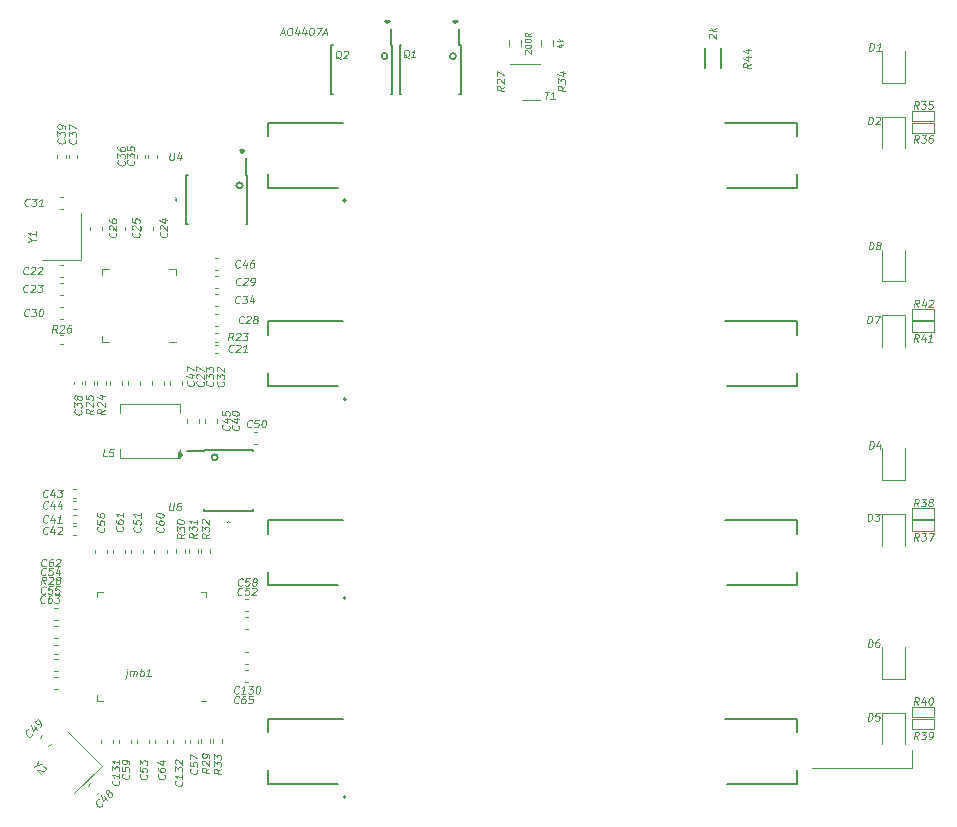
<source format=gto>
%TF.GenerationSoftware,KiCad,Pcbnew,7.0.9*%
%TF.CreationDate,2024-12-30T23:35:23+08:00*%
%TF.ProjectId,ver0.1,76657230-2e31-42e6-9b69-6361645f7063,rev?*%
%TF.SameCoordinates,Original*%
%TF.FileFunction,Legend,Top*%
%TF.FilePolarity,Positive*%
%FSLAX46Y46*%
G04 Gerber Fmt 4.6, Leading zero omitted, Abs format (unit mm)*
G04 Created by KiCad (PCBNEW 7.0.9) date 2024-12-30 23:35:23*
%MOMM*%
%LPD*%
G01*
G04 APERTURE LIST*
%ADD10C,0.076200*%
%ADD11C,0.100000*%
%ADD12C,0.150000*%
%ADD13C,0.120000*%
%ADD14C,0.127000*%
%ADD15C,0.200000*%
G04 APERTURE END LIST*
D10*
X182952300Y-130926820D02*
X182952300Y-129426820D01*
X174452280Y-130926840D02*
X182952300Y-130926820D01*
X183476385Y-94843840D02*
X183302516Y-94541459D01*
X183113528Y-94843840D02*
X183192903Y-94208840D01*
X183192903Y-94208840D02*
X183434808Y-94208840D01*
X183434808Y-94208840D02*
X183491504Y-94239078D01*
X183491504Y-94239078D02*
X183517963Y-94269316D01*
X183517963Y-94269316D02*
X183540641Y-94329792D01*
X183540641Y-94329792D02*
X183529302Y-94420506D01*
X183529302Y-94420506D02*
X183491504Y-94480982D01*
X183491504Y-94480982D02*
X183457487Y-94511221D01*
X183457487Y-94511221D02*
X183393231Y-94541459D01*
X183393231Y-94541459D02*
X183151326Y-94541459D01*
X184073588Y-94420506D02*
X184020671Y-94843840D01*
X183952635Y-94178602D02*
X183744748Y-94632173D01*
X183744748Y-94632173D02*
X184137844Y-94632173D01*
X184685909Y-94843840D02*
X184323052Y-94843840D01*
X184504481Y-94843840D02*
X184583856Y-94208840D01*
X184583856Y-94208840D02*
X184512040Y-94299554D01*
X184512040Y-94299554D02*
X184444005Y-94360030D01*
X184444005Y-94360030D02*
X184379749Y-94390268D01*
X120114785Y-108468400D02*
X120050529Y-108982447D01*
X120050529Y-108982447D02*
X120073208Y-109042923D01*
X120073208Y-109042923D02*
X120099666Y-109073162D01*
X120099666Y-109073162D02*
X120156363Y-109103400D01*
X120156363Y-109103400D02*
X120277315Y-109103400D01*
X120277315Y-109103400D02*
X120341571Y-109073162D01*
X120341571Y-109073162D02*
X120375589Y-109042923D01*
X120375589Y-109042923D02*
X120413386Y-108982447D01*
X120413386Y-108982447D02*
X120477642Y-108468400D01*
X121052166Y-108468400D02*
X120931214Y-108468400D01*
X120931214Y-108468400D02*
X120866958Y-108498638D01*
X120866958Y-108498638D02*
X120832940Y-108528876D01*
X120832940Y-108528876D02*
X120761124Y-108619590D01*
X120761124Y-108619590D02*
X120715767Y-108740542D01*
X120715767Y-108740542D02*
X120685529Y-108982447D01*
X120685529Y-108982447D02*
X120708208Y-109042923D01*
X120708208Y-109042923D02*
X120734666Y-109073162D01*
X120734666Y-109073162D02*
X120791363Y-109103400D01*
X120791363Y-109103400D02*
X120912315Y-109103400D01*
X120912315Y-109103400D02*
X120976571Y-109073162D01*
X120976571Y-109073162D02*
X121010589Y-109042923D01*
X121010589Y-109042923D02*
X121048386Y-108982447D01*
X121048386Y-108982447D02*
X121067285Y-108831257D01*
X121067285Y-108831257D02*
X121044607Y-108770781D01*
X121044607Y-108770781D02*
X121018148Y-108740542D01*
X121018148Y-108740542D02*
X120961452Y-108710304D01*
X120961452Y-108710304D02*
X120840499Y-108710304D01*
X120840499Y-108710304D02*
X120776243Y-108740542D01*
X120776243Y-108740542D02*
X120742226Y-108770781D01*
X120742226Y-108770781D02*
X120704428Y-108831257D01*
X124950069Y-110100895D02*
X124984087Y-110070657D01*
X124984087Y-110070657D02*
X125048343Y-110040419D01*
X125048343Y-110040419D02*
X125161736Y-110100895D01*
X125161736Y-110100895D02*
X125225992Y-110070657D01*
X125225992Y-110070657D02*
X125260010Y-110040419D01*
X179243829Y-76417280D02*
X179323204Y-75782280D01*
X179323204Y-75782280D02*
X179474395Y-75782280D01*
X179474395Y-75782280D02*
X179561329Y-75812518D01*
X179561329Y-75812518D02*
X179614246Y-75872994D01*
X179614246Y-75872994D02*
X179636924Y-75933470D01*
X179636924Y-75933470D02*
X179652044Y-76054422D01*
X179652044Y-76054422D02*
X179640704Y-76145137D01*
X179640704Y-76145137D02*
X179595347Y-76266089D01*
X179595347Y-76266089D02*
X179557549Y-76326565D01*
X179557549Y-76326565D02*
X179489514Y-76387042D01*
X179489514Y-76387042D02*
X179395020Y-76417280D01*
X179395020Y-76417280D02*
X179243829Y-76417280D01*
X179920407Y-75842756D02*
X179954424Y-75812518D01*
X179954424Y-75812518D02*
X180018680Y-75782280D01*
X180018680Y-75782280D02*
X180169871Y-75782280D01*
X180169871Y-75782280D02*
X180226567Y-75812518D01*
X180226567Y-75812518D02*
X180253026Y-75842756D01*
X180253026Y-75842756D02*
X180275704Y-75903232D01*
X180275704Y-75903232D02*
X180268145Y-75963708D01*
X180268145Y-75963708D02*
X180226567Y-76054422D01*
X180226567Y-76054422D02*
X179818353Y-76417280D01*
X179818353Y-76417280D02*
X180211448Y-76417280D01*
X123479800Y-130967994D02*
X123177419Y-131141863D01*
X123479800Y-131330851D02*
X122844800Y-131251476D01*
X122844800Y-131251476D02*
X122844800Y-131009571D01*
X122844800Y-131009571D02*
X122875038Y-130952875D01*
X122875038Y-130952875D02*
X122905276Y-130926416D01*
X122905276Y-130926416D02*
X122965752Y-130903738D01*
X122965752Y-130903738D02*
X123056466Y-130915077D01*
X123056466Y-130915077D02*
X123116942Y-130952875D01*
X123116942Y-130952875D02*
X123147181Y-130986892D01*
X123147181Y-130986892D02*
X123177419Y-131051148D01*
X123177419Y-131051148D02*
X123177419Y-131293053D01*
X122905276Y-130654273D02*
X122875038Y-130620256D01*
X122875038Y-130620256D02*
X122844800Y-130556000D01*
X122844800Y-130556000D02*
X122844800Y-130404809D01*
X122844800Y-130404809D02*
X122875038Y-130348113D01*
X122875038Y-130348113D02*
X122905276Y-130321654D01*
X122905276Y-130321654D02*
X122965752Y-130298976D01*
X122965752Y-130298976D02*
X123026228Y-130306535D01*
X123026228Y-130306535D02*
X123116942Y-130348113D01*
X123116942Y-130348113D02*
X123479800Y-130756327D01*
X123479800Y-130756327D02*
X123479800Y-130363232D01*
X123479800Y-130060851D02*
X123479800Y-129939898D01*
X123479800Y-129939898D02*
X123449562Y-129875642D01*
X123449562Y-129875642D02*
X123419323Y-129841625D01*
X123419323Y-129841625D02*
X123328609Y-129769809D01*
X123328609Y-129769809D02*
X123207657Y-129724452D01*
X123207657Y-129724452D02*
X122965752Y-129694214D01*
X122965752Y-129694214D02*
X122905276Y-129716892D01*
X122905276Y-129716892D02*
X122875038Y-129743351D01*
X122875038Y-129743351D02*
X122844800Y-129800047D01*
X122844800Y-129800047D02*
X122844800Y-129921000D01*
X122844800Y-129921000D02*
X122875038Y-129985255D01*
X122875038Y-129985255D02*
X122905276Y-130019273D01*
X122905276Y-130019273D02*
X122965752Y-130057071D01*
X122965752Y-130057071D02*
X123116942Y-130075970D01*
X123116942Y-130075970D02*
X123177419Y-130053291D01*
X123177419Y-130053291D02*
X123207657Y-130026833D01*
X123207657Y-130026833D02*
X123237895Y-129970136D01*
X123237895Y-129970136D02*
X123237895Y-129849184D01*
X123237895Y-129849184D02*
X123207657Y-129784928D01*
X123207657Y-129784928D02*
X123177419Y-129750910D01*
X123177419Y-129750910D02*
X123116942Y-129713113D01*
X179218429Y-120675280D02*
X179297804Y-120040280D01*
X179297804Y-120040280D02*
X179448995Y-120040280D01*
X179448995Y-120040280D02*
X179535929Y-120070518D01*
X179535929Y-120070518D02*
X179588846Y-120130994D01*
X179588846Y-120130994D02*
X179611524Y-120191470D01*
X179611524Y-120191470D02*
X179626644Y-120312422D01*
X179626644Y-120312422D02*
X179615304Y-120403137D01*
X179615304Y-120403137D02*
X179569947Y-120524089D01*
X179569947Y-120524089D02*
X179532149Y-120584565D01*
X179532149Y-120584565D02*
X179464114Y-120645042D01*
X179464114Y-120645042D02*
X179369620Y-120675280D01*
X179369620Y-120675280D02*
X179218429Y-120675280D01*
X180204947Y-120040280D02*
X180083995Y-120040280D01*
X180083995Y-120040280D02*
X180019739Y-120070518D01*
X180019739Y-120070518D02*
X179985721Y-120100756D01*
X179985721Y-120100756D02*
X179913905Y-120191470D01*
X179913905Y-120191470D02*
X179868548Y-120312422D01*
X179868548Y-120312422D02*
X179838310Y-120554327D01*
X179838310Y-120554327D02*
X179860989Y-120614803D01*
X179860989Y-120614803D02*
X179887447Y-120645042D01*
X179887447Y-120645042D02*
X179944144Y-120675280D01*
X179944144Y-120675280D02*
X180065096Y-120675280D01*
X180065096Y-120675280D02*
X180129352Y-120645042D01*
X180129352Y-120645042D02*
X180163370Y-120614803D01*
X180163370Y-120614803D02*
X180201167Y-120554327D01*
X180201167Y-120554327D02*
X180220066Y-120403137D01*
X180220066Y-120403137D02*
X180197388Y-120342661D01*
X180197388Y-120342661D02*
X180170929Y-120312422D01*
X180170929Y-120312422D02*
X180114233Y-120282184D01*
X180114233Y-120282184D02*
X179993280Y-120282184D01*
X179993280Y-120282184D02*
X179929024Y-120312422D01*
X179929024Y-120312422D02*
X179895007Y-120342661D01*
X179895007Y-120342661D02*
X179857209Y-120403137D01*
X119660123Y-131519234D02*
X119690362Y-131553252D01*
X119690362Y-131553252D02*
X119720600Y-131647746D01*
X119720600Y-131647746D02*
X119720600Y-131708222D01*
X119720600Y-131708222D02*
X119690362Y-131795157D01*
X119690362Y-131795157D02*
X119629885Y-131848073D01*
X119629885Y-131848073D02*
X119569409Y-131870752D01*
X119569409Y-131870752D02*
X119448457Y-131885871D01*
X119448457Y-131885871D02*
X119357742Y-131874532D01*
X119357742Y-131874532D02*
X119236790Y-131829175D01*
X119236790Y-131829175D02*
X119176314Y-131791377D01*
X119176314Y-131791377D02*
X119115838Y-131723341D01*
X119115838Y-131723341D02*
X119085600Y-131628847D01*
X119085600Y-131628847D02*
X119085600Y-131568371D01*
X119085600Y-131568371D02*
X119115838Y-131481437D01*
X119115838Y-131481437D02*
X119146076Y-131454978D01*
X119085600Y-130903133D02*
X119085600Y-131024085D01*
X119085600Y-131024085D02*
X119115838Y-131088341D01*
X119115838Y-131088341D02*
X119146076Y-131122359D01*
X119146076Y-131122359D02*
X119236790Y-131194175D01*
X119236790Y-131194175D02*
X119357742Y-131239532D01*
X119357742Y-131239532D02*
X119599647Y-131269770D01*
X119599647Y-131269770D02*
X119660123Y-131247091D01*
X119660123Y-131247091D02*
X119690362Y-131220633D01*
X119690362Y-131220633D02*
X119720600Y-131163937D01*
X119720600Y-131163937D02*
X119720600Y-131042984D01*
X119720600Y-131042984D02*
X119690362Y-130978728D01*
X119690362Y-130978728D02*
X119660123Y-130944710D01*
X119660123Y-130944710D02*
X119599647Y-130906913D01*
X119599647Y-130906913D02*
X119448457Y-130888014D01*
X119448457Y-130888014D02*
X119387981Y-130910692D01*
X119387981Y-130910692D02*
X119357742Y-130937151D01*
X119357742Y-130937151D02*
X119327504Y-130993847D01*
X119327504Y-130993847D02*
X119327504Y-131114800D01*
X119327504Y-131114800D02*
X119357742Y-131179056D01*
X119357742Y-131179056D02*
X119387981Y-131213073D01*
X119387981Y-131213073D02*
X119448457Y-131250871D01*
X119297266Y-130324829D02*
X119720600Y-130377746D01*
X119055362Y-130445782D02*
X119508933Y-130653669D01*
X119508933Y-130653669D02*
X119508933Y-130260573D01*
X108078965Y-90577123D02*
X108044947Y-90607362D01*
X108044947Y-90607362D02*
X107950453Y-90637600D01*
X107950453Y-90637600D02*
X107889977Y-90637600D01*
X107889977Y-90637600D02*
X107803042Y-90607362D01*
X107803042Y-90607362D02*
X107750126Y-90546885D01*
X107750126Y-90546885D02*
X107727447Y-90486409D01*
X107727447Y-90486409D02*
X107712328Y-90365457D01*
X107712328Y-90365457D02*
X107723667Y-90274742D01*
X107723667Y-90274742D02*
X107769024Y-90153790D01*
X107769024Y-90153790D02*
X107806822Y-90093314D01*
X107806822Y-90093314D02*
X107874858Y-90032838D01*
X107874858Y-90032838D02*
X107969352Y-90002600D01*
X107969352Y-90002600D02*
X108029828Y-90002600D01*
X108029828Y-90002600D02*
X108116763Y-90032838D01*
X108116763Y-90032838D02*
X108143221Y-90063076D01*
X108385126Y-90063076D02*
X108419143Y-90032838D01*
X108419143Y-90032838D02*
X108483399Y-90002600D01*
X108483399Y-90002600D02*
X108634590Y-90002600D01*
X108634590Y-90002600D02*
X108691286Y-90032838D01*
X108691286Y-90032838D02*
X108717745Y-90063076D01*
X108717745Y-90063076D02*
X108740423Y-90123552D01*
X108740423Y-90123552D02*
X108732864Y-90184028D01*
X108732864Y-90184028D02*
X108691286Y-90274742D01*
X108691286Y-90274742D02*
X108283072Y-90637600D01*
X108283072Y-90637600D02*
X108676167Y-90637600D01*
X108967209Y-90002600D02*
X109360304Y-90002600D01*
X109360304Y-90002600D02*
X109118400Y-90244504D01*
X109118400Y-90244504D02*
X109209114Y-90244504D01*
X109209114Y-90244504D02*
X109265810Y-90274742D01*
X109265810Y-90274742D02*
X109292269Y-90304981D01*
X109292269Y-90304981D02*
X109314947Y-90365457D01*
X109314947Y-90365457D02*
X109296048Y-90516647D01*
X109296048Y-90516647D02*
X109258251Y-90577123D01*
X109258251Y-90577123D02*
X109224233Y-90607362D01*
X109224233Y-90607362D02*
X109159977Y-90637600D01*
X109159977Y-90637600D02*
X108978548Y-90637600D01*
X108978548Y-90637600D02*
X108921852Y-90607362D01*
X108921852Y-90607362D02*
X108895394Y-90577123D01*
X183476385Y-125577840D02*
X183302516Y-125275459D01*
X183113528Y-125577840D02*
X183192903Y-124942840D01*
X183192903Y-124942840D02*
X183434808Y-124942840D01*
X183434808Y-124942840D02*
X183491504Y-124973078D01*
X183491504Y-124973078D02*
X183517963Y-125003316D01*
X183517963Y-125003316D02*
X183540641Y-125063792D01*
X183540641Y-125063792D02*
X183529302Y-125154506D01*
X183529302Y-125154506D02*
X183491504Y-125214982D01*
X183491504Y-125214982D02*
X183457487Y-125245221D01*
X183457487Y-125245221D02*
X183393231Y-125275459D01*
X183393231Y-125275459D02*
X183151326Y-125275459D01*
X184073588Y-125154506D02*
X184020671Y-125577840D01*
X183952635Y-124912602D02*
X183744748Y-125366173D01*
X183744748Y-125366173D02*
X184137844Y-125366173D01*
X184553618Y-124942840D02*
X184614094Y-124942840D01*
X184614094Y-124942840D02*
X184670790Y-124973078D01*
X184670790Y-124973078D02*
X184697249Y-125003316D01*
X184697249Y-125003316D02*
X184719927Y-125063792D01*
X184719927Y-125063792D02*
X184735046Y-125184744D01*
X184735046Y-125184744D02*
X184716147Y-125335935D01*
X184716147Y-125335935D02*
X184670790Y-125456887D01*
X184670790Y-125456887D02*
X184632993Y-125517363D01*
X184632993Y-125517363D02*
X184598975Y-125547602D01*
X184598975Y-125547602D02*
X184534719Y-125577840D01*
X184534719Y-125577840D02*
X184474243Y-125577840D01*
X184474243Y-125577840D02*
X184417546Y-125547602D01*
X184417546Y-125547602D02*
X184391088Y-125517363D01*
X184391088Y-125517363D02*
X184368409Y-125456887D01*
X184368409Y-125456887D02*
X184353290Y-125335935D01*
X184353290Y-125335935D02*
X184372189Y-125184744D01*
X184372189Y-125184744D02*
X184417546Y-125063792D01*
X184417546Y-125063792D02*
X184455344Y-125003316D01*
X184455344Y-125003316D02*
X184489362Y-124973078D01*
X184489362Y-124973078D02*
X184553618Y-124942840D01*
X122123923Y-98194434D02*
X122154162Y-98228452D01*
X122154162Y-98228452D02*
X122184400Y-98322946D01*
X122184400Y-98322946D02*
X122184400Y-98383422D01*
X122184400Y-98383422D02*
X122154162Y-98470357D01*
X122154162Y-98470357D02*
X122093685Y-98523273D01*
X122093685Y-98523273D02*
X122033209Y-98545952D01*
X122033209Y-98545952D02*
X121912257Y-98561071D01*
X121912257Y-98561071D02*
X121821542Y-98549732D01*
X121821542Y-98549732D02*
X121700590Y-98504375D01*
X121700590Y-98504375D02*
X121640114Y-98466577D01*
X121640114Y-98466577D02*
X121579638Y-98398541D01*
X121579638Y-98398541D02*
X121549400Y-98304047D01*
X121549400Y-98304047D02*
X121549400Y-98243571D01*
X121549400Y-98243571D02*
X121579638Y-98156637D01*
X121579638Y-98156637D02*
X121609876Y-98130178D01*
X121761066Y-97604791D02*
X122184400Y-97657708D01*
X121519162Y-97725744D02*
X121972733Y-97933631D01*
X121972733Y-97933631D02*
X121972733Y-97540535D01*
X121549400Y-97306190D02*
X121549400Y-96882857D01*
X121549400Y-96882857D02*
X122184400Y-97234375D01*
X111176523Y-77696634D02*
X111206762Y-77730652D01*
X111206762Y-77730652D02*
X111237000Y-77825146D01*
X111237000Y-77825146D02*
X111237000Y-77885622D01*
X111237000Y-77885622D02*
X111206762Y-77972557D01*
X111206762Y-77972557D02*
X111146285Y-78025473D01*
X111146285Y-78025473D02*
X111085809Y-78048152D01*
X111085809Y-78048152D02*
X110964857Y-78063271D01*
X110964857Y-78063271D02*
X110874142Y-78051932D01*
X110874142Y-78051932D02*
X110753190Y-78006575D01*
X110753190Y-78006575D02*
X110692714Y-77968777D01*
X110692714Y-77968777D02*
X110632238Y-77900741D01*
X110632238Y-77900741D02*
X110602000Y-77806247D01*
X110602000Y-77806247D02*
X110602000Y-77745771D01*
X110602000Y-77745771D02*
X110632238Y-77658837D01*
X110632238Y-77658837D02*
X110662476Y-77632378D01*
X110602000Y-77413152D02*
X110602000Y-77020057D01*
X110602000Y-77020057D02*
X110843904Y-77261962D01*
X110843904Y-77261962D02*
X110843904Y-77171247D01*
X110843904Y-77171247D02*
X110874142Y-77114551D01*
X110874142Y-77114551D02*
X110904381Y-77088092D01*
X110904381Y-77088092D02*
X110964857Y-77065414D01*
X110964857Y-77065414D02*
X111116047Y-77084313D01*
X111116047Y-77084313D02*
X111176523Y-77122110D01*
X111176523Y-77122110D02*
X111206762Y-77156128D01*
X111206762Y-77156128D02*
X111237000Y-77220384D01*
X111237000Y-77220384D02*
X111237000Y-77401813D01*
X111237000Y-77401813D02*
X111206762Y-77458509D01*
X111206762Y-77458509D02*
X111176523Y-77484967D01*
X111237000Y-76797051D02*
X111237000Y-76676098D01*
X111237000Y-76676098D02*
X111206762Y-76611842D01*
X111206762Y-76611842D02*
X111176523Y-76577825D01*
X111176523Y-76577825D02*
X111085809Y-76506009D01*
X111085809Y-76506009D02*
X110964857Y-76460652D01*
X110964857Y-76460652D02*
X110722952Y-76430414D01*
X110722952Y-76430414D02*
X110662476Y-76453092D01*
X110662476Y-76453092D02*
X110632238Y-76479551D01*
X110632238Y-76479551D02*
X110602000Y-76536247D01*
X110602000Y-76536247D02*
X110602000Y-76657200D01*
X110602000Y-76657200D02*
X110632238Y-76721455D01*
X110632238Y-76721455D02*
X110662476Y-76755473D01*
X110662476Y-76755473D02*
X110722952Y-76793271D01*
X110722952Y-76793271D02*
X110874142Y-76812170D01*
X110874142Y-76812170D02*
X110934619Y-76789491D01*
X110934619Y-76789491D02*
X110964857Y-76763033D01*
X110964857Y-76763033D02*
X110995095Y-76706336D01*
X110995095Y-76706336D02*
X110995095Y-76585384D01*
X110995095Y-76585384D02*
X110964857Y-76521128D01*
X110964857Y-76521128D02*
X110934619Y-76487110D01*
X110934619Y-76487110D02*
X110874142Y-76449313D01*
X125933923Y-101953634D02*
X125964162Y-101987652D01*
X125964162Y-101987652D02*
X125994400Y-102082146D01*
X125994400Y-102082146D02*
X125994400Y-102142622D01*
X125994400Y-102142622D02*
X125964162Y-102229557D01*
X125964162Y-102229557D02*
X125903685Y-102282473D01*
X125903685Y-102282473D02*
X125843209Y-102305152D01*
X125843209Y-102305152D02*
X125722257Y-102320271D01*
X125722257Y-102320271D02*
X125631542Y-102308932D01*
X125631542Y-102308932D02*
X125510590Y-102263575D01*
X125510590Y-102263575D02*
X125450114Y-102225777D01*
X125450114Y-102225777D02*
X125389638Y-102157741D01*
X125389638Y-102157741D02*
X125359400Y-102063247D01*
X125359400Y-102063247D02*
X125359400Y-102002771D01*
X125359400Y-102002771D02*
X125389638Y-101915837D01*
X125389638Y-101915837D02*
X125419876Y-101889378D01*
X125571066Y-101363991D02*
X125994400Y-101416908D01*
X125329162Y-101484944D02*
X125782733Y-101692831D01*
X125782733Y-101692831D02*
X125782733Y-101299735D01*
X125359400Y-100883961D02*
X125359400Y-100823485D01*
X125359400Y-100823485D02*
X125389638Y-100766789D01*
X125389638Y-100766789D02*
X125419876Y-100740330D01*
X125419876Y-100740330D02*
X125480352Y-100717652D01*
X125480352Y-100717652D02*
X125601304Y-100702533D01*
X125601304Y-100702533D02*
X125752495Y-100721432D01*
X125752495Y-100721432D02*
X125873447Y-100766789D01*
X125873447Y-100766789D02*
X125933923Y-100804586D01*
X125933923Y-100804586D02*
X125964162Y-100838604D01*
X125964162Y-100838604D02*
X125994400Y-100902860D01*
X125994400Y-100902860D02*
X125994400Y-100963336D01*
X125994400Y-100963336D02*
X125964162Y-101020033D01*
X125964162Y-101020033D02*
X125933923Y-101046491D01*
X125933923Y-101046491D02*
X125873447Y-101069170D01*
X125873447Y-101069170D02*
X125752495Y-101084289D01*
X125752495Y-101084289D02*
X125601304Y-101065390D01*
X125601304Y-101065390D02*
X125480352Y-101020033D01*
X125480352Y-101020033D02*
X125419876Y-100982235D01*
X125419876Y-100982235D02*
X125389638Y-100948217D01*
X125389638Y-100948217D02*
X125359400Y-100883961D01*
X126036765Y-88494323D02*
X126002747Y-88524562D01*
X126002747Y-88524562D02*
X125908253Y-88554800D01*
X125908253Y-88554800D02*
X125847777Y-88554800D01*
X125847777Y-88554800D02*
X125760842Y-88524562D01*
X125760842Y-88524562D02*
X125707926Y-88464085D01*
X125707926Y-88464085D02*
X125685247Y-88403609D01*
X125685247Y-88403609D02*
X125670128Y-88282657D01*
X125670128Y-88282657D02*
X125681467Y-88191942D01*
X125681467Y-88191942D02*
X125726824Y-88070990D01*
X125726824Y-88070990D02*
X125764622Y-88010514D01*
X125764622Y-88010514D02*
X125832658Y-87950038D01*
X125832658Y-87950038D02*
X125927152Y-87919800D01*
X125927152Y-87919800D02*
X125987628Y-87919800D01*
X125987628Y-87919800D02*
X126074563Y-87950038D01*
X126074563Y-87950038D02*
X126101021Y-87980276D01*
X126626408Y-88131466D02*
X126573491Y-88554800D01*
X126505455Y-87889562D02*
X126297568Y-88343133D01*
X126297568Y-88343133D02*
X126690664Y-88343133D01*
X127257628Y-87919800D02*
X127136676Y-87919800D01*
X127136676Y-87919800D02*
X127072420Y-87950038D01*
X127072420Y-87950038D02*
X127038402Y-87980276D01*
X127038402Y-87980276D02*
X126966586Y-88070990D01*
X126966586Y-88070990D02*
X126921229Y-88191942D01*
X126921229Y-88191942D02*
X126890991Y-88433847D01*
X126890991Y-88433847D02*
X126913670Y-88494323D01*
X126913670Y-88494323D02*
X126940128Y-88524562D01*
X126940128Y-88524562D02*
X126996825Y-88554800D01*
X126996825Y-88554800D02*
X127117777Y-88554800D01*
X127117777Y-88554800D02*
X127182033Y-88524562D01*
X127182033Y-88524562D02*
X127216051Y-88494323D01*
X127216051Y-88494323D02*
X127253848Y-88433847D01*
X127253848Y-88433847D02*
X127272747Y-88282657D01*
X127272747Y-88282657D02*
X127250069Y-88222181D01*
X127250069Y-88222181D02*
X127223610Y-88191942D01*
X127223610Y-88191942D02*
X127166914Y-88161704D01*
X127166914Y-88161704D02*
X127045961Y-88161704D01*
X127045961Y-88161704D02*
X126981705Y-88191942D01*
X126981705Y-88191942D02*
X126947688Y-88222181D01*
X126947688Y-88222181D02*
X126909890Y-88282657D01*
X126062165Y-89992923D02*
X126028147Y-90023162D01*
X126028147Y-90023162D02*
X125933653Y-90053400D01*
X125933653Y-90053400D02*
X125873177Y-90053400D01*
X125873177Y-90053400D02*
X125786242Y-90023162D01*
X125786242Y-90023162D02*
X125733326Y-89962685D01*
X125733326Y-89962685D02*
X125710647Y-89902209D01*
X125710647Y-89902209D02*
X125695528Y-89781257D01*
X125695528Y-89781257D02*
X125706867Y-89690542D01*
X125706867Y-89690542D02*
X125752224Y-89569590D01*
X125752224Y-89569590D02*
X125790022Y-89509114D01*
X125790022Y-89509114D02*
X125858058Y-89448638D01*
X125858058Y-89448638D02*
X125952552Y-89418400D01*
X125952552Y-89418400D02*
X126013028Y-89418400D01*
X126013028Y-89418400D02*
X126099963Y-89448638D01*
X126099963Y-89448638D02*
X126126421Y-89478876D01*
X126368326Y-89478876D02*
X126402343Y-89448638D01*
X126402343Y-89448638D02*
X126466599Y-89418400D01*
X126466599Y-89418400D02*
X126617790Y-89418400D01*
X126617790Y-89418400D02*
X126674486Y-89448638D01*
X126674486Y-89448638D02*
X126700945Y-89478876D01*
X126700945Y-89478876D02*
X126723623Y-89539352D01*
X126723623Y-89539352D02*
X126716064Y-89599828D01*
X126716064Y-89599828D02*
X126674486Y-89690542D01*
X126674486Y-89690542D02*
X126266272Y-90053400D01*
X126266272Y-90053400D02*
X126659367Y-90053400D01*
X126961748Y-90053400D02*
X127082701Y-90053400D01*
X127082701Y-90053400D02*
X127146957Y-90023162D01*
X127146957Y-90023162D02*
X127180975Y-89992923D01*
X127180975Y-89992923D02*
X127252790Y-89902209D01*
X127252790Y-89902209D02*
X127298147Y-89781257D01*
X127298147Y-89781257D02*
X127328385Y-89539352D01*
X127328385Y-89539352D02*
X127305707Y-89478876D01*
X127305707Y-89478876D02*
X127279248Y-89448638D01*
X127279248Y-89448638D02*
X127222552Y-89418400D01*
X127222552Y-89418400D02*
X127101600Y-89418400D01*
X127101600Y-89418400D02*
X127037344Y-89448638D01*
X127037344Y-89448638D02*
X127003326Y-89478876D01*
X127003326Y-89478876D02*
X126965528Y-89539352D01*
X126965528Y-89539352D02*
X126946629Y-89690542D01*
X126946629Y-89690542D02*
X126969308Y-89751019D01*
X126969308Y-89751019D02*
X126995766Y-89781257D01*
X126995766Y-89781257D02*
X127052463Y-89811495D01*
X127052463Y-89811495D02*
X127173415Y-89811495D01*
X127173415Y-89811495D02*
X127237671Y-89781257D01*
X127237671Y-89781257D02*
X127271689Y-89751019D01*
X127271689Y-89751019D02*
X127309486Y-89690542D01*
X109552165Y-116129523D02*
X109518147Y-116159762D01*
X109518147Y-116159762D02*
X109423653Y-116190000D01*
X109423653Y-116190000D02*
X109363177Y-116190000D01*
X109363177Y-116190000D02*
X109276242Y-116159762D01*
X109276242Y-116159762D02*
X109223326Y-116099285D01*
X109223326Y-116099285D02*
X109200647Y-116038809D01*
X109200647Y-116038809D02*
X109185528Y-115917857D01*
X109185528Y-115917857D02*
X109196867Y-115827142D01*
X109196867Y-115827142D02*
X109242224Y-115706190D01*
X109242224Y-115706190D02*
X109280022Y-115645714D01*
X109280022Y-115645714D02*
X109348058Y-115585238D01*
X109348058Y-115585238D02*
X109442552Y-115555000D01*
X109442552Y-115555000D02*
X109503028Y-115555000D01*
X109503028Y-115555000D02*
X109589963Y-115585238D01*
X109589963Y-115585238D02*
X109616421Y-115615476D01*
X110198504Y-115555000D02*
X109896123Y-115555000D01*
X109896123Y-115555000D02*
X109828088Y-115857381D01*
X109828088Y-115857381D02*
X109862105Y-115827142D01*
X109862105Y-115827142D02*
X109926361Y-115796904D01*
X109926361Y-115796904D02*
X110077552Y-115796904D01*
X110077552Y-115796904D02*
X110134248Y-115827142D01*
X110134248Y-115827142D02*
X110160707Y-115857381D01*
X110160707Y-115857381D02*
X110183385Y-115917857D01*
X110183385Y-115917857D02*
X110164486Y-116069047D01*
X110164486Y-116069047D02*
X110126689Y-116129523D01*
X110126689Y-116129523D02*
X110092671Y-116159762D01*
X110092671Y-116159762D02*
X110028415Y-116190000D01*
X110028415Y-116190000D02*
X109877224Y-116190000D01*
X109877224Y-116190000D02*
X109820528Y-116159762D01*
X109820528Y-116159762D02*
X109794070Y-116129523D01*
X110803266Y-115555000D02*
X110500885Y-115555000D01*
X110500885Y-115555000D02*
X110432850Y-115857381D01*
X110432850Y-115857381D02*
X110466867Y-115827142D01*
X110466867Y-115827142D02*
X110531123Y-115796904D01*
X110531123Y-115796904D02*
X110682314Y-115796904D01*
X110682314Y-115796904D02*
X110739010Y-115827142D01*
X110739010Y-115827142D02*
X110765469Y-115857381D01*
X110765469Y-115857381D02*
X110788147Y-115917857D01*
X110788147Y-115917857D02*
X110769248Y-116069047D01*
X110769248Y-116069047D02*
X110731451Y-116129523D01*
X110731451Y-116129523D02*
X110697433Y-116159762D01*
X110697433Y-116159762D02*
X110633177Y-116190000D01*
X110633177Y-116190000D02*
X110481986Y-116190000D01*
X110481986Y-116190000D02*
X110425290Y-116159762D01*
X110425290Y-116159762D02*
X110398832Y-116129523D01*
X126316165Y-93218723D02*
X126282147Y-93248962D01*
X126282147Y-93248962D02*
X126187653Y-93279200D01*
X126187653Y-93279200D02*
X126127177Y-93279200D01*
X126127177Y-93279200D02*
X126040242Y-93248962D01*
X126040242Y-93248962D02*
X125987326Y-93188485D01*
X125987326Y-93188485D02*
X125964647Y-93128009D01*
X125964647Y-93128009D02*
X125949528Y-93007057D01*
X125949528Y-93007057D02*
X125960867Y-92916342D01*
X125960867Y-92916342D02*
X126006224Y-92795390D01*
X126006224Y-92795390D02*
X126044022Y-92734914D01*
X126044022Y-92734914D02*
X126112058Y-92674438D01*
X126112058Y-92674438D02*
X126206552Y-92644200D01*
X126206552Y-92644200D02*
X126267028Y-92644200D01*
X126267028Y-92644200D02*
X126353963Y-92674438D01*
X126353963Y-92674438D02*
X126380421Y-92704676D01*
X126622326Y-92704676D02*
X126656343Y-92674438D01*
X126656343Y-92674438D02*
X126720599Y-92644200D01*
X126720599Y-92644200D02*
X126871790Y-92644200D01*
X126871790Y-92644200D02*
X126928486Y-92674438D01*
X126928486Y-92674438D02*
X126954945Y-92704676D01*
X126954945Y-92704676D02*
X126977623Y-92765152D01*
X126977623Y-92765152D02*
X126970064Y-92825628D01*
X126970064Y-92825628D02*
X126928486Y-92916342D01*
X126928486Y-92916342D02*
X126520272Y-93279200D01*
X126520272Y-93279200D02*
X126913367Y-93279200D01*
X127321582Y-92916342D02*
X127264885Y-92886104D01*
X127264885Y-92886104D02*
X127238427Y-92855866D01*
X127238427Y-92855866D02*
X127215748Y-92795390D01*
X127215748Y-92795390D02*
X127219528Y-92765152D01*
X127219528Y-92765152D02*
X127257326Y-92704676D01*
X127257326Y-92704676D02*
X127291344Y-92674438D01*
X127291344Y-92674438D02*
X127355600Y-92644200D01*
X127355600Y-92644200D02*
X127476552Y-92644200D01*
X127476552Y-92644200D02*
X127533248Y-92674438D01*
X127533248Y-92674438D02*
X127559707Y-92704676D01*
X127559707Y-92704676D02*
X127582385Y-92765152D01*
X127582385Y-92765152D02*
X127578605Y-92795390D01*
X127578605Y-92795390D02*
X127540808Y-92855866D01*
X127540808Y-92855866D02*
X127506790Y-92886104D01*
X127506790Y-92886104D02*
X127442534Y-92916342D01*
X127442534Y-92916342D02*
X127321582Y-92916342D01*
X127321582Y-92916342D02*
X127257326Y-92946581D01*
X127257326Y-92946581D02*
X127223308Y-92976819D01*
X127223308Y-92976819D02*
X127185510Y-93037295D01*
X127185510Y-93037295D02*
X127170391Y-93158247D01*
X127170391Y-93158247D02*
X127193070Y-93218723D01*
X127193070Y-93218723D02*
X127219528Y-93248962D01*
X127219528Y-93248962D02*
X127276225Y-93279200D01*
X127276225Y-93279200D02*
X127397177Y-93279200D01*
X127397177Y-93279200D02*
X127461433Y-93248962D01*
X127461433Y-93248962D02*
X127495451Y-93218723D01*
X127495451Y-93218723D02*
X127533248Y-93158247D01*
X127533248Y-93158247D02*
X127548367Y-93037295D01*
X127548367Y-93037295D02*
X127525689Y-92976819D01*
X127525689Y-92976819D02*
X127499230Y-92946581D01*
X127499230Y-92946581D02*
X127442534Y-92916342D01*
X122403323Y-131062034D02*
X122433562Y-131096052D01*
X122433562Y-131096052D02*
X122463800Y-131190546D01*
X122463800Y-131190546D02*
X122463800Y-131251022D01*
X122463800Y-131251022D02*
X122433562Y-131337957D01*
X122433562Y-131337957D02*
X122373085Y-131390873D01*
X122373085Y-131390873D02*
X122312609Y-131413552D01*
X122312609Y-131413552D02*
X122191657Y-131428671D01*
X122191657Y-131428671D02*
X122100942Y-131417332D01*
X122100942Y-131417332D02*
X121979990Y-131371975D01*
X121979990Y-131371975D02*
X121919514Y-131334177D01*
X121919514Y-131334177D02*
X121859038Y-131266141D01*
X121859038Y-131266141D02*
X121828800Y-131171647D01*
X121828800Y-131171647D02*
X121828800Y-131111171D01*
X121828800Y-131111171D02*
X121859038Y-131024237D01*
X121859038Y-131024237D02*
X121889276Y-130997778D01*
X121828800Y-130415695D02*
X121828800Y-130718076D01*
X121828800Y-130718076D02*
X122131181Y-130786112D01*
X122131181Y-130786112D02*
X122100942Y-130752094D01*
X122100942Y-130752094D02*
X122070704Y-130687838D01*
X122070704Y-130687838D02*
X122070704Y-130536647D01*
X122070704Y-130536647D02*
X122100942Y-130479951D01*
X122100942Y-130479951D02*
X122131181Y-130453492D01*
X122131181Y-130453492D02*
X122191657Y-130430814D01*
X122191657Y-130430814D02*
X122342847Y-130449713D01*
X122342847Y-130449713D02*
X122403323Y-130487510D01*
X122403323Y-130487510D02*
X122433562Y-130521528D01*
X122433562Y-130521528D02*
X122463800Y-130585784D01*
X122463800Y-130585784D02*
X122463800Y-130736975D01*
X122463800Y-130736975D02*
X122433562Y-130793671D01*
X122433562Y-130793671D02*
X122403323Y-130820129D01*
X121828800Y-130173790D02*
X121828800Y-129750457D01*
X121828800Y-129750457D02*
X122463800Y-130101975D01*
X126209465Y-116231123D02*
X126175447Y-116261362D01*
X126175447Y-116261362D02*
X126080953Y-116291600D01*
X126080953Y-116291600D02*
X126020477Y-116291600D01*
X126020477Y-116291600D02*
X125933542Y-116261362D01*
X125933542Y-116261362D02*
X125880626Y-116200885D01*
X125880626Y-116200885D02*
X125857947Y-116140409D01*
X125857947Y-116140409D02*
X125842828Y-116019457D01*
X125842828Y-116019457D02*
X125854167Y-115928742D01*
X125854167Y-115928742D02*
X125899524Y-115807790D01*
X125899524Y-115807790D02*
X125937322Y-115747314D01*
X125937322Y-115747314D02*
X126005358Y-115686838D01*
X126005358Y-115686838D02*
X126099852Y-115656600D01*
X126099852Y-115656600D02*
X126160328Y-115656600D01*
X126160328Y-115656600D02*
X126247263Y-115686838D01*
X126247263Y-115686838D02*
X126273721Y-115717076D01*
X126855804Y-115656600D02*
X126553423Y-115656600D01*
X126553423Y-115656600D02*
X126485388Y-115958981D01*
X126485388Y-115958981D02*
X126519405Y-115928742D01*
X126519405Y-115928742D02*
X126583661Y-115898504D01*
X126583661Y-115898504D02*
X126734852Y-115898504D01*
X126734852Y-115898504D02*
X126791548Y-115928742D01*
X126791548Y-115928742D02*
X126818007Y-115958981D01*
X126818007Y-115958981D02*
X126840685Y-116019457D01*
X126840685Y-116019457D02*
X126821786Y-116170647D01*
X126821786Y-116170647D02*
X126783989Y-116231123D01*
X126783989Y-116231123D02*
X126749971Y-116261362D01*
X126749971Y-116261362D02*
X126685715Y-116291600D01*
X126685715Y-116291600D02*
X126534524Y-116291600D01*
X126534524Y-116291600D02*
X126477828Y-116261362D01*
X126477828Y-116261362D02*
X126451370Y-116231123D01*
X127120388Y-115717076D02*
X127154405Y-115686838D01*
X127154405Y-115686838D02*
X127218661Y-115656600D01*
X127218661Y-115656600D02*
X127369852Y-115656600D01*
X127369852Y-115656600D02*
X127426548Y-115686838D01*
X127426548Y-115686838D02*
X127453007Y-115717076D01*
X127453007Y-115717076D02*
X127475685Y-115777552D01*
X127475685Y-115777552D02*
X127468126Y-115838028D01*
X127468126Y-115838028D02*
X127426548Y-115928742D01*
X127426548Y-115928742D02*
X127018334Y-116291600D01*
X127018334Y-116291600D02*
X127411429Y-116291600D01*
X127001965Y-102032523D02*
X126967947Y-102062762D01*
X126967947Y-102062762D02*
X126873453Y-102093000D01*
X126873453Y-102093000D02*
X126812977Y-102093000D01*
X126812977Y-102093000D02*
X126726042Y-102062762D01*
X126726042Y-102062762D02*
X126673126Y-102002285D01*
X126673126Y-102002285D02*
X126650447Y-101941809D01*
X126650447Y-101941809D02*
X126635328Y-101820857D01*
X126635328Y-101820857D02*
X126646667Y-101730142D01*
X126646667Y-101730142D02*
X126692024Y-101609190D01*
X126692024Y-101609190D02*
X126729822Y-101548714D01*
X126729822Y-101548714D02*
X126797858Y-101488238D01*
X126797858Y-101488238D02*
X126892352Y-101458000D01*
X126892352Y-101458000D02*
X126952828Y-101458000D01*
X126952828Y-101458000D02*
X127039763Y-101488238D01*
X127039763Y-101488238D02*
X127066221Y-101518476D01*
X127648304Y-101458000D02*
X127345923Y-101458000D01*
X127345923Y-101458000D02*
X127277888Y-101760381D01*
X127277888Y-101760381D02*
X127311905Y-101730142D01*
X127311905Y-101730142D02*
X127376161Y-101699904D01*
X127376161Y-101699904D02*
X127527352Y-101699904D01*
X127527352Y-101699904D02*
X127584048Y-101730142D01*
X127584048Y-101730142D02*
X127610507Y-101760381D01*
X127610507Y-101760381D02*
X127633185Y-101820857D01*
X127633185Y-101820857D02*
X127614286Y-101972047D01*
X127614286Y-101972047D02*
X127576489Y-102032523D01*
X127576489Y-102032523D02*
X127542471Y-102062762D01*
X127542471Y-102062762D02*
X127478215Y-102093000D01*
X127478215Y-102093000D02*
X127327024Y-102093000D01*
X127327024Y-102093000D02*
X127270328Y-102062762D01*
X127270328Y-102062762D02*
X127243870Y-102032523D01*
X128071638Y-101458000D02*
X128132114Y-101458000D01*
X128132114Y-101458000D02*
X128188810Y-101488238D01*
X128188810Y-101488238D02*
X128215269Y-101518476D01*
X128215269Y-101518476D02*
X128237947Y-101578952D01*
X128237947Y-101578952D02*
X128253066Y-101699904D01*
X128253066Y-101699904D02*
X128234167Y-101851095D01*
X128234167Y-101851095D02*
X128188810Y-101972047D01*
X128188810Y-101972047D02*
X128151013Y-102032523D01*
X128151013Y-102032523D02*
X128116995Y-102062762D01*
X128116995Y-102062762D02*
X128052739Y-102093000D01*
X128052739Y-102093000D02*
X127992263Y-102093000D01*
X127992263Y-102093000D02*
X127935566Y-102062762D01*
X127935566Y-102062762D02*
X127909108Y-102032523D01*
X127909108Y-102032523D02*
X127886429Y-101972047D01*
X127886429Y-101972047D02*
X127871310Y-101851095D01*
X127871310Y-101851095D02*
X127890209Y-101699904D01*
X127890209Y-101699904D02*
X127935566Y-101578952D01*
X127935566Y-101578952D02*
X127973364Y-101518476D01*
X127973364Y-101518476D02*
X128007382Y-101488238D01*
X128007382Y-101488238D02*
X128071638Y-101458000D01*
X125912184Y-124562323D02*
X125878166Y-124592562D01*
X125878166Y-124592562D02*
X125783672Y-124622800D01*
X125783672Y-124622800D02*
X125723196Y-124622800D01*
X125723196Y-124622800D02*
X125636261Y-124592562D01*
X125636261Y-124592562D02*
X125583345Y-124532085D01*
X125583345Y-124532085D02*
X125560666Y-124471609D01*
X125560666Y-124471609D02*
X125545547Y-124350657D01*
X125545547Y-124350657D02*
X125556886Y-124259942D01*
X125556886Y-124259942D02*
X125602243Y-124138990D01*
X125602243Y-124138990D02*
X125640041Y-124078514D01*
X125640041Y-124078514D02*
X125708077Y-124018038D01*
X125708077Y-124018038D02*
X125802571Y-123987800D01*
X125802571Y-123987800D02*
X125863047Y-123987800D01*
X125863047Y-123987800D02*
X125949982Y-124018038D01*
X125949982Y-124018038D02*
X125976440Y-124048276D01*
X126509386Y-124622800D02*
X126146529Y-124622800D01*
X126327958Y-124622800D02*
X126407333Y-123987800D01*
X126407333Y-123987800D02*
X126335517Y-124078514D01*
X126335517Y-124078514D02*
X126267482Y-124138990D01*
X126267482Y-124138990D02*
X126203226Y-124169228D01*
X126800428Y-123987800D02*
X127193523Y-123987800D01*
X127193523Y-123987800D02*
X126951619Y-124229704D01*
X126951619Y-124229704D02*
X127042333Y-124229704D01*
X127042333Y-124229704D02*
X127099029Y-124259942D01*
X127099029Y-124259942D02*
X127125488Y-124290181D01*
X127125488Y-124290181D02*
X127148166Y-124350657D01*
X127148166Y-124350657D02*
X127129267Y-124501847D01*
X127129267Y-124501847D02*
X127091470Y-124562323D01*
X127091470Y-124562323D02*
X127057452Y-124592562D01*
X127057452Y-124592562D02*
X126993196Y-124622800D01*
X126993196Y-124622800D02*
X126811767Y-124622800D01*
X126811767Y-124622800D02*
X126755071Y-124592562D01*
X126755071Y-124592562D02*
X126728613Y-124562323D01*
X127586619Y-123987800D02*
X127647095Y-123987800D01*
X127647095Y-123987800D02*
X127703791Y-124018038D01*
X127703791Y-124018038D02*
X127730250Y-124048276D01*
X127730250Y-124048276D02*
X127752928Y-124108752D01*
X127752928Y-124108752D02*
X127768047Y-124229704D01*
X127768047Y-124229704D02*
X127749148Y-124380895D01*
X127749148Y-124380895D02*
X127703791Y-124501847D01*
X127703791Y-124501847D02*
X127665994Y-124562323D01*
X127665994Y-124562323D02*
X127631976Y-124592562D01*
X127631976Y-124592562D02*
X127567720Y-124622800D01*
X127567720Y-124622800D02*
X127507244Y-124622800D01*
X127507244Y-124622800D02*
X127450547Y-124592562D01*
X127450547Y-124592562D02*
X127424089Y-124562323D01*
X127424089Y-124562323D02*
X127401410Y-124501847D01*
X127401410Y-124501847D02*
X127386291Y-124380895D01*
X127386291Y-124380895D02*
X127405190Y-124229704D01*
X127405190Y-124229704D02*
X127450547Y-124108752D01*
X127450547Y-124108752D02*
X127488345Y-124048276D01*
X127488345Y-124048276D02*
X127522363Y-124018038D01*
X127522363Y-124018038D02*
X127586619Y-123987800D01*
X108155165Y-92634523D02*
X108121147Y-92664762D01*
X108121147Y-92664762D02*
X108026653Y-92695000D01*
X108026653Y-92695000D02*
X107966177Y-92695000D01*
X107966177Y-92695000D02*
X107879242Y-92664762D01*
X107879242Y-92664762D02*
X107826326Y-92604285D01*
X107826326Y-92604285D02*
X107803647Y-92543809D01*
X107803647Y-92543809D02*
X107788528Y-92422857D01*
X107788528Y-92422857D02*
X107799867Y-92332142D01*
X107799867Y-92332142D02*
X107845224Y-92211190D01*
X107845224Y-92211190D02*
X107883022Y-92150714D01*
X107883022Y-92150714D02*
X107951058Y-92090238D01*
X107951058Y-92090238D02*
X108045552Y-92060000D01*
X108045552Y-92060000D02*
X108106028Y-92060000D01*
X108106028Y-92060000D02*
X108192963Y-92090238D01*
X108192963Y-92090238D02*
X108219421Y-92120476D01*
X108438647Y-92060000D02*
X108831742Y-92060000D01*
X108831742Y-92060000D02*
X108589838Y-92301904D01*
X108589838Y-92301904D02*
X108680552Y-92301904D01*
X108680552Y-92301904D02*
X108737248Y-92332142D01*
X108737248Y-92332142D02*
X108763707Y-92362381D01*
X108763707Y-92362381D02*
X108786385Y-92422857D01*
X108786385Y-92422857D02*
X108767486Y-92574047D01*
X108767486Y-92574047D02*
X108729689Y-92634523D01*
X108729689Y-92634523D02*
X108695671Y-92664762D01*
X108695671Y-92664762D02*
X108631415Y-92695000D01*
X108631415Y-92695000D02*
X108449986Y-92695000D01*
X108449986Y-92695000D02*
X108393290Y-92664762D01*
X108393290Y-92664762D02*
X108366832Y-92634523D01*
X109224838Y-92060000D02*
X109285314Y-92060000D01*
X109285314Y-92060000D02*
X109342010Y-92090238D01*
X109342010Y-92090238D02*
X109368469Y-92120476D01*
X109368469Y-92120476D02*
X109391147Y-92180952D01*
X109391147Y-92180952D02*
X109406266Y-92301904D01*
X109406266Y-92301904D02*
X109387367Y-92453095D01*
X109387367Y-92453095D02*
X109342010Y-92574047D01*
X109342010Y-92574047D02*
X109304213Y-92634523D01*
X109304213Y-92634523D02*
X109270195Y-92664762D01*
X109270195Y-92664762D02*
X109205939Y-92695000D01*
X109205939Y-92695000D02*
X109145463Y-92695000D01*
X109145463Y-92695000D02*
X109088766Y-92664762D01*
X109088766Y-92664762D02*
X109062308Y-92634523D01*
X109062308Y-92634523D02*
X109039629Y-92574047D01*
X109039629Y-92574047D02*
X109024510Y-92453095D01*
X109024510Y-92453095D02*
X109043409Y-92301904D01*
X109043409Y-92301904D02*
X109088766Y-92180952D01*
X109088766Y-92180952D02*
X109126564Y-92120476D01*
X109126564Y-92120476D02*
X109160582Y-92090238D01*
X109160582Y-92090238D02*
X109224838Y-92060000D01*
X183471305Y-75110580D02*
X183297436Y-74808199D01*
X183108448Y-75110580D02*
X183187823Y-74475580D01*
X183187823Y-74475580D02*
X183429728Y-74475580D01*
X183429728Y-74475580D02*
X183486424Y-74505818D01*
X183486424Y-74505818D02*
X183512883Y-74536056D01*
X183512883Y-74536056D02*
X183535561Y-74596532D01*
X183535561Y-74596532D02*
X183524222Y-74687246D01*
X183524222Y-74687246D02*
X183486424Y-74747722D01*
X183486424Y-74747722D02*
X183452407Y-74777961D01*
X183452407Y-74777961D02*
X183388151Y-74808199D01*
X183388151Y-74808199D02*
X183146246Y-74808199D01*
X183762347Y-74475580D02*
X184155442Y-74475580D01*
X184155442Y-74475580D02*
X183913538Y-74717484D01*
X183913538Y-74717484D02*
X184004252Y-74717484D01*
X184004252Y-74717484D02*
X184060948Y-74747722D01*
X184060948Y-74747722D02*
X184087407Y-74777961D01*
X184087407Y-74777961D02*
X184110085Y-74838437D01*
X184110085Y-74838437D02*
X184091186Y-74989627D01*
X184091186Y-74989627D02*
X184053389Y-75050103D01*
X184053389Y-75050103D02*
X184019371Y-75080342D01*
X184019371Y-75080342D02*
X183955115Y-75110580D01*
X183955115Y-75110580D02*
X183773686Y-75110580D01*
X183773686Y-75110580D02*
X183716990Y-75080342D01*
X183716990Y-75080342D02*
X183690532Y-75050103D01*
X184729966Y-74475580D02*
X184427585Y-74475580D01*
X184427585Y-74475580D02*
X184359550Y-74777961D01*
X184359550Y-74777961D02*
X184393567Y-74747722D01*
X184393567Y-74747722D02*
X184457823Y-74717484D01*
X184457823Y-74717484D02*
X184609014Y-74717484D01*
X184609014Y-74717484D02*
X184665710Y-74747722D01*
X184665710Y-74747722D02*
X184692169Y-74777961D01*
X184692169Y-74777961D02*
X184714847Y-74838437D01*
X184714847Y-74838437D02*
X184695948Y-74989627D01*
X184695948Y-74989627D02*
X184658151Y-75050103D01*
X184658151Y-75050103D02*
X184624133Y-75080342D01*
X184624133Y-75080342D02*
X184559877Y-75110580D01*
X184559877Y-75110580D02*
X184408686Y-75110580D01*
X184408686Y-75110580D02*
X184351990Y-75080342D01*
X184351990Y-75080342D02*
X184325532Y-75050103D01*
X114529323Y-110589634D02*
X114559562Y-110623652D01*
X114559562Y-110623652D02*
X114589800Y-110718146D01*
X114589800Y-110718146D02*
X114589800Y-110778622D01*
X114589800Y-110778622D02*
X114559562Y-110865557D01*
X114559562Y-110865557D02*
X114499085Y-110918473D01*
X114499085Y-110918473D02*
X114438609Y-110941152D01*
X114438609Y-110941152D02*
X114317657Y-110956271D01*
X114317657Y-110956271D02*
X114226942Y-110944932D01*
X114226942Y-110944932D02*
X114105990Y-110899575D01*
X114105990Y-110899575D02*
X114045514Y-110861777D01*
X114045514Y-110861777D02*
X113985038Y-110793741D01*
X113985038Y-110793741D02*
X113954800Y-110699247D01*
X113954800Y-110699247D02*
X113954800Y-110638771D01*
X113954800Y-110638771D02*
X113985038Y-110551837D01*
X113985038Y-110551837D02*
X114015276Y-110525378D01*
X113954800Y-109943295D02*
X113954800Y-110245676D01*
X113954800Y-110245676D02*
X114257181Y-110313712D01*
X114257181Y-110313712D02*
X114226942Y-110279694D01*
X114226942Y-110279694D02*
X114196704Y-110215438D01*
X114196704Y-110215438D02*
X114196704Y-110064247D01*
X114196704Y-110064247D02*
X114226942Y-110007551D01*
X114226942Y-110007551D02*
X114257181Y-109981092D01*
X114257181Y-109981092D02*
X114317657Y-109958414D01*
X114317657Y-109958414D02*
X114468847Y-109977313D01*
X114468847Y-109977313D02*
X114529323Y-110015110D01*
X114529323Y-110015110D02*
X114559562Y-110049128D01*
X114559562Y-110049128D02*
X114589800Y-110113384D01*
X114589800Y-110113384D02*
X114589800Y-110264575D01*
X114589800Y-110264575D02*
X114559562Y-110321271D01*
X114559562Y-110321271D02*
X114529323Y-110347729D01*
X113954800Y-109368771D02*
X113954800Y-109489723D01*
X113954800Y-109489723D02*
X113985038Y-109553979D01*
X113985038Y-109553979D02*
X114015276Y-109587997D01*
X114015276Y-109587997D02*
X114105990Y-109659813D01*
X114105990Y-109659813D02*
X114226942Y-109705170D01*
X114226942Y-109705170D02*
X114468847Y-109735408D01*
X114468847Y-109735408D02*
X114529323Y-109712729D01*
X114529323Y-109712729D02*
X114559562Y-109686271D01*
X114559562Y-109686271D02*
X114589800Y-109629575D01*
X114589800Y-109629575D02*
X114589800Y-109508622D01*
X114589800Y-109508622D02*
X114559562Y-109444366D01*
X114559562Y-109444366D02*
X114529323Y-109410348D01*
X114529323Y-109410348D02*
X114468847Y-109372551D01*
X114468847Y-109372551D02*
X114317657Y-109353652D01*
X114317657Y-109353652D02*
X114257181Y-109376330D01*
X114257181Y-109376330D02*
X114226942Y-109402789D01*
X114226942Y-109402789D02*
X114196704Y-109459485D01*
X114196704Y-109459485D02*
X114196704Y-109580438D01*
X114196704Y-109580438D02*
X114226942Y-109644694D01*
X114226942Y-109644694D02*
X114257181Y-109678711D01*
X114257181Y-109678711D02*
X114317657Y-109716509D01*
X179218429Y-126912480D02*
X179297804Y-126277480D01*
X179297804Y-126277480D02*
X179448995Y-126277480D01*
X179448995Y-126277480D02*
X179535929Y-126307718D01*
X179535929Y-126307718D02*
X179588846Y-126368194D01*
X179588846Y-126368194D02*
X179611524Y-126428670D01*
X179611524Y-126428670D02*
X179626644Y-126549622D01*
X179626644Y-126549622D02*
X179615304Y-126640337D01*
X179615304Y-126640337D02*
X179569947Y-126761289D01*
X179569947Y-126761289D02*
X179532149Y-126821765D01*
X179532149Y-126821765D02*
X179464114Y-126882242D01*
X179464114Y-126882242D02*
X179369620Y-126912480D01*
X179369620Y-126912480D02*
X179218429Y-126912480D01*
X180235185Y-126277480D02*
X179932804Y-126277480D01*
X179932804Y-126277480D02*
X179864769Y-126579861D01*
X179864769Y-126579861D02*
X179898786Y-126549622D01*
X179898786Y-126549622D02*
X179963042Y-126519384D01*
X179963042Y-126519384D02*
X180114233Y-126519384D01*
X180114233Y-126519384D02*
X180170929Y-126549622D01*
X180170929Y-126549622D02*
X180197388Y-126579861D01*
X180197388Y-126579861D02*
X180220066Y-126640337D01*
X180220066Y-126640337D02*
X180201167Y-126791527D01*
X180201167Y-126791527D02*
X180163370Y-126852003D01*
X180163370Y-126852003D02*
X180129352Y-126882242D01*
X180129352Y-126882242D02*
X180065096Y-126912480D01*
X180065096Y-126912480D02*
X179913905Y-126912480D01*
X179913905Y-126912480D02*
X179857209Y-126882242D01*
X179857209Y-126882242D02*
X179830751Y-126852003D01*
X120140185Y-78826600D02*
X120075929Y-79340647D01*
X120075929Y-79340647D02*
X120098608Y-79401123D01*
X120098608Y-79401123D02*
X120125066Y-79431362D01*
X120125066Y-79431362D02*
X120181763Y-79461600D01*
X120181763Y-79461600D02*
X120302715Y-79461600D01*
X120302715Y-79461600D02*
X120366971Y-79431362D01*
X120366971Y-79431362D02*
X120400989Y-79401123D01*
X120400989Y-79401123D02*
X120438786Y-79340647D01*
X120438786Y-79340647D02*
X120503042Y-78826600D01*
X121051108Y-79038266D02*
X120998191Y-79461600D01*
X120930155Y-78796362D02*
X120722268Y-79249933D01*
X120722268Y-79249933D02*
X121115364Y-79249933D01*
X120639595Y-82904870D02*
X120609357Y-82870852D01*
X120609357Y-82870852D02*
X120579119Y-82806596D01*
X120579119Y-82806596D02*
X120639595Y-82693203D01*
X120639595Y-82693203D02*
X120609357Y-82628947D01*
X120609357Y-82628947D02*
X120579119Y-82594930D01*
X122955043Y-98236554D02*
X122985282Y-98270572D01*
X122985282Y-98270572D02*
X123015520Y-98365066D01*
X123015520Y-98365066D02*
X123015520Y-98425542D01*
X123015520Y-98425542D02*
X122985282Y-98512477D01*
X122985282Y-98512477D02*
X122924805Y-98565393D01*
X122924805Y-98565393D02*
X122864329Y-98588072D01*
X122864329Y-98588072D02*
X122743377Y-98603191D01*
X122743377Y-98603191D02*
X122652662Y-98591852D01*
X122652662Y-98591852D02*
X122531710Y-98546495D01*
X122531710Y-98546495D02*
X122471234Y-98508697D01*
X122471234Y-98508697D02*
X122410758Y-98440661D01*
X122410758Y-98440661D02*
X122380520Y-98346167D01*
X122380520Y-98346167D02*
X122380520Y-98285691D01*
X122380520Y-98285691D02*
X122410758Y-98198757D01*
X122410758Y-98198757D02*
X122440996Y-98172298D01*
X122440996Y-97930393D02*
X122410758Y-97896376D01*
X122410758Y-97896376D02*
X122380520Y-97832120D01*
X122380520Y-97832120D02*
X122380520Y-97680929D01*
X122380520Y-97680929D02*
X122410758Y-97624233D01*
X122410758Y-97624233D02*
X122440996Y-97597774D01*
X122440996Y-97597774D02*
X122501472Y-97575096D01*
X122501472Y-97575096D02*
X122561948Y-97582655D01*
X122561948Y-97582655D02*
X122652662Y-97624233D01*
X122652662Y-97624233D02*
X123015520Y-98032447D01*
X123015520Y-98032447D02*
X123015520Y-97639352D01*
X122380520Y-97348310D02*
X122380520Y-96924977D01*
X122380520Y-96924977D02*
X123015520Y-97276495D01*
X124470400Y-131044194D02*
X124168019Y-131218063D01*
X124470400Y-131407051D02*
X123835400Y-131327676D01*
X123835400Y-131327676D02*
X123835400Y-131085771D01*
X123835400Y-131085771D02*
X123865638Y-131029075D01*
X123865638Y-131029075D02*
X123895876Y-131002616D01*
X123895876Y-131002616D02*
X123956352Y-130979938D01*
X123956352Y-130979938D02*
X124047066Y-130991277D01*
X124047066Y-130991277D02*
X124107542Y-131029075D01*
X124107542Y-131029075D02*
X124137781Y-131063092D01*
X124137781Y-131063092D02*
X124168019Y-131127348D01*
X124168019Y-131127348D02*
X124168019Y-131369253D01*
X123835400Y-130753152D02*
X123835400Y-130360057D01*
X123835400Y-130360057D02*
X124077304Y-130601962D01*
X124077304Y-130601962D02*
X124077304Y-130511247D01*
X124077304Y-130511247D02*
X124107542Y-130454551D01*
X124107542Y-130454551D02*
X124137781Y-130428092D01*
X124137781Y-130428092D02*
X124198257Y-130405414D01*
X124198257Y-130405414D02*
X124349447Y-130424313D01*
X124349447Y-130424313D02*
X124409923Y-130462110D01*
X124409923Y-130462110D02*
X124440162Y-130496128D01*
X124440162Y-130496128D02*
X124470400Y-130560384D01*
X124470400Y-130560384D02*
X124470400Y-130741813D01*
X124470400Y-130741813D02*
X124440162Y-130798509D01*
X124440162Y-130798509D02*
X124409923Y-130824967D01*
X123835400Y-130148390D02*
X123835400Y-129755295D01*
X123835400Y-129755295D02*
X124077304Y-129997200D01*
X124077304Y-129997200D02*
X124077304Y-129906485D01*
X124077304Y-129906485D02*
X124107542Y-129849789D01*
X124107542Y-129849789D02*
X124137781Y-129823330D01*
X124137781Y-129823330D02*
X124198257Y-129800652D01*
X124198257Y-129800652D02*
X124349447Y-129819551D01*
X124349447Y-129819551D02*
X124409923Y-129857348D01*
X124409923Y-129857348D02*
X124440162Y-129891366D01*
X124440162Y-129891366D02*
X124470400Y-129955622D01*
X124470400Y-129955622D02*
X124470400Y-130137051D01*
X124470400Y-130137051D02*
X124440162Y-130193747D01*
X124440162Y-130193747D02*
X124409923Y-130220205D01*
X109755365Y-108898143D02*
X109721347Y-108928382D01*
X109721347Y-108928382D02*
X109626853Y-108958620D01*
X109626853Y-108958620D02*
X109566377Y-108958620D01*
X109566377Y-108958620D02*
X109479442Y-108928382D01*
X109479442Y-108928382D02*
X109426526Y-108867905D01*
X109426526Y-108867905D02*
X109403847Y-108807429D01*
X109403847Y-108807429D02*
X109388728Y-108686477D01*
X109388728Y-108686477D02*
X109400067Y-108595762D01*
X109400067Y-108595762D02*
X109445424Y-108474810D01*
X109445424Y-108474810D02*
X109483222Y-108414334D01*
X109483222Y-108414334D02*
X109551258Y-108353858D01*
X109551258Y-108353858D02*
X109645752Y-108323620D01*
X109645752Y-108323620D02*
X109706228Y-108323620D01*
X109706228Y-108323620D02*
X109793163Y-108353858D01*
X109793163Y-108353858D02*
X109819621Y-108384096D01*
X110345008Y-108535286D02*
X110292091Y-108958620D01*
X110224055Y-108293382D02*
X110016168Y-108746953D01*
X110016168Y-108746953D02*
X110409264Y-108746953D01*
X110949770Y-108535286D02*
X110896853Y-108958620D01*
X110828817Y-108293382D02*
X110620930Y-108746953D01*
X110620930Y-108746953D02*
X111014026Y-108746953D01*
X183506865Y-91899980D02*
X183332996Y-91597599D01*
X183144008Y-91899980D02*
X183223383Y-91264980D01*
X183223383Y-91264980D02*
X183465288Y-91264980D01*
X183465288Y-91264980D02*
X183521984Y-91295218D01*
X183521984Y-91295218D02*
X183548443Y-91325456D01*
X183548443Y-91325456D02*
X183571121Y-91385932D01*
X183571121Y-91385932D02*
X183559782Y-91476646D01*
X183559782Y-91476646D02*
X183521984Y-91537122D01*
X183521984Y-91537122D02*
X183487967Y-91567361D01*
X183487967Y-91567361D02*
X183423711Y-91597599D01*
X183423711Y-91597599D02*
X183181806Y-91597599D01*
X184104068Y-91476646D02*
X184051151Y-91899980D01*
X183983115Y-91234742D02*
X183775228Y-91688313D01*
X183775228Y-91688313D02*
X184168324Y-91688313D01*
X184425348Y-91325456D02*
X184459365Y-91295218D01*
X184459365Y-91295218D02*
X184523621Y-91264980D01*
X184523621Y-91264980D02*
X184674812Y-91264980D01*
X184674812Y-91264980D02*
X184731508Y-91295218D01*
X184731508Y-91295218D02*
X184757967Y-91325456D01*
X184757967Y-91325456D02*
X184780645Y-91385932D01*
X184780645Y-91385932D02*
X184773086Y-91446408D01*
X184773086Y-91446408D02*
X184731508Y-91537122D01*
X184731508Y-91537122D02*
X184323294Y-91899980D01*
X184323294Y-91899980D02*
X184716389Y-91899980D01*
X109577565Y-114529323D02*
X109543547Y-114559562D01*
X109543547Y-114559562D02*
X109449053Y-114589800D01*
X109449053Y-114589800D02*
X109388577Y-114589800D01*
X109388577Y-114589800D02*
X109301642Y-114559562D01*
X109301642Y-114559562D02*
X109248726Y-114499085D01*
X109248726Y-114499085D02*
X109226047Y-114438609D01*
X109226047Y-114438609D02*
X109210928Y-114317657D01*
X109210928Y-114317657D02*
X109222267Y-114226942D01*
X109222267Y-114226942D02*
X109267624Y-114105990D01*
X109267624Y-114105990D02*
X109305422Y-114045514D01*
X109305422Y-114045514D02*
X109373458Y-113985038D01*
X109373458Y-113985038D02*
X109467952Y-113954800D01*
X109467952Y-113954800D02*
X109528428Y-113954800D01*
X109528428Y-113954800D02*
X109615363Y-113985038D01*
X109615363Y-113985038D02*
X109641821Y-114015276D01*
X110223904Y-113954800D02*
X109921523Y-113954800D01*
X109921523Y-113954800D02*
X109853488Y-114257181D01*
X109853488Y-114257181D02*
X109887505Y-114226942D01*
X109887505Y-114226942D02*
X109951761Y-114196704D01*
X109951761Y-114196704D02*
X110102952Y-114196704D01*
X110102952Y-114196704D02*
X110159648Y-114226942D01*
X110159648Y-114226942D02*
X110186107Y-114257181D01*
X110186107Y-114257181D02*
X110208785Y-114317657D01*
X110208785Y-114317657D02*
X110189886Y-114468847D01*
X110189886Y-114468847D02*
X110152089Y-114529323D01*
X110152089Y-114529323D02*
X110118071Y-114559562D01*
X110118071Y-114559562D02*
X110053815Y-114589800D01*
X110053815Y-114589800D02*
X109902624Y-114589800D01*
X109902624Y-114589800D02*
X109845928Y-114559562D01*
X109845928Y-114559562D02*
X109819470Y-114529323D01*
X110771970Y-114166466D02*
X110719053Y-114589800D01*
X110651017Y-113924562D02*
X110443130Y-114378133D01*
X110443130Y-114378133D02*
X110836226Y-114378133D01*
X108444467Y-128052254D02*
X108441794Y-128097690D01*
X108441794Y-128097690D02*
X108396358Y-128185889D01*
X108396358Y-128185889D02*
X108353595Y-128228652D01*
X108353595Y-128228652D02*
X108270741Y-128268743D01*
X108270741Y-128268743D02*
X108190560Y-128263397D01*
X108190560Y-128263397D02*
X108131761Y-128236670D01*
X108131761Y-128236670D02*
X108035544Y-128161835D01*
X108035544Y-128161835D02*
X107979418Y-128089672D01*
X107979418Y-128089672D02*
X107925964Y-127972074D01*
X107925964Y-127972074D02*
X107909927Y-127902584D01*
X107909927Y-127902584D02*
X107915273Y-127811712D01*
X107915273Y-127811712D02*
X107960709Y-127723513D01*
X107960709Y-127723513D02*
X108003472Y-127680750D01*
X108003472Y-127680750D02*
X108086325Y-127640659D01*
X108086325Y-127640659D02*
X108126416Y-127643332D01*
X108604828Y-127378735D02*
X108866752Y-127715495D01*
X108348249Y-127293209D02*
X108521975Y-127760931D01*
X108521975Y-127760931D02*
X108799935Y-127482970D01*
X109123331Y-127458916D02*
X109208857Y-127373390D01*
X109208857Y-127373390D02*
X109232912Y-127306572D01*
X109232912Y-127306572D02*
X109235584Y-127261137D01*
X109235584Y-127261137D02*
X109222221Y-127146211D01*
X109222221Y-127146211D02*
X109168767Y-127028612D01*
X109168767Y-127028612D02*
X109019096Y-126836178D01*
X109019096Y-126836178D02*
X108960297Y-126809451D01*
X108960297Y-126809451D02*
X108920206Y-126806778D01*
X108920206Y-126806778D02*
X108858734Y-126825487D01*
X108858734Y-126825487D02*
X108773208Y-126911014D01*
X108773208Y-126911014D02*
X108749154Y-126977831D01*
X108749154Y-126977831D02*
X108746481Y-127023267D01*
X108746481Y-127023267D02*
X108762517Y-127092757D01*
X108762517Y-127092757D02*
X108856062Y-127213028D01*
X108856062Y-127213028D02*
X108914861Y-127239755D01*
X108914861Y-127239755D02*
X108954951Y-127242428D01*
X108954951Y-127242428D02*
X109016423Y-127223719D01*
X109016423Y-127223719D02*
X109101950Y-127138193D01*
X109101950Y-127138193D02*
X109126004Y-127071375D01*
X109126004Y-127071375D02*
X109128677Y-127025939D01*
X109128677Y-127025939D02*
X109112640Y-126956449D01*
X119533123Y-110589634D02*
X119563362Y-110623652D01*
X119563362Y-110623652D02*
X119593600Y-110718146D01*
X119593600Y-110718146D02*
X119593600Y-110778622D01*
X119593600Y-110778622D02*
X119563362Y-110865557D01*
X119563362Y-110865557D02*
X119502885Y-110918473D01*
X119502885Y-110918473D02*
X119442409Y-110941152D01*
X119442409Y-110941152D02*
X119321457Y-110956271D01*
X119321457Y-110956271D02*
X119230742Y-110944932D01*
X119230742Y-110944932D02*
X119109790Y-110899575D01*
X119109790Y-110899575D02*
X119049314Y-110861777D01*
X119049314Y-110861777D02*
X118988838Y-110793741D01*
X118988838Y-110793741D02*
X118958600Y-110699247D01*
X118958600Y-110699247D02*
X118958600Y-110638771D01*
X118958600Y-110638771D02*
X118988838Y-110551837D01*
X118988838Y-110551837D02*
X119019076Y-110525378D01*
X118958600Y-109973533D02*
X118958600Y-110094485D01*
X118958600Y-110094485D02*
X118988838Y-110158741D01*
X118988838Y-110158741D02*
X119019076Y-110192759D01*
X119019076Y-110192759D02*
X119109790Y-110264575D01*
X119109790Y-110264575D02*
X119230742Y-110309932D01*
X119230742Y-110309932D02*
X119472647Y-110340170D01*
X119472647Y-110340170D02*
X119533123Y-110317491D01*
X119533123Y-110317491D02*
X119563362Y-110291033D01*
X119563362Y-110291033D02*
X119593600Y-110234337D01*
X119593600Y-110234337D02*
X119593600Y-110113384D01*
X119593600Y-110113384D02*
X119563362Y-110049128D01*
X119563362Y-110049128D02*
X119533123Y-110015110D01*
X119533123Y-110015110D02*
X119472647Y-109977313D01*
X119472647Y-109977313D02*
X119321457Y-109958414D01*
X119321457Y-109958414D02*
X119260981Y-109981092D01*
X119260981Y-109981092D02*
X119230742Y-110007551D01*
X119230742Y-110007551D02*
X119200504Y-110064247D01*
X119200504Y-110064247D02*
X119200504Y-110185200D01*
X119200504Y-110185200D02*
X119230742Y-110249456D01*
X119230742Y-110249456D02*
X119260981Y-110283473D01*
X119260981Y-110283473D02*
X119321457Y-110321271D01*
X118958600Y-109519961D02*
X118958600Y-109459485D01*
X118958600Y-109459485D02*
X118988838Y-109402789D01*
X118988838Y-109402789D02*
X119019076Y-109376330D01*
X119019076Y-109376330D02*
X119079552Y-109353652D01*
X119079552Y-109353652D02*
X119200504Y-109338533D01*
X119200504Y-109338533D02*
X119351695Y-109357432D01*
X119351695Y-109357432D02*
X119472647Y-109402789D01*
X119472647Y-109402789D02*
X119533123Y-109440586D01*
X119533123Y-109440586D02*
X119563362Y-109474604D01*
X119563362Y-109474604D02*
X119593600Y-109538860D01*
X119593600Y-109538860D02*
X119593600Y-109599336D01*
X119593600Y-109599336D02*
X119563362Y-109656033D01*
X119563362Y-109656033D02*
X119533123Y-109682491D01*
X119533123Y-109682491D02*
X119472647Y-109705170D01*
X119472647Y-109705170D02*
X119351695Y-109720289D01*
X119351695Y-109720289D02*
X119200504Y-109701390D01*
X119200504Y-109701390D02*
X119079552Y-109656033D01*
X119079552Y-109656033D02*
X119019076Y-109618235D01*
X119019076Y-109618235D02*
X118988838Y-109584217D01*
X118988838Y-109584217D02*
X118958600Y-109519961D01*
X124663923Y-98236554D02*
X124694162Y-98270572D01*
X124694162Y-98270572D02*
X124724400Y-98365066D01*
X124724400Y-98365066D02*
X124724400Y-98425542D01*
X124724400Y-98425542D02*
X124694162Y-98512477D01*
X124694162Y-98512477D02*
X124633685Y-98565393D01*
X124633685Y-98565393D02*
X124573209Y-98588072D01*
X124573209Y-98588072D02*
X124452257Y-98603191D01*
X124452257Y-98603191D02*
X124361542Y-98591852D01*
X124361542Y-98591852D02*
X124240590Y-98546495D01*
X124240590Y-98546495D02*
X124180114Y-98508697D01*
X124180114Y-98508697D02*
X124119638Y-98440661D01*
X124119638Y-98440661D02*
X124089400Y-98346167D01*
X124089400Y-98346167D02*
X124089400Y-98285691D01*
X124089400Y-98285691D02*
X124119638Y-98198757D01*
X124119638Y-98198757D02*
X124149876Y-98172298D01*
X124089400Y-97953072D02*
X124089400Y-97559977D01*
X124089400Y-97559977D02*
X124331304Y-97801882D01*
X124331304Y-97801882D02*
X124331304Y-97711167D01*
X124331304Y-97711167D02*
X124361542Y-97654471D01*
X124361542Y-97654471D02*
X124391781Y-97628012D01*
X124391781Y-97628012D02*
X124452257Y-97605334D01*
X124452257Y-97605334D02*
X124603447Y-97624233D01*
X124603447Y-97624233D02*
X124663923Y-97662030D01*
X124663923Y-97662030D02*
X124694162Y-97696048D01*
X124694162Y-97696048D02*
X124724400Y-97760304D01*
X124724400Y-97760304D02*
X124724400Y-97941733D01*
X124724400Y-97941733D02*
X124694162Y-97998429D01*
X124694162Y-97998429D02*
X124663923Y-98024887D01*
X124149876Y-97325631D02*
X124119638Y-97291614D01*
X124119638Y-97291614D02*
X124089400Y-97227358D01*
X124089400Y-97227358D02*
X124089400Y-97076167D01*
X124089400Y-97076167D02*
X124119638Y-97019471D01*
X124119638Y-97019471D02*
X124149876Y-96993012D01*
X124149876Y-96993012D02*
X124210352Y-96970334D01*
X124210352Y-96970334D02*
X124270828Y-96977893D01*
X124270828Y-96977893D02*
X124361542Y-97019471D01*
X124361542Y-97019471D02*
X124724400Y-97427685D01*
X124724400Y-97427685D02*
X124724400Y-97034590D01*
X114615200Y-100589594D02*
X114312819Y-100763463D01*
X114615200Y-100952451D02*
X113980200Y-100873076D01*
X113980200Y-100873076D02*
X113980200Y-100631171D01*
X113980200Y-100631171D02*
X114010438Y-100574475D01*
X114010438Y-100574475D02*
X114040676Y-100548016D01*
X114040676Y-100548016D02*
X114101152Y-100525338D01*
X114101152Y-100525338D02*
X114191866Y-100536677D01*
X114191866Y-100536677D02*
X114252342Y-100574475D01*
X114252342Y-100574475D02*
X114282581Y-100608492D01*
X114282581Y-100608492D02*
X114312819Y-100672748D01*
X114312819Y-100672748D02*
X114312819Y-100914653D01*
X114040676Y-100275873D02*
X114010438Y-100241856D01*
X114010438Y-100241856D02*
X113980200Y-100177600D01*
X113980200Y-100177600D02*
X113980200Y-100026409D01*
X113980200Y-100026409D02*
X114010438Y-99969713D01*
X114010438Y-99969713D02*
X114040676Y-99943254D01*
X114040676Y-99943254D02*
X114101152Y-99920576D01*
X114101152Y-99920576D02*
X114161628Y-99928135D01*
X114161628Y-99928135D02*
X114252342Y-99969713D01*
X114252342Y-99969713D02*
X114615200Y-100377927D01*
X114615200Y-100377927D02*
X114615200Y-99984832D01*
X114191866Y-99387629D02*
X114615200Y-99440546D01*
X113949962Y-99508582D02*
X114403533Y-99716469D01*
X114403533Y-99716469D02*
X114403533Y-99323373D01*
X179193029Y-110021480D02*
X179272404Y-109386480D01*
X179272404Y-109386480D02*
X179423595Y-109386480D01*
X179423595Y-109386480D02*
X179510529Y-109416718D01*
X179510529Y-109416718D02*
X179563446Y-109477194D01*
X179563446Y-109477194D02*
X179586124Y-109537670D01*
X179586124Y-109537670D02*
X179601244Y-109658622D01*
X179601244Y-109658622D02*
X179589904Y-109749337D01*
X179589904Y-109749337D02*
X179544547Y-109870289D01*
X179544547Y-109870289D02*
X179506749Y-109930765D01*
X179506749Y-109930765D02*
X179438714Y-109991242D01*
X179438714Y-109991242D02*
X179344220Y-110021480D01*
X179344220Y-110021480D02*
X179193029Y-110021480D01*
X179846928Y-109386480D02*
X180240023Y-109386480D01*
X180240023Y-109386480D02*
X179998119Y-109628384D01*
X179998119Y-109628384D02*
X180088833Y-109628384D01*
X180088833Y-109628384D02*
X180145529Y-109658622D01*
X180145529Y-109658622D02*
X180171988Y-109688861D01*
X180171988Y-109688861D02*
X180194666Y-109749337D01*
X180194666Y-109749337D02*
X180175767Y-109900527D01*
X180175767Y-109900527D02*
X180137970Y-109961003D01*
X180137970Y-109961003D02*
X180103952Y-109991242D01*
X180103952Y-109991242D02*
X180039696Y-110021480D01*
X180039696Y-110021480D02*
X179858267Y-110021480D01*
X179858267Y-110021480D02*
X179801571Y-109991242D01*
X179801571Y-109991242D02*
X179775113Y-109961003D01*
X116256523Y-79550834D02*
X116286762Y-79584852D01*
X116286762Y-79584852D02*
X116317000Y-79679346D01*
X116317000Y-79679346D02*
X116317000Y-79739822D01*
X116317000Y-79739822D02*
X116286762Y-79826757D01*
X116286762Y-79826757D02*
X116226285Y-79879673D01*
X116226285Y-79879673D02*
X116165809Y-79902352D01*
X116165809Y-79902352D02*
X116044857Y-79917471D01*
X116044857Y-79917471D02*
X115954142Y-79906132D01*
X115954142Y-79906132D02*
X115833190Y-79860775D01*
X115833190Y-79860775D02*
X115772714Y-79822977D01*
X115772714Y-79822977D02*
X115712238Y-79754941D01*
X115712238Y-79754941D02*
X115682000Y-79660447D01*
X115682000Y-79660447D02*
X115682000Y-79599971D01*
X115682000Y-79599971D02*
X115712238Y-79513037D01*
X115712238Y-79513037D02*
X115742476Y-79486578D01*
X115682000Y-79267352D02*
X115682000Y-78874257D01*
X115682000Y-78874257D02*
X115923904Y-79116162D01*
X115923904Y-79116162D02*
X115923904Y-79025447D01*
X115923904Y-79025447D02*
X115954142Y-78968751D01*
X115954142Y-78968751D02*
X115984381Y-78942292D01*
X115984381Y-78942292D02*
X116044857Y-78919614D01*
X116044857Y-78919614D02*
X116196047Y-78938513D01*
X116196047Y-78938513D02*
X116256523Y-78976310D01*
X116256523Y-78976310D02*
X116286762Y-79010328D01*
X116286762Y-79010328D02*
X116317000Y-79074584D01*
X116317000Y-79074584D02*
X116317000Y-79256013D01*
X116317000Y-79256013D02*
X116286762Y-79312709D01*
X116286762Y-79312709D02*
X116256523Y-79339167D01*
X115682000Y-78329971D02*
X115682000Y-78450923D01*
X115682000Y-78450923D02*
X115712238Y-78515179D01*
X115712238Y-78515179D02*
X115742476Y-78549197D01*
X115742476Y-78549197D02*
X115833190Y-78621013D01*
X115833190Y-78621013D02*
X115954142Y-78666370D01*
X115954142Y-78666370D02*
X116196047Y-78696608D01*
X116196047Y-78696608D02*
X116256523Y-78673929D01*
X116256523Y-78673929D02*
X116286762Y-78647471D01*
X116286762Y-78647471D02*
X116317000Y-78590775D01*
X116317000Y-78590775D02*
X116317000Y-78469822D01*
X116317000Y-78469822D02*
X116286762Y-78405566D01*
X116286762Y-78405566D02*
X116256523Y-78371548D01*
X116256523Y-78371548D02*
X116196047Y-78333751D01*
X116196047Y-78333751D02*
X116044857Y-78314852D01*
X116044857Y-78314852D02*
X115984381Y-78337530D01*
X115984381Y-78337530D02*
X115954142Y-78363989D01*
X115954142Y-78363989D02*
X115923904Y-78420685D01*
X115923904Y-78420685D02*
X115923904Y-78541638D01*
X115923904Y-78541638D02*
X115954142Y-78605894D01*
X115954142Y-78605894D02*
X115984381Y-78639911D01*
X115984381Y-78639911D02*
X116044857Y-78677709D01*
X134573584Y-70911476D02*
X134516888Y-70881238D01*
X134516888Y-70881238D02*
X134463971Y-70820762D01*
X134463971Y-70820762D02*
X134384596Y-70730047D01*
X134384596Y-70730047D02*
X134327900Y-70699809D01*
X134327900Y-70699809D02*
X134267423Y-70699809D01*
X134278763Y-70851000D02*
X134222066Y-70820762D01*
X134222066Y-70820762D02*
X134169150Y-70760285D01*
X134169150Y-70760285D02*
X134154030Y-70639333D01*
X134154030Y-70639333D02*
X134180489Y-70427666D01*
X134180489Y-70427666D02*
X134225846Y-70306714D01*
X134225846Y-70306714D02*
X134293882Y-70246238D01*
X134293882Y-70246238D02*
X134358138Y-70216000D01*
X134358138Y-70216000D02*
X134479090Y-70216000D01*
X134479090Y-70216000D02*
X134535786Y-70246238D01*
X134535786Y-70246238D02*
X134588703Y-70306714D01*
X134588703Y-70306714D02*
X134603822Y-70427666D01*
X134603822Y-70427666D02*
X134577364Y-70639333D01*
X134577364Y-70639333D02*
X134532007Y-70760285D01*
X134532007Y-70760285D02*
X134463971Y-70820762D01*
X134463971Y-70820762D02*
X134399715Y-70851000D01*
X134399715Y-70851000D02*
X134278763Y-70851000D01*
X134864626Y-70276476D02*
X134898643Y-70246238D01*
X134898643Y-70246238D02*
X134962899Y-70216000D01*
X134962899Y-70216000D02*
X135114090Y-70216000D01*
X135114090Y-70216000D02*
X135170786Y-70246238D01*
X135170786Y-70246238D02*
X135197245Y-70276476D01*
X135197245Y-70276476D02*
X135219923Y-70336952D01*
X135219923Y-70336952D02*
X135212364Y-70397428D01*
X135212364Y-70397428D02*
X135170786Y-70488142D01*
X135170786Y-70488142D02*
X134762572Y-70851000D01*
X134762572Y-70851000D02*
X135155667Y-70851000D01*
X129498422Y-68688371D02*
X129800803Y-68688371D01*
X129415267Y-68869800D02*
X129706309Y-68234800D01*
X129706309Y-68234800D02*
X129838600Y-68869800D01*
X130250595Y-68234800D02*
X130371547Y-68234800D01*
X130371547Y-68234800D02*
X130428243Y-68265038D01*
X130428243Y-68265038D02*
X130481160Y-68325514D01*
X130481160Y-68325514D02*
X130496279Y-68446466D01*
X130496279Y-68446466D02*
X130469821Y-68658133D01*
X130469821Y-68658133D02*
X130424464Y-68779085D01*
X130424464Y-68779085D02*
X130356428Y-68839562D01*
X130356428Y-68839562D02*
X130292172Y-68869800D01*
X130292172Y-68869800D02*
X130171220Y-68869800D01*
X130171220Y-68869800D02*
X130114523Y-68839562D01*
X130114523Y-68839562D02*
X130061607Y-68779085D01*
X130061607Y-68779085D02*
X130046487Y-68658133D01*
X130046487Y-68658133D02*
X130072946Y-68446466D01*
X130072946Y-68446466D02*
X130118303Y-68325514D01*
X130118303Y-68325514D02*
X130186339Y-68265038D01*
X130186339Y-68265038D02*
X130250595Y-68234800D01*
X131040565Y-68446466D02*
X130987648Y-68869800D01*
X130919612Y-68204562D02*
X130711725Y-68658133D01*
X130711725Y-68658133D02*
X131104821Y-68658133D01*
X131645327Y-68446466D02*
X131592410Y-68869800D01*
X131524374Y-68204562D02*
X131316487Y-68658133D01*
X131316487Y-68658133D02*
X131709583Y-68658133D01*
X132125357Y-68234800D02*
X132185833Y-68234800D01*
X132185833Y-68234800D02*
X132242529Y-68265038D01*
X132242529Y-68265038D02*
X132268988Y-68295276D01*
X132268988Y-68295276D02*
X132291666Y-68355752D01*
X132291666Y-68355752D02*
X132306785Y-68476704D01*
X132306785Y-68476704D02*
X132287886Y-68627895D01*
X132287886Y-68627895D02*
X132242529Y-68748847D01*
X132242529Y-68748847D02*
X132204732Y-68809323D01*
X132204732Y-68809323D02*
X132170714Y-68839562D01*
X132170714Y-68839562D02*
X132106458Y-68869800D01*
X132106458Y-68869800D02*
X132045982Y-68869800D01*
X132045982Y-68869800D02*
X131989285Y-68839562D01*
X131989285Y-68839562D02*
X131962827Y-68809323D01*
X131962827Y-68809323D02*
X131940148Y-68748847D01*
X131940148Y-68748847D02*
X131925029Y-68627895D01*
X131925029Y-68627895D02*
X131943928Y-68476704D01*
X131943928Y-68476704D02*
X131989285Y-68355752D01*
X131989285Y-68355752D02*
X132027083Y-68295276D01*
X132027083Y-68295276D02*
X132061101Y-68265038D01*
X132061101Y-68265038D02*
X132125357Y-68234800D01*
X132548690Y-68234800D02*
X132972023Y-68234800D01*
X132972023Y-68234800D02*
X132620506Y-68869800D01*
X133126994Y-68688371D02*
X133429375Y-68688371D01*
X133043839Y-68869800D02*
X133334881Y-68234800D01*
X133334881Y-68234800D02*
X133467172Y-68869800D01*
X121133323Y-132075615D02*
X121163562Y-132109633D01*
X121163562Y-132109633D02*
X121193800Y-132204127D01*
X121193800Y-132204127D02*
X121193800Y-132264603D01*
X121193800Y-132264603D02*
X121163562Y-132351538D01*
X121163562Y-132351538D02*
X121103085Y-132404454D01*
X121103085Y-132404454D02*
X121042609Y-132427133D01*
X121042609Y-132427133D02*
X120921657Y-132442252D01*
X120921657Y-132442252D02*
X120830942Y-132430913D01*
X120830942Y-132430913D02*
X120709990Y-132385556D01*
X120709990Y-132385556D02*
X120649514Y-132347758D01*
X120649514Y-132347758D02*
X120589038Y-132279722D01*
X120589038Y-132279722D02*
X120558800Y-132185228D01*
X120558800Y-132185228D02*
X120558800Y-132124752D01*
X120558800Y-132124752D02*
X120589038Y-132037818D01*
X120589038Y-132037818D02*
X120619276Y-132011359D01*
X121193800Y-131478413D02*
X121193800Y-131841270D01*
X121193800Y-131659841D02*
X120558800Y-131580466D01*
X120558800Y-131580466D02*
X120649514Y-131652282D01*
X120649514Y-131652282D02*
X120709990Y-131720318D01*
X120709990Y-131720318D02*
X120740228Y-131784573D01*
X120558800Y-131187371D02*
X120558800Y-130794276D01*
X120558800Y-130794276D02*
X120800704Y-131036181D01*
X120800704Y-131036181D02*
X120800704Y-130945466D01*
X120800704Y-130945466D02*
X120830942Y-130888770D01*
X120830942Y-130888770D02*
X120861181Y-130862311D01*
X120861181Y-130862311D02*
X120921657Y-130839633D01*
X120921657Y-130839633D02*
X121072847Y-130858532D01*
X121072847Y-130858532D02*
X121133323Y-130896329D01*
X121133323Y-130896329D02*
X121163562Y-130930347D01*
X121163562Y-130930347D02*
X121193800Y-130994603D01*
X121193800Y-130994603D02*
X121193800Y-131176032D01*
X121193800Y-131176032D02*
X121163562Y-131232728D01*
X121163562Y-131232728D02*
X121133323Y-131259186D01*
X120619276Y-130559930D02*
X120589038Y-130525913D01*
X120589038Y-130525913D02*
X120558800Y-130461657D01*
X120558800Y-130461657D02*
X120558800Y-130310466D01*
X120558800Y-130310466D02*
X120589038Y-130253770D01*
X120589038Y-130253770D02*
X120619276Y-130227311D01*
X120619276Y-130227311D02*
X120679752Y-130204633D01*
X120679752Y-130204633D02*
X120740228Y-130212192D01*
X120740228Y-130212192D02*
X120830942Y-130253770D01*
X120830942Y-130253770D02*
X121193800Y-130661984D01*
X121193800Y-130661984D02*
X121193800Y-130268889D01*
X109526765Y-116891523D02*
X109492747Y-116921762D01*
X109492747Y-116921762D02*
X109398253Y-116952000D01*
X109398253Y-116952000D02*
X109337777Y-116952000D01*
X109337777Y-116952000D02*
X109250842Y-116921762D01*
X109250842Y-116921762D02*
X109197926Y-116861285D01*
X109197926Y-116861285D02*
X109175247Y-116800809D01*
X109175247Y-116800809D02*
X109160128Y-116679857D01*
X109160128Y-116679857D02*
X109171467Y-116589142D01*
X109171467Y-116589142D02*
X109216824Y-116468190D01*
X109216824Y-116468190D02*
X109254622Y-116407714D01*
X109254622Y-116407714D02*
X109322658Y-116347238D01*
X109322658Y-116347238D02*
X109417152Y-116317000D01*
X109417152Y-116317000D02*
X109477628Y-116317000D01*
X109477628Y-116317000D02*
X109564563Y-116347238D01*
X109564563Y-116347238D02*
X109591021Y-116377476D01*
X110142866Y-116317000D02*
X110021914Y-116317000D01*
X110021914Y-116317000D02*
X109957658Y-116347238D01*
X109957658Y-116347238D02*
X109923640Y-116377476D01*
X109923640Y-116377476D02*
X109851824Y-116468190D01*
X109851824Y-116468190D02*
X109806467Y-116589142D01*
X109806467Y-116589142D02*
X109776229Y-116831047D01*
X109776229Y-116831047D02*
X109798908Y-116891523D01*
X109798908Y-116891523D02*
X109825366Y-116921762D01*
X109825366Y-116921762D02*
X109882063Y-116952000D01*
X109882063Y-116952000D02*
X110003015Y-116952000D01*
X110003015Y-116952000D02*
X110067271Y-116921762D01*
X110067271Y-116921762D02*
X110101289Y-116891523D01*
X110101289Y-116891523D02*
X110139086Y-116831047D01*
X110139086Y-116831047D02*
X110157985Y-116679857D01*
X110157985Y-116679857D02*
X110135307Y-116619381D01*
X110135307Y-116619381D02*
X110108848Y-116589142D01*
X110108848Y-116589142D02*
X110052152Y-116558904D01*
X110052152Y-116558904D02*
X109931199Y-116558904D01*
X109931199Y-116558904D02*
X109866943Y-116589142D01*
X109866943Y-116589142D02*
X109832926Y-116619381D01*
X109832926Y-116619381D02*
X109795128Y-116679857D01*
X110415009Y-116317000D02*
X110808104Y-116317000D01*
X110808104Y-116317000D02*
X110566200Y-116558904D01*
X110566200Y-116558904D02*
X110656914Y-116558904D01*
X110656914Y-116558904D02*
X110713610Y-116589142D01*
X110713610Y-116589142D02*
X110740069Y-116619381D01*
X110740069Y-116619381D02*
X110762747Y-116679857D01*
X110762747Y-116679857D02*
X110743848Y-116831047D01*
X110743848Y-116831047D02*
X110706051Y-116891523D01*
X110706051Y-116891523D02*
X110672033Y-116921762D01*
X110672033Y-116921762D02*
X110607777Y-116952000D01*
X110607777Y-116952000D02*
X110426348Y-116952000D01*
X110426348Y-116952000D02*
X110369652Y-116921762D01*
X110369652Y-116921762D02*
X110343194Y-116891523D01*
X112141723Y-77722034D02*
X112171962Y-77756052D01*
X112171962Y-77756052D02*
X112202200Y-77850546D01*
X112202200Y-77850546D02*
X112202200Y-77911022D01*
X112202200Y-77911022D02*
X112171962Y-77997957D01*
X112171962Y-77997957D02*
X112111485Y-78050873D01*
X112111485Y-78050873D02*
X112051009Y-78073552D01*
X112051009Y-78073552D02*
X111930057Y-78088671D01*
X111930057Y-78088671D02*
X111839342Y-78077332D01*
X111839342Y-78077332D02*
X111718390Y-78031975D01*
X111718390Y-78031975D02*
X111657914Y-77994177D01*
X111657914Y-77994177D02*
X111597438Y-77926141D01*
X111597438Y-77926141D02*
X111567200Y-77831647D01*
X111567200Y-77831647D02*
X111567200Y-77771171D01*
X111567200Y-77771171D02*
X111597438Y-77684237D01*
X111597438Y-77684237D02*
X111627676Y-77657778D01*
X111567200Y-77438552D02*
X111567200Y-77045457D01*
X111567200Y-77045457D02*
X111809104Y-77287362D01*
X111809104Y-77287362D02*
X111809104Y-77196647D01*
X111809104Y-77196647D02*
X111839342Y-77139951D01*
X111839342Y-77139951D02*
X111869581Y-77113492D01*
X111869581Y-77113492D02*
X111930057Y-77090814D01*
X111930057Y-77090814D02*
X112081247Y-77109713D01*
X112081247Y-77109713D02*
X112141723Y-77147510D01*
X112141723Y-77147510D02*
X112171962Y-77181528D01*
X112171962Y-77181528D02*
X112202200Y-77245784D01*
X112202200Y-77245784D02*
X112202200Y-77427213D01*
X112202200Y-77427213D02*
X112171962Y-77483909D01*
X112171962Y-77483909D02*
X112141723Y-77510367D01*
X111567200Y-76833790D02*
X111567200Y-76410457D01*
X111567200Y-76410457D02*
X112202200Y-76761975D01*
X126239965Y-115443723D02*
X126205947Y-115473962D01*
X126205947Y-115473962D02*
X126111453Y-115504200D01*
X126111453Y-115504200D02*
X126050977Y-115504200D01*
X126050977Y-115504200D02*
X125964042Y-115473962D01*
X125964042Y-115473962D02*
X125911126Y-115413485D01*
X125911126Y-115413485D02*
X125888447Y-115353009D01*
X125888447Y-115353009D02*
X125873328Y-115232057D01*
X125873328Y-115232057D02*
X125884667Y-115141342D01*
X125884667Y-115141342D02*
X125930024Y-115020390D01*
X125930024Y-115020390D02*
X125967822Y-114959914D01*
X125967822Y-114959914D02*
X126035858Y-114899438D01*
X126035858Y-114899438D02*
X126130352Y-114869200D01*
X126130352Y-114869200D02*
X126190828Y-114869200D01*
X126190828Y-114869200D02*
X126277763Y-114899438D01*
X126277763Y-114899438D02*
X126304221Y-114929676D01*
X126886304Y-114869200D02*
X126583923Y-114869200D01*
X126583923Y-114869200D02*
X126515888Y-115171581D01*
X126515888Y-115171581D02*
X126549905Y-115141342D01*
X126549905Y-115141342D02*
X126614161Y-115111104D01*
X126614161Y-115111104D02*
X126765352Y-115111104D01*
X126765352Y-115111104D02*
X126822048Y-115141342D01*
X126822048Y-115141342D02*
X126848507Y-115171581D01*
X126848507Y-115171581D02*
X126871185Y-115232057D01*
X126871185Y-115232057D02*
X126852286Y-115383247D01*
X126852286Y-115383247D02*
X126814489Y-115443723D01*
X126814489Y-115443723D02*
X126780471Y-115473962D01*
X126780471Y-115473962D02*
X126716215Y-115504200D01*
X126716215Y-115504200D02*
X126565024Y-115504200D01*
X126565024Y-115504200D02*
X126508328Y-115473962D01*
X126508328Y-115473962D02*
X126481870Y-115443723D01*
X127245382Y-115141342D02*
X127188685Y-115111104D01*
X127188685Y-115111104D02*
X127162227Y-115080866D01*
X127162227Y-115080866D02*
X127139548Y-115020390D01*
X127139548Y-115020390D02*
X127143328Y-114990152D01*
X127143328Y-114990152D02*
X127181126Y-114929676D01*
X127181126Y-114929676D02*
X127215144Y-114899438D01*
X127215144Y-114899438D02*
X127279400Y-114869200D01*
X127279400Y-114869200D02*
X127400352Y-114869200D01*
X127400352Y-114869200D02*
X127457048Y-114899438D01*
X127457048Y-114899438D02*
X127483507Y-114929676D01*
X127483507Y-114929676D02*
X127506185Y-114990152D01*
X127506185Y-114990152D02*
X127502405Y-115020390D01*
X127502405Y-115020390D02*
X127464608Y-115080866D01*
X127464608Y-115080866D02*
X127430590Y-115111104D01*
X127430590Y-115111104D02*
X127366334Y-115141342D01*
X127366334Y-115141342D02*
X127245382Y-115141342D01*
X127245382Y-115141342D02*
X127181126Y-115171581D01*
X127181126Y-115171581D02*
X127147108Y-115201819D01*
X127147108Y-115201819D02*
X127109310Y-115262295D01*
X127109310Y-115262295D02*
X127094191Y-115383247D01*
X127094191Y-115383247D02*
X127116870Y-115443723D01*
X127116870Y-115443723D02*
X127143328Y-115473962D01*
X127143328Y-115473962D02*
X127200025Y-115504200D01*
X127200025Y-115504200D02*
X127320977Y-115504200D01*
X127320977Y-115504200D02*
X127385233Y-115473962D01*
X127385233Y-115473962D02*
X127419251Y-115443723D01*
X127419251Y-115443723D02*
X127457048Y-115383247D01*
X127457048Y-115383247D02*
X127472167Y-115262295D01*
X127472167Y-115262295D02*
X127449489Y-115201819D01*
X127449489Y-115201819D02*
X127423030Y-115171581D01*
X127423030Y-115171581D02*
X127366334Y-115141342D01*
X110535205Y-94066600D02*
X110361336Y-93764219D01*
X110172348Y-94066600D02*
X110251723Y-93431600D01*
X110251723Y-93431600D02*
X110493628Y-93431600D01*
X110493628Y-93431600D02*
X110550324Y-93461838D01*
X110550324Y-93461838D02*
X110576783Y-93492076D01*
X110576783Y-93492076D02*
X110599461Y-93552552D01*
X110599461Y-93552552D02*
X110588122Y-93643266D01*
X110588122Y-93643266D02*
X110550324Y-93703742D01*
X110550324Y-93703742D02*
X110516307Y-93733981D01*
X110516307Y-93733981D02*
X110452051Y-93764219D01*
X110452051Y-93764219D02*
X110210146Y-93764219D01*
X110848926Y-93492076D02*
X110882943Y-93461838D01*
X110882943Y-93461838D02*
X110947199Y-93431600D01*
X110947199Y-93431600D02*
X111098390Y-93431600D01*
X111098390Y-93431600D02*
X111155086Y-93461838D01*
X111155086Y-93461838D02*
X111181545Y-93492076D01*
X111181545Y-93492076D02*
X111204223Y-93552552D01*
X111204223Y-93552552D02*
X111196664Y-93613028D01*
X111196664Y-93613028D02*
X111155086Y-93703742D01*
X111155086Y-93703742D02*
X110746872Y-94066600D01*
X110746872Y-94066600D02*
X111139967Y-94066600D01*
X111763628Y-93431600D02*
X111642676Y-93431600D01*
X111642676Y-93431600D02*
X111578420Y-93461838D01*
X111578420Y-93461838D02*
X111544402Y-93492076D01*
X111544402Y-93492076D02*
X111472586Y-93582790D01*
X111472586Y-93582790D02*
X111427229Y-93703742D01*
X111427229Y-93703742D02*
X111396991Y-93945647D01*
X111396991Y-93945647D02*
X111419670Y-94006123D01*
X111419670Y-94006123D02*
X111446128Y-94036362D01*
X111446128Y-94036362D02*
X111502825Y-94066600D01*
X111502825Y-94066600D02*
X111623777Y-94066600D01*
X111623777Y-94066600D02*
X111688033Y-94036362D01*
X111688033Y-94036362D02*
X111722051Y-94006123D01*
X111722051Y-94006123D02*
X111759848Y-93945647D01*
X111759848Y-93945647D02*
X111778747Y-93794457D01*
X111778747Y-93794457D02*
X111756069Y-93733981D01*
X111756069Y-93733981D02*
X111729610Y-93703742D01*
X111729610Y-93703742D02*
X111672914Y-93673504D01*
X111672914Y-93673504D02*
X111551961Y-93673504D01*
X111551961Y-93673504D02*
X111487705Y-93703742D01*
X111487705Y-93703742D02*
X111453688Y-93733981D01*
X111453688Y-93733981D02*
X111415890Y-93794457D01*
X117069323Y-79525434D02*
X117099562Y-79559452D01*
X117099562Y-79559452D02*
X117129800Y-79653946D01*
X117129800Y-79653946D02*
X117129800Y-79714422D01*
X117129800Y-79714422D02*
X117099562Y-79801357D01*
X117099562Y-79801357D02*
X117039085Y-79854273D01*
X117039085Y-79854273D02*
X116978609Y-79876952D01*
X116978609Y-79876952D02*
X116857657Y-79892071D01*
X116857657Y-79892071D02*
X116766942Y-79880732D01*
X116766942Y-79880732D02*
X116645990Y-79835375D01*
X116645990Y-79835375D02*
X116585514Y-79797577D01*
X116585514Y-79797577D02*
X116525038Y-79729541D01*
X116525038Y-79729541D02*
X116494800Y-79635047D01*
X116494800Y-79635047D02*
X116494800Y-79574571D01*
X116494800Y-79574571D02*
X116525038Y-79487637D01*
X116525038Y-79487637D02*
X116555276Y-79461178D01*
X116494800Y-79241952D02*
X116494800Y-78848857D01*
X116494800Y-78848857D02*
X116736704Y-79090762D01*
X116736704Y-79090762D02*
X116736704Y-79000047D01*
X116736704Y-79000047D02*
X116766942Y-78943351D01*
X116766942Y-78943351D02*
X116797181Y-78916892D01*
X116797181Y-78916892D02*
X116857657Y-78894214D01*
X116857657Y-78894214D02*
X117008847Y-78913113D01*
X117008847Y-78913113D02*
X117069323Y-78950910D01*
X117069323Y-78950910D02*
X117099562Y-78984928D01*
X117099562Y-78984928D02*
X117129800Y-79049184D01*
X117129800Y-79049184D02*
X117129800Y-79230613D01*
X117129800Y-79230613D02*
X117099562Y-79287309D01*
X117099562Y-79287309D02*
X117069323Y-79313767D01*
X116494800Y-78274333D02*
X116494800Y-78576714D01*
X116494800Y-78576714D02*
X116797181Y-78644750D01*
X116797181Y-78644750D02*
X116766942Y-78610732D01*
X116766942Y-78610732D02*
X116736704Y-78546476D01*
X116736704Y-78546476D02*
X116736704Y-78395285D01*
X116736704Y-78395285D02*
X116766942Y-78338589D01*
X116766942Y-78338589D02*
X116797181Y-78312130D01*
X116797181Y-78312130D02*
X116857657Y-78289452D01*
X116857657Y-78289452D02*
X117008847Y-78308351D01*
X117008847Y-78308351D02*
X117069323Y-78346148D01*
X117069323Y-78346148D02*
X117099562Y-78380166D01*
X117099562Y-78380166D02*
X117129800Y-78444422D01*
X117129800Y-78444422D02*
X117129800Y-78595613D01*
X117129800Y-78595613D02*
X117099562Y-78652309D01*
X117099562Y-78652309D02*
X117069323Y-78678767D01*
X118136123Y-131519234D02*
X118166362Y-131553252D01*
X118166362Y-131553252D02*
X118196600Y-131647746D01*
X118196600Y-131647746D02*
X118196600Y-131708222D01*
X118196600Y-131708222D02*
X118166362Y-131795157D01*
X118166362Y-131795157D02*
X118105885Y-131848073D01*
X118105885Y-131848073D02*
X118045409Y-131870752D01*
X118045409Y-131870752D02*
X117924457Y-131885871D01*
X117924457Y-131885871D02*
X117833742Y-131874532D01*
X117833742Y-131874532D02*
X117712790Y-131829175D01*
X117712790Y-131829175D02*
X117652314Y-131791377D01*
X117652314Y-131791377D02*
X117591838Y-131723341D01*
X117591838Y-131723341D02*
X117561600Y-131628847D01*
X117561600Y-131628847D02*
X117561600Y-131568371D01*
X117561600Y-131568371D02*
X117591838Y-131481437D01*
X117591838Y-131481437D02*
X117622076Y-131454978D01*
X117561600Y-130872895D02*
X117561600Y-131175276D01*
X117561600Y-131175276D02*
X117863981Y-131243312D01*
X117863981Y-131243312D02*
X117833742Y-131209294D01*
X117833742Y-131209294D02*
X117803504Y-131145038D01*
X117803504Y-131145038D02*
X117803504Y-130993847D01*
X117803504Y-130993847D02*
X117833742Y-130937151D01*
X117833742Y-130937151D02*
X117863981Y-130910692D01*
X117863981Y-130910692D02*
X117924457Y-130888014D01*
X117924457Y-130888014D02*
X118075647Y-130906913D01*
X118075647Y-130906913D02*
X118136123Y-130944710D01*
X118136123Y-130944710D02*
X118166362Y-130978728D01*
X118166362Y-130978728D02*
X118196600Y-131042984D01*
X118196600Y-131042984D02*
X118196600Y-131194175D01*
X118196600Y-131194175D02*
X118166362Y-131250871D01*
X118166362Y-131250871D02*
X118136123Y-131277329D01*
X117561600Y-130630990D02*
X117561600Y-130237895D01*
X117561600Y-130237895D02*
X117803504Y-130479800D01*
X117803504Y-130479800D02*
X117803504Y-130389085D01*
X117803504Y-130389085D02*
X117833742Y-130332389D01*
X117833742Y-130332389D02*
X117863981Y-130305930D01*
X117863981Y-130305930D02*
X117924457Y-130283252D01*
X117924457Y-130283252D02*
X118075647Y-130302151D01*
X118075647Y-130302151D02*
X118136123Y-130339948D01*
X118136123Y-130339948D02*
X118166362Y-130373966D01*
X118166362Y-130373966D02*
X118196600Y-130438222D01*
X118196600Y-130438222D02*
X118196600Y-130619651D01*
X118196600Y-130619651D02*
X118166362Y-130676347D01*
X118166362Y-130676347D02*
X118136123Y-130702805D01*
X140339384Y-70809876D02*
X140282688Y-70779638D01*
X140282688Y-70779638D02*
X140229771Y-70719162D01*
X140229771Y-70719162D02*
X140150396Y-70628447D01*
X140150396Y-70628447D02*
X140093700Y-70598209D01*
X140093700Y-70598209D02*
X140033223Y-70598209D01*
X140044563Y-70749400D02*
X139987866Y-70719162D01*
X139987866Y-70719162D02*
X139934950Y-70658685D01*
X139934950Y-70658685D02*
X139919830Y-70537733D01*
X139919830Y-70537733D02*
X139946289Y-70326066D01*
X139946289Y-70326066D02*
X139991646Y-70205114D01*
X139991646Y-70205114D02*
X140059682Y-70144638D01*
X140059682Y-70144638D02*
X140123938Y-70114400D01*
X140123938Y-70114400D02*
X140244890Y-70114400D01*
X140244890Y-70114400D02*
X140301586Y-70144638D01*
X140301586Y-70144638D02*
X140354503Y-70205114D01*
X140354503Y-70205114D02*
X140369622Y-70326066D01*
X140369622Y-70326066D02*
X140343164Y-70537733D01*
X140343164Y-70537733D02*
X140297807Y-70658685D01*
X140297807Y-70658685D02*
X140229771Y-70719162D01*
X140229771Y-70719162D02*
X140165515Y-70749400D01*
X140165515Y-70749400D02*
X140044563Y-70749400D01*
X140921467Y-70749400D02*
X140558610Y-70749400D01*
X140740039Y-70749400D02*
X140819414Y-70114400D01*
X140819414Y-70114400D02*
X140747598Y-70205114D01*
X140747598Y-70205114D02*
X140679563Y-70265590D01*
X140679563Y-70265590D02*
X140615307Y-70295828D01*
X122387600Y-111105194D02*
X122085219Y-111279063D01*
X122387600Y-111468051D02*
X121752600Y-111388676D01*
X121752600Y-111388676D02*
X121752600Y-111146771D01*
X121752600Y-111146771D02*
X121782838Y-111090075D01*
X121782838Y-111090075D02*
X121813076Y-111063616D01*
X121813076Y-111063616D02*
X121873552Y-111040938D01*
X121873552Y-111040938D02*
X121964266Y-111052277D01*
X121964266Y-111052277D02*
X122024742Y-111090075D01*
X122024742Y-111090075D02*
X122054981Y-111124092D01*
X122054981Y-111124092D02*
X122085219Y-111188348D01*
X122085219Y-111188348D02*
X122085219Y-111430253D01*
X121752600Y-110814152D02*
X121752600Y-110421057D01*
X121752600Y-110421057D02*
X121994504Y-110662962D01*
X121994504Y-110662962D02*
X121994504Y-110572247D01*
X121994504Y-110572247D02*
X122024742Y-110515551D01*
X122024742Y-110515551D02*
X122054981Y-110489092D01*
X122054981Y-110489092D02*
X122115457Y-110466414D01*
X122115457Y-110466414D02*
X122266647Y-110485313D01*
X122266647Y-110485313D02*
X122327123Y-110523110D01*
X122327123Y-110523110D02*
X122357362Y-110557128D01*
X122357362Y-110557128D02*
X122387600Y-110621384D01*
X122387600Y-110621384D02*
X122387600Y-110802813D01*
X122387600Y-110802813D02*
X122357362Y-110859509D01*
X122357362Y-110859509D02*
X122327123Y-110885967D01*
X122387600Y-109895670D02*
X122387600Y-110258527D01*
X122387600Y-110077098D02*
X121752600Y-109997723D01*
X121752600Y-109997723D02*
X121843314Y-110069539D01*
X121843314Y-110069539D02*
X121903790Y-110137575D01*
X121903790Y-110137575D02*
X121934028Y-110201830D01*
X116485760Y-122726266D02*
X116417724Y-123270552D01*
X116417724Y-123270552D02*
X116379927Y-123331028D01*
X116379927Y-123331028D02*
X116315671Y-123361266D01*
X116315671Y-123361266D02*
X116285433Y-123361266D01*
X116512218Y-122514600D02*
X116478200Y-122544838D01*
X116478200Y-122544838D02*
X116504659Y-122575076D01*
X116504659Y-122575076D02*
X116538677Y-122544838D01*
X116538677Y-122544838D02*
X116512218Y-122514600D01*
X116512218Y-122514600D02*
X116504659Y-122575076D01*
X116735224Y-123149600D02*
X116788141Y-122726266D01*
X116780581Y-122786742D02*
X116814599Y-122756504D01*
X116814599Y-122756504D02*
X116878855Y-122726266D01*
X116878855Y-122726266D02*
X116969569Y-122726266D01*
X116969569Y-122726266D02*
X117026266Y-122756504D01*
X117026266Y-122756504D02*
X117048944Y-122816981D01*
X117048944Y-122816981D02*
X117007367Y-123149600D01*
X117048944Y-122816981D02*
X117086742Y-122756504D01*
X117086742Y-122756504D02*
X117150998Y-122726266D01*
X117150998Y-122726266D02*
X117241712Y-122726266D01*
X117241712Y-122726266D02*
X117298409Y-122756504D01*
X117298409Y-122756504D02*
X117321087Y-122816981D01*
X117321087Y-122816981D02*
X117279510Y-123149600D01*
X117581891Y-123149600D02*
X117661266Y-122514600D01*
X117631028Y-122756504D02*
X117695284Y-122726266D01*
X117695284Y-122726266D02*
X117816236Y-122726266D01*
X117816236Y-122726266D02*
X117872933Y-122756504D01*
X117872933Y-122756504D02*
X117899391Y-122786742D01*
X117899391Y-122786742D02*
X117922070Y-122847219D01*
X117922070Y-122847219D02*
X117899391Y-123028647D01*
X117899391Y-123028647D02*
X117861594Y-123089123D01*
X117861594Y-123089123D02*
X117827576Y-123119362D01*
X117827576Y-123119362D02*
X117763320Y-123149600D01*
X117763320Y-123149600D02*
X117642367Y-123149600D01*
X117642367Y-123149600D02*
X117585671Y-123119362D01*
X118489034Y-123149600D02*
X118126177Y-123149600D01*
X118307606Y-123149600D02*
X118386981Y-122514600D01*
X118386981Y-122514600D02*
X118315165Y-122605314D01*
X118315165Y-122605314D02*
X118247130Y-122665790D01*
X118247130Y-122665790D02*
X118182874Y-122696028D01*
X125445005Y-94727000D02*
X125271136Y-94424619D01*
X125082148Y-94727000D02*
X125161523Y-94092000D01*
X125161523Y-94092000D02*
X125403428Y-94092000D01*
X125403428Y-94092000D02*
X125460124Y-94122238D01*
X125460124Y-94122238D02*
X125486583Y-94152476D01*
X125486583Y-94152476D02*
X125509261Y-94212952D01*
X125509261Y-94212952D02*
X125497922Y-94303666D01*
X125497922Y-94303666D02*
X125460124Y-94364142D01*
X125460124Y-94364142D02*
X125426107Y-94394381D01*
X125426107Y-94394381D02*
X125361851Y-94424619D01*
X125361851Y-94424619D02*
X125119946Y-94424619D01*
X125758726Y-94152476D02*
X125792743Y-94122238D01*
X125792743Y-94122238D02*
X125856999Y-94092000D01*
X125856999Y-94092000D02*
X126008190Y-94092000D01*
X126008190Y-94092000D02*
X126064886Y-94122238D01*
X126064886Y-94122238D02*
X126091345Y-94152476D01*
X126091345Y-94152476D02*
X126114023Y-94212952D01*
X126114023Y-94212952D02*
X126106464Y-94273428D01*
X126106464Y-94273428D02*
X126064886Y-94364142D01*
X126064886Y-94364142D02*
X125656672Y-94727000D01*
X125656672Y-94727000D02*
X126049767Y-94727000D01*
X126340809Y-94092000D02*
X126733904Y-94092000D01*
X126733904Y-94092000D02*
X126492000Y-94333904D01*
X126492000Y-94333904D02*
X126582714Y-94333904D01*
X126582714Y-94333904D02*
X126639410Y-94364142D01*
X126639410Y-94364142D02*
X126665869Y-94394381D01*
X126665869Y-94394381D02*
X126688547Y-94454857D01*
X126688547Y-94454857D02*
X126669648Y-94606047D01*
X126669648Y-94606047D02*
X126631851Y-94666523D01*
X126631851Y-94666523D02*
X126597833Y-94696762D01*
X126597833Y-94696762D02*
X126533577Y-94727000D01*
X126533577Y-94727000D02*
X126352148Y-94727000D01*
X126352148Y-94727000D02*
X126295452Y-94696762D01*
X126295452Y-94696762D02*
X126268994Y-94666523D01*
X183476385Y-128509000D02*
X183302516Y-128206619D01*
X183113528Y-128509000D02*
X183192903Y-127874000D01*
X183192903Y-127874000D02*
X183434808Y-127874000D01*
X183434808Y-127874000D02*
X183491504Y-127904238D01*
X183491504Y-127904238D02*
X183517963Y-127934476D01*
X183517963Y-127934476D02*
X183540641Y-127994952D01*
X183540641Y-127994952D02*
X183529302Y-128085666D01*
X183529302Y-128085666D02*
X183491504Y-128146142D01*
X183491504Y-128146142D02*
X183457487Y-128176381D01*
X183457487Y-128176381D02*
X183393231Y-128206619D01*
X183393231Y-128206619D02*
X183151326Y-128206619D01*
X183767427Y-127874000D02*
X184160522Y-127874000D01*
X184160522Y-127874000D02*
X183918618Y-128115904D01*
X183918618Y-128115904D02*
X184009332Y-128115904D01*
X184009332Y-128115904D02*
X184066028Y-128146142D01*
X184066028Y-128146142D02*
X184092487Y-128176381D01*
X184092487Y-128176381D02*
X184115165Y-128236857D01*
X184115165Y-128236857D02*
X184096266Y-128388047D01*
X184096266Y-128388047D02*
X184058469Y-128448523D01*
X184058469Y-128448523D02*
X184024451Y-128478762D01*
X184024451Y-128478762D02*
X183960195Y-128509000D01*
X183960195Y-128509000D02*
X183778766Y-128509000D01*
X183778766Y-128509000D02*
X183722070Y-128478762D01*
X183722070Y-128478762D02*
X183695612Y-128448523D01*
X184383528Y-128509000D02*
X184504481Y-128509000D01*
X184504481Y-128509000D02*
X184568737Y-128478762D01*
X184568737Y-128478762D02*
X184602755Y-128448523D01*
X184602755Y-128448523D02*
X184674570Y-128357809D01*
X184674570Y-128357809D02*
X184719927Y-128236857D01*
X184719927Y-128236857D02*
X184750165Y-127994952D01*
X184750165Y-127994952D02*
X184727487Y-127934476D01*
X184727487Y-127934476D02*
X184701028Y-127904238D01*
X184701028Y-127904238D02*
X184644332Y-127874000D01*
X184644332Y-127874000D02*
X184523380Y-127874000D01*
X184523380Y-127874000D02*
X184459124Y-127904238D01*
X184459124Y-127904238D02*
X184425106Y-127934476D01*
X184425106Y-127934476D02*
X184387308Y-127994952D01*
X184387308Y-127994952D02*
X184368409Y-128146142D01*
X184368409Y-128146142D02*
X184391088Y-128206619D01*
X184391088Y-128206619D02*
X184417546Y-128236857D01*
X184417546Y-128236857D02*
X184474243Y-128267095D01*
X184474243Y-128267095D02*
X184595195Y-128267095D01*
X184595195Y-128267095D02*
X184659451Y-128236857D01*
X184659451Y-128236857D02*
X184693469Y-128206619D01*
X184693469Y-128206619D02*
X184731266Y-128146142D01*
X123454400Y-111130594D02*
X123152019Y-111304463D01*
X123454400Y-111493451D02*
X122819400Y-111414076D01*
X122819400Y-111414076D02*
X122819400Y-111172171D01*
X122819400Y-111172171D02*
X122849638Y-111115475D01*
X122849638Y-111115475D02*
X122879876Y-111089016D01*
X122879876Y-111089016D02*
X122940352Y-111066338D01*
X122940352Y-111066338D02*
X123031066Y-111077677D01*
X123031066Y-111077677D02*
X123091542Y-111115475D01*
X123091542Y-111115475D02*
X123121781Y-111149492D01*
X123121781Y-111149492D02*
X123152019Y-111213748D01*
X123152019Y-111213748D02*
X123152019Y-111455653D01*
X122819400Y-110839552D02*
X122819400Y-110446457D01*
X122819400Y-110446457D02*
X123061304Y-110688362D01*
X123061304Y-110688362D02*
X123061304Y-110597647D01*
X123061304Y-110597647D02*
X123091542Y-110540951D01*
X123091542Y-110540951D02*
X123121781Y-110514492D01*
X123121781Y-110514492D02*
X123182257Y-110491814D01*
X123182257Y-110491814D02*
X123333447Y-110510713D01*
X123333447Y-110510713D02*
X123393923Y-110548510D01*
X123393923Y-110548510D02*
X123424162Y-110582528D01*
X123424162Y-110582528D02*
X123454400Y-110646784D01*
X123454400Y-110646784D02*
X123454400Y-110828213D01*
X123454400Y-110828213D02*
X123424162Y-110884909D01*
X123424162Y-110884909D02*
X123393923Y-110911367D01*
X122879876Y-110212111D02*
X122849638Y-110178094D01*
X122849638Y-110178094D02*
X122819400Y-110113838D01*
X122819400Y-110113838D02*
X122819400Y-109962647D01*
X122819400Y-109962647D02*
X122849638Y-109905951D01*
X122849638Y-109905951D02*
X122879876Y-109879492D01*
X122879876Y-109879492D02*
X122940352Y-109856814D01*
X122940352Y-109856814D02*
X123000828Y-109864373D01*
X123000828Y-109864373D02*
X123091542Y-109905951D01*
X123091542Y-109905951D02*
X123454400Y-110314165D01*
X123454400Y-110314165D02*
X123454400Y-109921070D01*
X116104123Y-110513434D02*
X116134362Y-110547452D01*
X116134362Y-110547452D02*
X116164600Y-110641946D01*
X116164600Y-110641946D02*
X116164600Y-110702422D01*
X116164600Y-110702422D02*
X116134362Y-110789357D01*
X116134362Y-110789357D02*
X116073885Y-110842273D01*
X116073885Y-110842273D02*
X116013409Y-110864952D01*
X116013409Y-110864952D02*
X115892457Y-110880071D01*
X115892457Y-110880071D02*
X115801742Y-110868732D01*
X115801742Y-110868732D02*
X115680790Y-110823375D01*
X115680790Y-110823375D02*
X115620314Y-110785577D01*
X115620314Y-110785577D02*
X115559838Y-110717541D01*
X115559838Y-110717541D02*
X115529600Y-110623047D01*
X115529600Y-110623047D02*
X115529600Y-110562571D01*
X115529600Y-110562571D02*
X115559838Y-110475637D01*
X115559838Y-110475637D02*
X115590076Y-110449178D01*
X115529600Y-109897333D02*
X115529600Y-110018285D01*
X115529600Y-110018285D02*
X115559838Y-110082541D01*
X115559838Y-110082541D02*
X115590076Y-110116559D01*
X115590076Y-110116559D02*
X115680790Y-110188375D01*
X115680790Y-110188375D02*
X115801742Y-110233732D01*
X115801742Y-110233732D02*
X116043647Y-110263970D01*
X116043647Y-110263970D02*
X116104123Y-110241291D01*
X116104123Y-110241291D02*
X116134362Y-110214833D01*
X116134362Y-110214833D02*
X116164600Y-110158137D01*
X116164600Y-110158137D02*
X116164600Y-110037184D01*
X116164600Y-110037184D02*
X116134362Y-109972928D01*
X116134362Y-109972928D02*
X116104123Y-109938910D01*
X116104123Y-109938910D02*
X116043647Y-109901113D01*
X116043647Y-109901113D02*
X115892457Y-109882214D01*
X115892457Y-109882214D02*
X115831981Y-109904892D01*
X115831981Y-109904892D02*
X115801742Y-109931351D01*
X115801742Y-109931351D02*
X115771504Y-109988047D01*
X115771504Y-109988047D02*
X115771504Y-110109000D01*
X115771504Y-110109000D02*
X115801742Y-110173256D01*
X115801742Y-110173256D02*
X115831981Y-110207273D01*
X115831981Y-110207273D02*
X115892457Y-110245071D01*
X116164600Y-109311470D02*
X116164600Y-109674327D01*
X116164600Y-109492898D02*
X115529600Y-109413523D01*
X115529600Y-109413523D02*
X115620314Y-109485339D01*
X115620314Y-109485339D02*
X115680790Y-109553375D01*
X115680790Y-109553375D02*
X115711028Y-109617630D01*
X126011365Y-91516923D02*
X125977347Y-91547162D01*
X125977347Y-91547162D02*
X125882853Y-91577400D01*
X125882853Y-91577400D02*
X125822377Y-91577400D01*
X125822377Y-91577400D02*
X125735442Y-91547162D01*
X125735442Y-91547162D02*
X125682526Y-91486685D01*
X125682526Y-91486685D02*
X125659847Y-91426209D01*
X125659847Y-91426209D02*
X125644728Y-91305257D01*
X125644728Y-91305257D02*
X125656067Y-91214542D01*
X125656067Y-91214542D02*
X125701424Y-91093590D01*
X125701424Y-91093590D02*
X125739222Y-91033114D01*
X125739222Y-91033114D02*
X125807258Y-90972638D01*
X125807258Y-90972638D02*
X125901752Y-90942400D01*
X125901752Y-90942400D02*
X125962228Y-90942400D01*
X125962228Y-90942400D02*
X126049163Y-90972638D01*
X126049163Y-90972638D02*
X126075621Y-91002876D01*
X126294847Y-90942400D02*
X126687942Y-90942400D01*
X126687942Y-90942400D02*
X126446038Y-91184304D01*
X126446038Y-91184304D02*
X126536752Y-91184304D01*
X126536752Y-91184304D02*
X126593448Y-91214542D01*
X126593448Y-91214542D02*
X126619907Y-91244781D01*
X126619907Y-91244781D02*
X126642585Y-91305257D01*
X126642585Y-91305257D02*
X126623686Y-91456447D01*
X126623686Y-91456447D02*
X126585889Y-91516923D01*
X126585889Y-91516923D02*
X126551871Y-91547162D01*
X126551871Y-91547162D02*
X126487615Y-91577400D01*
X126487615Y-91577400D02*
X126306186Y-91577400D01*
X126306186Y-91577400D02*
X126249490Y-91547162D01*
X126249490Y-91547162D02*
X126223032Y-91516923D01*
X127205770Y-91154066D02*
X127152853Y-91577400D01*
X127084817Y-90912162D02*
X126876930Y-91365733D01*
X126876930Y-91365733D02*
X127270026Y-91365733D01*
X151877905Y-73655120D02*
X152240762Y-73655120D01*
X151979959Y-74290120D02*
X152059334Y-73655120D01*
X152705673Y-74290120D02*
X152342816Y-74290120D01*
X152524245Y-74290120D02*
X152603620Y-73655120D01*
X152603620Y-73655120D02*
X152531804Y-73745834D01*
X152531804Y-73745834D02*
X152463769Y-73806310D01*
X152463769Y-73806310D02*
X152399513Y-73836548D01*
X115538663Y-85638154D02*
X115568902Y-85672172D01*
X115568902Y-85672172D02*
X115599140Y-85766666D01*
X115599140Y-85766666D02*
X115599140Y-85827142D01*
X115599140Y-85827142D02*
X115568902Y-85914077D01*
X115568902Y-85914077D02*
X115508425Y-85966993D01*
X115508425Y-85966993D02*
X115447949Y-85989672D01*
X115447949Y-85989672D02*
X115326997Y-86004791D01*
X115326997Y-86004791D02*
X115236282Y-85993452D01*
X115236282Y-85993452D02*
X115115330Y-85948095D01*
X115115330Y-85948095D02*
X115054854Y-85910297D01*
X115054854Y-85910297D02*
X114994378Y-85842261D01*
X114994378Y-85842261D02*
X114964140Y-85747767D01*
X114964140Y-85747767D02*
X114964140Y-85687291D01*
X114964140Y-85687291D02*
X114994378Y-85600357D01*
X114994378Y-85600357D02*
X115024616Y-85573898D01*
X115024616Y-85331993D02*
X114994378Y-85297976D01*
X114994378Y-85297976D02*
X114964140Y-85233720D01*
X114964140Y-85233720D02*
X114964140Y-85082529D01*
X114964140Y-85082529D02*
X114994378Y-85025833D01*
X114994378Y-85025833D02*
X115024616Y-84999374D01*
X115024616Y-84999374D02*
X115085092Y-84976696D01*
X115085092Y-84976696D02*
X115145568Y-84984255D01*
X115145568Y-84984255D02*
X115236282Y-85025833D01*
X115236282Y-85025833D02*
X115599140Y-85434047D01*
X115599140Y-85434047D02*
X115599140Y-85040952D01*
X114964140Y-84417291D02*
X114964140Y-84538243D01*
X114964140Y-84538243D02*
X114994378Y-84602499D01*
X114994378Y-84602499D02*
X115024616Y-84636517D01*
X115024616Y-84636517D02*
X115115330Y-84708333D01*
X115115330Y-84708333D02*
X115236282Y-84753690D01*
X115236282Y-84753690D02*
X115478187Y-84783928D01*
X115478187Y-84783928D02*
X115538663Y-84761249D01*
X115538663Y-84761249D02*
X115568902Y-84734791D01*
X115568902Y-84734791D02*
X115599140Y-84678095D01*
X115599140Y-84678095D02*
X115599140Y-84557142D01*
X115599140Y-84557142D02*
X115568902Y-84492886D01*
X115568902Y-84492886D02*
X115538663Y-84458868D01*
X115538663Y-84458868D02*
X115478187Y-84421071D01*
X115478187Y-84421071D02*
X115326997Y-84402172D01*
X115326997Y-84402172D02*
X115266521Y-84424850D01*
X115266521Y-84424850D02*
X115236282Y-84451309D01*
X115236282Y-84451309D02*
X115206044Y-84508005D01*
X115206044Y-84508005D02*
X115206044Y-84628958D01*
X115206044Y-84628958D02*
X115236282Y-84693214D01*
X115236282Y-84693214D02*
X115266521Y-84727231D01*
X115266521Y-84727231D02*
X115326997Y-84765029D01*
X183491625Y-77980780D02*
X183317756Y-77678399D01*
X183128768Y-77980780D02*
X183208143Y-77345780D01*
X183208143Y-77345780D02*
X183450048Y-77345780D01*
X183450048Y-77345780D02*
X183506744Y-77376018D01*
X183506744Y-77376018D02*
X183533203Y-77406256D01*
X183533203Y-77406256D02*
X183555881Y-77466732D01*
X183555881Y-77466732D02*
X183544542Y-77557446D01*
X183544542Y-77557446D02*
X183506744Y-77617922D01*
X183506744Y-77617922D02*
X183472727Y-77648161D01*
X183472727Y-77648161D02*
X183408471Y-77678399D01*
X183408471Y-77678399D02*
X183166566Y-77678399D01*
X183782667Y-77345780D02*
X184175762Y-77345780D01*
X184175762Y-77345780D02*
X183933858Y-77587684D01*
X183933858Y-77587684D02*
X184024572Y-77587684D01*
X184024572Y-77587684D02*
X184081268Y-77617922D01*
X184081268Y-77617922D02*
X184107727Y-77648161D01*
X184107727Y-77648161D02*
X184130405Y-77708637D01*
X184130405Y-77708637D02*
X184111506Y-77859827D01*
X184111506Y-77859827D02*
X184073709Y-77920303D01*
X184073709Y-77920303D02*
X184039691Y-77950542D01*
X184039691Y-77950542D02*
X183975435Y-77980780D01*
X183975435Y-77980780D02*
X183794006Y-77980780D01*
X183794006Y-77980780D02*
X183737310Y-77950542D01*
X183737310Y-77950542D02*
X183710852Y-77920303D01*
X184720048Y-77345780D02*
X184599096Y-77345780D01*
X184599096Y-77345780D02*
X184534840Y-77376018D01*
X184534840Y-77376018D02*
X184500822Y-77406256D01*
X184500822Y-77406256D02*
X184429006Y-77496970D01*
X184429006Y-77496970D02*
X184383649Y-77617922D01*
X184383649Y-77617922D02*
X184353411Y-77859827D01*
X184353411Y-77859827D02*
X184376090Y-77920303D01*
X184376090Y-77920303D02*
X184402548Y-77950542D01*
X184402548Y-77950542D02*
X184459245Y-77980780D01*
X184459245Y-77980780D02*
X184580197Y-77980780D01*
X184580197Y-77980780D02*
X184644453Y-77950542D01*
X184644453Y-77950542D02*
X184678471Y-77920303D01*
X184678471Y-77920303D02*
X184716268Y-77859827D01*
X184716268Y-77859827D02*
X184735167Y-77708637D01*
X184735167Y-77708637D02*
X184712489Y-77648161D01*
X184712489Y-77648161D02*
X184686030Y-77617922D01*
X184686030Y-77617922D02*
X184629334Y-77587684D01*
X184629334Y-77587684D02*
X184508381Y-77587684D01*
X184508381Y-77587684D02*
X184444125Y-77617922D01*
X184444125Y-77617922D02*
X184410108Y-77648161D01*
X184410108Y-77648161D02*
X184372310Y-77708637D01*
X183491625Y-111668800D02*
X183317756Y-111366419D01*
X183128768Y-111668800D02*
X183208143Y-111033800D01*
X183208143Y-111033800D02*
X183450048Y-111033800D01*
X183450048Y-111033800D02*
X183506744Y-111064038D01*
X183506744Y-111064038D02*
X183533203Y-111094276D01*
X183533203Y-111094276D02*
X183555881Y-111154752D01*
X183555881Y-111154752D02*
X183544542Y-111245466D01*
X183544542Y-111245466D02*
X183506744Y-111305942D01*
X183506744Y-111305942D02*
X183472727Y-111336181D01*
X183472727Y-111336181D02*
X183408471Y-111366419D01*
X183408471Y-111366419D02*
X183166566Y-111366419D01*
X183782667Y-111033800D02*
X184175762Y-111033800D01*
X184175762Y-111033800D02*
X183933858Y-111275704D01*
X183933858Y-111275704D02*
X184024572Y-111275704D01*
X184024572Y-111275704D02*
X184081268Y-111305942D01*
X184081268Y-111305942D02*
X184107727Y-111336181D01*
X184107727Y-111336181D02*
X184130405Y-111396657D01*
X184130405Y-111396657D02*
X184111506Y-111547847D01*
X184111506Y-111547847D02*
X184073709Y-111608323D01*
X184073709Y-111608323D02*
X184039691Y-111638562D01*
X184039691Y-111638562D02*
X183975435Y-111668800D01*
X183975435Y-111668800D02*
X183794006Y-111668800D01*
X183794006Y-111668800D02*
X183737310Y-111638562D01*
X183737310Y-111638562D02*
X183710852Y-111608323D01*
X184387429Y-111033800D02*
X184810762Y-111033800D01*
X184810762Y-111033800D02*
X184459245Y-111668800D01*
X113624600Y-100614994D02*
X113322219Y-100788863D01*
X113624600Y-100977851D02*
X112989600Y-100898476D01*
X112989600Y-100898476D02*
X112989600Y-100656571D01*
X112989600Y-100656571D02*
X113019838Y-100599875D01*
X113019838Y-100599875D02*
X113050076Y-100573416D01*
X113050076Y-100573416D02*
X113110552Y-100550738D01*
X113110552Y-100550738D02*
X113201266Y-100562077D01*
X113201266Y-100562077D02*
X113261742Y-100599875D01*
X113261742Y-100599875D02*
X113291981Y-100633892D01*
X113291981Y-100633892D02*
X113322219Y-100698148D01*
X113322219Y-100698148D02*
X113322219Y-100940053D01*
X113050076Y-100301273D02*
X113019838Y-100267256D01*
X113019838Y-100267256D02*
X112989600Y-100203000D01*
X112989600Y-100203000D02*
X112989600Y-100051809D01*
X112989600Y-100051809D02*
X113019838Y-99995113D01*
X113019838Y-99995113D02*
X113050076Y-99968654D01*
X113050076Y-99968654D02*
X113110552Y-99945976D01*
X113110552Y-99945976D02*
X113171028Y-99953535D01*
X113171028Y-99953535D02*
X113261742Y-99995113D01*
X113261742Y-99995113D02*
X113624600Y-100403327D01*
X113624600Y-100403327D02*
X113624600Y-100010232D01*
X112989600Y-99356333D02*
X112989600Y-99658714D01*
X112989600Y-99658714D02*
X113291981Y-99726750D01*
X113291981Y-99726750D02*
X113261742Y-99692732D01*
X113261742Y-99692732D02*
X113231504Y-99628476D01*
X113231504Y-99628476D02*
X113231504Y-99477285D01*
X113231504Y-99477285D02*
X113261742Y-99420589D01*
X113261742Y-99420589D02*
X113291981Y-99394130D01*
X113291981Y-99394130D02*
X113352457Y-99371452D01*
X113352457Y-99371452D02*
X113503647Y-99390351D01*
X113503647Y-99390351D02*
X113564123Y-99428148D01*
X113564123Y-99428148D02*
X113594362Y-99462166D01*
X113594362Y-99462166D02*
X113624600Y-99526422D01*
X113624600Y-99526422D02*
X113624600Y-99677613D01*
X113624600Y-99677613D02*
X113594362Y-99734309D01*
X113594362Y-99734309D02*
X113564123Y-99760767D01*
X117501103Y-85638154D02*
X117531342Y-85672172D01*
X117531342Y-85672172D02*
X117561580Y-85766666D01*
X117561580Y-85766666D02*
X117561580Y-85827142D01*
X117561580Y-85827142D02*
X117531342Y-85914077D01*
X117531342Y-85914077D02*
X117470865Y-85966993D01*
X117470865Y-85966993D02*
X117410389Y-85989672D01*
X117410389Y-85989672D02*
X117289437Y-86004791D01*
X117289437Y-86004791D02*
X117198722Y-85993452D01*
X117198722Y-85993452D02*
X117077770Y-85948095D01*
X117077770Y-85948095D02*
X117017294Y-85910297D01*
X117017294Y-85910297D02*
X116956818Y-85842261D01*
X116956818Y-85842261D02*
X116926580Y-85747767D01*
X116926580Y-85747767D02*
X116926580Y-85687291D01*
X116926580Y-85687291D02*
X116956818Y-85600357D01*
X116956818Y-85600357D02*
X116987056Y-85573898D01*
X116987056Y-85331993D02*
X116956818Y-85297976D01*
X116956818Y-85297976D02*
X116926580Y-85233720D01*
X116926580Y-85233720D02*
X116926580Y-85082529D01*
X116926580Y-85082529D02*
X116956818Y-85025833D01*
X116956818Y-85025833D02*
X116987056Y-84999374D01*
X116987056Y-84999374D02*
X117047532Y-84976696D01*
X117047532Y-84976696D02*
X117108008Y-84984255D01*
X117108008Y-84984255D02*
X117198722Y-85025833D01*
X117198722Y-85025833D02*
X117561580Y-85434047D01*
X117561580Y-85434047D02*
X117561580Y-85040952D01*
X116926580Y-84387053D02*
X116926580Y-84689434D01*
X116926580Y-84689434D02*
X117228961Y-84757470D01*
X117228961Y-84757470D02*
X117198722Y-84723452D01*
X117198722Y-84723452D02*
X117168484Y-84659196D01*
X117168484Y-84659196D02*
X117168484Y-84508005D01*
X117168484Y-84508005D02*
X117198722Y-84451309D01*
X117198722Y-84451309D02*
X117228961Y-84424850D01*
X117228961Y-84424850D02*
X117289437Y-84402172D01*
X117289437Y-84402172D02*
X117440627Y-84421071D01*
X117440627Y-84421071D02*
X117501103Y-84458868D01*
X117501103Y-84458868D02*
X117531342Y-84492886D01*
X117531342Y-84492886D02*
X117561580Y-84557142D01*
X117561580Y-84557142D02*
X117561580Y-84708333D01*
X117561580Y-84708333D02*
X117531342Y-84765029D01*
X117531342Y-84765029D02*
X117501103Y-84791487D01*
X114404778Y-134001334D02*
X114402105Y-134046770D01*
X114402105Y-134046770D02*
X114356669Y-134134969D01*
X114356669Y-134134969D02*
X114313906Y-134177732D01*
X114313906Y-134177732D02*
X114231052Y-134217823D01*
X114231052Y-134217823D02*
X114150871Y-134212477D01*
X114150871Y-134212477D02*
X114092072Y-134185750D01*
X114092072Y-134185750D02*
X113995855Y-134110915D01*
X113995855Y-134110915D02*
X113939729Y-134038752D01*
X113939729Y-134038752D02*
X113886275Y-133921154D01*
X113886275Y-133921154D02*
X113870238Y-133851664D01*
X113870238Y-133851664D02*
X113875584Y-133760792D01*
X113875584Y-133760792D02*
X113921020Y-133672593D01*
X113921020Y-133672593D02*
X113963783Y-133629830D01*
X113963783Y-133629830D02*
X114046636Y-133589739D01*
X114046636Y-133589739D02*
X114086727Y-133592412D01*
X114565139Y-133327815D02*
X114827063Y-133664575D01*
X114308560Y-133242289D02*
X114482286Y-133710011D01*
X114482286Y-133710011D02*
X114760246Y-133432050D01*
X114901899Y-133076582D02*
X114840427Y-133095291D01*
X114840427Y-133095291D02*
X114800336Y-133092618D01*
X114800336Y-133092618D02*
X114741537Y-133065891D01*
X114741537Y-133065891D02*
X114722828Y-133041837D01*
X114722828Y-133041837D02*
X114706792Y-132972347D01*
X114706792Y-132972347D02*
X114709465Y-132926911D01*
X114709465Y-132926911D02*
X114733519Y-132860094D01*
X114733519Y-132860094D02*
X114819045Y-132774567D01*
X114819045Y-132774567D02*
X114880517Y-132755858D01*
X114880517Y-132755858D02*
X114920608Y-132758531D01*
X114920608Y-132758531D02*
X114979407Y-132785258D01*
X114979407Y-132785258D02*
X114998116Y-132809312D01*
X114998116Y-132809312D02*
X115014152Y-132878802D01*
X115014152Y-132878802D02*
X115011479Y-132924238D01*
X115011479Y-132924238D02*
X114987425Y-132991056D01*
X114987425Y-132991056D02*
X114901899Y-133076582D01*
X114901899Y-133076582D02*
X114877845Y-133143399D01*
X114877845Y-133143399D02*
X114875172Y-133188835D01*
X114875172Y-133188835D02*
X114891208Y-133258325D01*
X114891208Y-133258325D02*
X114966044Y-133354542D01*
X114966044Y-133354542D02*
X115024843Y-133381269D01*
X115024843Y-133381269D02*
X115064933Y-133383942D01*
X115064933Y-133383942D02*
X115126405Y-133365233D01*
X115126405Y-133365233D02*
X115211932Y-133279707D01*
X115211932Y-133279707D02*
X115235986Y-133212889D01*
X115235986Y-133212889D02*
X115238659Y-133167453D01*
X115238659Y-133167453D02*
X115222622Y-133097963D01*
X115222622Y-133097963D02*
X115147787Y-133001746D01*
X115147787Y-133001746D02*
X115088988Y-132975019D01*
X115088988Y-132975019D02*
X115048897Y-132972347D01*
X115048897Y-132972347D02*
X114987425Y-132991056D01*
X109755365Y-111057603D02*
X109721347Y-111087842D01*
X109721347Y-111087842D02*
X109626853Y-111118080D01*
X109626853Y-111118080D02*
X109566377Y-111118080D01*
X109566377Y-111118080D02*
X109479442Y-111087842D01*
X109479442Y-111087842D02*
X109426526Y-111027365D01*
X109426526Y-111027365D02*
X109403847Y-110966889D01*
X109403847Y-110966889D02*
X109388728Y-110845937D01*
X109388728Y-110845937D02*
X109400067Y-110755222D01*
X109400067Y-110755222D02*
X109445424Y-110634270D01*
X109445424Y-110634270D02*
X109483222Y-110573794D01*
X109483222Y-110573794D02*
X109551258Y-110513318D01*
X109551258Y-110513318D02*
X109645752Y-110483080D01*
X109645752Y-110483080D02*
X109706228Y-110483080D01*
X109706228Y-110483080D02*
X109793163Y-110513318D01*
X109793163Y-110513318D02*
X109819621Y-110543556D01*
X110345008Y-110694746D02*
X110292091Y-111118080D01*
X110224055Y-110452842D02*
X110016168Y-110906413D01*
X110016168Y-110906413D02*
X110409264Y-110906413D01*
X110666288Y-110543556D02*
X110700305Y-110513318D01*
X110700305Y-110513318D02*
X110764561Y-110483080D01*
X110764561Y-110483080D02*
X110915752Y-110483080D01*
X110915752Y-110483080D02*
X110972448Y-110513318D01*
X110972448Y-110513318D02*
X110998907Y-110543556D01*
X110998907Y-110543556D02*
X111021585Y-110604032D01*
X111021585Y-110604032D02*
X111014026Y-110664508D01*
X111014026Y-110664508D02*
X110972448Y-110755222D01*
X110972448Y-110755222D02*
X110564234Y-111118080D01*
X110564234Y-111118080D02*
X110957329Y-111118080D01*
X109755365Y-107925323D02*
X109721347Y-107955562D01*
X109721347Y-107955562D02*
X109626853Y-107985800D01*
X109626853Y-107985800D02*
X109566377Y-107985800D01*
X109566377Y-107985800D02*
X109479442Y-107955562D01*
X109479442Y-107955562D02*
X109426526Y-107895085D01*
X109426526Y-107895085D02*
X109403847Y-107834609D01*
X109403847Y-107834609D02*
X109388728Y-107713657D01*
X109388728Y-107713657D02*
X109400067Y-107622942D01*
X109400067Y-107622942D02*
X109445424Y-107501990D01*
X109445424Y-107501990D02*
X109483222Y-107441514D01*
X109483222Y-107441514D02*
X109551258Y-107381038D01*
X109551258Y-107381038D02*
X109645752Y-107350800D01*
X109645752Y-107350800D02*
X109706228Y-107350800D01*
X109706228Y-107350800D02*
X109793163Y-107381038D01*
X109793163Y-107381038D02*
X109819621Y-107411276D01*
X110345008Y-107562466D02*
X110292091Y-107985800D01*
X110224055Y-107320562D02*
X110016168Y-107774133D01*
X110016168Y-107774133D02*
X110409264Y-107774133D01*
X110643609Y-107350800D02*
X111036704Y-107350800D01*
X111036704Y-107350800D02*
X110794800Y-107592704D01*
X110794800Y-107592704D02*
X110885514Y-107592704D01*
X110885514Y-107592704D02*
X110942210Y-107622942D01*
X110942210Y-107622942D02*
X110968669Y-107653181D01*
X110968669Y-107653181D02*
X110991347Y-107713657D01*
X110991347Y-107713657D02*
X110972448Y-107864847D01*
X110972448Y-107864847D02*
X110934651Y-107925323D01*
X110934651Y-107925323D02*
X110900633Y-107955562D01*
X110900633Y-107955562D02*
X110836377Y-107985800D01*
X110836377Y-107985800D02*
X110654948Y-107985800D01*
X110654948Y-107985800D02*
X110598252Y-107955562D01*
X110598252Y-107955562D02*
X110571794Y-107925323D01*
X125121123Y-101953634D02*
X125151362Y-101987652D01*
X125151362Y-101987652D02*
X125181600Y-102082146D01*
X125181600Y-102082146D02*
X125181600Y-102142622D01*
X125181600Y-102142622D02*
X125151362Y-102229557D01*
X125151362Y-102229557D02*
X125090885Y-102282473D01*
X125090885Y-102282473D02*
X125030409Y-102305152D01*
X125030409Y-102305152D02*
X124909457Y-102320271D01*
X124909457Y-102320271D02*
X124818742Y-102308932D01*
X124818742Y-102308932D02*
X124697790Y-102263575D01*
X124697790Y-102263575D02*
X124637314Y-102225777D01*
X124637314Y-102225777D02*
X124576838Y-102157741D01*
X124576838Y-102157741D02*
X124546600Y-102063247D01*
X124546600Y-102063247D02*
X124546600Y-102002771D01*
X124546600Y-102002771D02*
X124576838Y-101915837D01*
X124576838Y-101915837D02*
X124607076Y-101889378D01*
X124758266Y-101363991D02*
X125181600Y-101416908D01*
X124516362Y-101484944D02*
X124969933Y-101692831D01*
X124969933Y-101692831D02*
X124969933Y-101299735D01*
X124546600Y-100702533D02*
X124546600Y-101004914D01*
X124546600Y-101004914D02*
X124848981Y-101072950D01*
X124848981Y-101072950D02*
X124818742Y-101038932D01*
X124818742Y-101038932D02*
X124788504Y-100974676D01*
X124788504Y-100974676D02*
X124788504Y-100823485D01*
X124788504Y-100823485D02*
X124818742Y-100766789D01*
X124818742Y-100766789D02*
X124848981Y-100740330D01*
X124848981Y-100740330D02*
X124909457Y-100717652D01*
X124909457Y-100717652D02*
X125060647Y-100736551D01*
X125060647Y-100736551D02*
X125121123Y-100774348D01*
X125121123Y-100774348D02*
X125151362Y-100808366D01*
X125151362Y-100808366D02*
X125181600Y-100872622D01*
X125181600Y-100872622D02*
X125181600Y-101023813D01*
X125181600Y-101023813D02*
X125151362Y-101080509D01*
X125151362Y-101080509D02*
X125121123Y-101106967D01*
X148422600Y-73238874D02*
X148120219Y-73412743D01*
X148422600Y-73601731D02*
X147787600Y-73522356D01*
X147787600Y-73522356D02*
X147787600Y-73280451D01*
X147787600Y-73280451D02*
X147817838Y-73223755D01*
X147817838Y-73223755D02*
X147848076Y-73197296D01*
X147848076Y-73197296D02*
X147908552Y-73174618D01*
X147908552Y-73174618D02*
X147999266Y-73185957D01*
X147999266Y-73185957D02*
X148059742Y-73223755D01*
X148059742Y-73223755D02*
X148089981Y-73257772D01*
X148089981Y-73257772D02*
X148120219Y-73322028D01*
X148120219Y-73322028D02*
X148120219Y-73563933D01*
X147848076Y-72925153D02*
X147817838Y-72891136D01*
X147817838Y-72891136D02*
X147787600Y-72826880D01*
X147787600Y-72826880D02*
X147787600Y-72675689D01*
X147787600Y-72675689D02*
X147817838Y-72618993D01*
X147817838Y-72618993D02*
X147848076Y-72592534D01*
X147848076Y-72592534D02*
X147908552Y-72569856D01*
X147908552Y-72569856D02*
X147969028Y-72577415D01*
X147969028Y-72577415D02*
X148059742Y-72618993D01*
X148059742Y-72618993D02*
X148422600Y-73027207D01*
X148422600Y-73027207D02*
X148422600Y-72634112D01*
X147787600Y-72343070D02*
X147787600Y-71919737D01*
X147787600Y-71919737D02*
X148422600Y-72271255D01*
D11*
X150233168Y-70437106D02*
X150209359Y-70413297D01*
X150209359Y-70413297D02*
X150185549Y-70365678D01*
X150185549Y-70365678D02*
X150185549Y-70246630D01*
X150185549Y-70246630D02*
X150209359Y-70199011D01*
X150209359Y-70199011D02*
X150233168Y-70175202D01*
X150233168Y-70175202D02*
X150280787Y-70151392D01*
X150280787Y-70151392D02*
X150328406Y-70151392D01*
X150328406Y-70151392D02*
X150399835Y-70175202D01*
X150399835Y-70175202D02*
X150685549Y-70460916D01*
X150685549Y-70460916D02*
X150685549Y-70151392D01*
X150185549Y-69841869D02*
X150185549Y-69794250D01*
X150185549Y-69794250D02*
X150209359Y-69746631D01*
X150209359Y-69746631D02*
X150233168Y-69722821D01*
X150233168Y-69722821D02*
X150280787Y-69699012D01*
X150280787Y-69699012D02*
X150376025Y-69675202D01*
X150376025Y-69675202D02*
X150495073Y-69675202D01*
X150495073Y-69675202D02*
X150590311Y-69699012D01*
X150590311Y-69699012D02*
X150637930Y-69722821D01*
X150637930Y-69722821D02*
X150661740Y-69746631D01*
X150661740Y-69746631D02*
X150685549Y-69794250D01*
X150685549Y-69794250D02*
X150685549Y-69841869D01*
X150685549Y-69841869D02*
X150661740Y-69889488D01*
X150661740Y-69889488D02*
X150637930Y-69913297D01*
X150637930Y-69913297D02*
X150590311Y-69937107D01*
X150590311Y-69937107D02*
X150495073Y-69960916D01*
X150495073Y-69960916D02*
X150376025Y-69960916D01*
X150376025Y-69960916D02*
X150280787Y-69937107D01*
X150280787Y-69937107D02*
X150233168Y-69913297D01*
X150233168Y-69913297D02*
X150209359Y-69889488D01*
X150209359Y-69889488D02*
X150185549Y-69841869D01*
X150185549Y-69365679D02*
X150185549Y-69318060D01*
X150185549Y-69318060D02*
X150209359Y-69270441D01*
X150209359Y-69270441D02*
X150233168Y-69246631D01*
X150233168Y-69246631D02*
X150280787Y-69222822D01*
X150280787Y-69222822D02*
X150376025Y-69199012D01*
X150376025Y-69199012D02*
X150495073Y-69199012D01*
X150495073Y-69199012D02*
X150590311Y-69222822D01*
X150590311Y-69222822D02*
X150637930Y-69246631D01*
X150637930Y-69246631D02*
X150661740Y-69270441D01*
X150661740Y-69270441D02*
X150685549Y-69318060D01*
X150685549Y-69318060D02*
X150685549Y-69365679D01*
X150685549Y-69365679D02*
X150661740Y-69413298D01*
X150661740Y-69413298D02*
X150637930Y-69437107D01*
X150637930Y-69437107D02*
X150590311Y-69460917D01*
X150590311Y-69460917D02*
X150495073Y-69484726D01*
X150495073Y-69484726D02*
X150376025Y-69484726D01*
X150376025Y-69484726D02*
X150280787Y-69460917D01*
X150280787Y-69460917D02*
X150233168Y-69437107D01*
X150233168Y-69437107D02*
X150209359Y-69413298D01*
X150209359Y-69413298D02*
X150185549Y-69365679D01*
X150685549Y-68699013D02*
X150447454Y-68865679D01*
X150685549Y-68984727D02*
X150185549Y-68984727D01*
X150185549Y-68984727D02*
X150185549Y-68794251D01*
X150185549Y-68794251D02*
X150209359Y-68746632D01*
X150209359Y-68746632D02*
X150233168Y-68722822D01*
X150233168Y-68722822D02*
X150280787Y-68699013D01*
X150280787Y-68699013D02*
X150352216Y-68699013D01*
X150352216Y-68699013D02*
X150399835Y-68722822D01*
X150399835Y-68722822D02*
X150423644Y-68746632D01*
X150423644Y-68746632D02*
X150447454Y-68794251D01*
X150447454Y-68794251D02*
X150447454Y-68984727D01*
D10*
X179167629Y-93282880D02*
X179247004Y-92647880D01*
X179247004Y-92647880D02*
X179398195Y-92647880D01*
X179398195Y-92647880D02*
X179485129Y-92678118D01*
X179485129Y-92678118D02*
X179538046Y-92738594D01*
X179538046Y-92738594D02*
X179560724Y-92799070D01*
X179560724Y-92799070D02*
X179575844Y-92920022D01*
X179575844Y-92920022D02*
X179564504Y-93010737D01*
X179564504Y-93010737D02*
X179519147Y-93131689D01*
X179519147Y-93131689D02*
X179481349Y-93192165D01*
X179481349Y-93192165D02*
X179413314Y-93252642D01*
X179413314Y-93252642D02*
X179318820Y-93282880D01*
X179318820Y-93282880D02*
X179167629Y-93282880D01*
X179821528Y-92647880D02*
X180244861Y-92647880D01*
X180244861Y-92647880D02*
X179893344Y-93282880D01*
X169326800Y-71300214D02*
X169024419Y-71474083D01*
X169326800Y-71663071D02*
X168691800Y-71583696D01*
X168691800Y-71583696D02*
X168691800Y-71341791D01*
X168691800Y-71341791D02*
X168722038Y-71285095D01*
X168722038Y-71285095D02*
X168752276Y-71258636D01*
X168752276Y-71258636D02*
X168812752Y-71235958D01*
X168812752Y-71235958D02*
X168903466Y-71247297D01*
X168903466Y-71247297D02*
X168963942Y-71285095D01*
X168963942Y-71285095D02*
X168994181Y-71319112D01*
X168994181Y-71319112D02*
X169024419Y-71383368D01*
X169024419Y-71383368D02*
X169024419Y-71625273D01*
X168903466Y-70703011D02*
X169326800Y-70755928D01*
X168661562Y-70823964D02*
X169115133Y-71031851D01*
X169115133Y-71031851D02*
X169115133Y-70638755D01*
X168903466Y-70098249D02*
X169326800Y-70151166D01*
X168661562Y-70219202D02*
X169115133Y-70427089D01*
X169115133Y-70427089D02*
X169115133Y-70033993D01*
X165810956Y-69102816D02*
X165780718Y-69068799D01*
X165780718Y-69068799D02*
X165750480Y-69004543D01*
X165750480Y-69004543D02*
X165750480Y-68853352D01*
X165750480Y-68853352D02*
X165780718Y-68796656D01*
X165780718Y-68796656D02*
X165810956Y-68770197D01*
X165810956Y-68770197D02*
X165871432Y-68747519D01*
X165871432Y-68747519D02*
X165931908Y-68755078D01*
X165931908Y-68755078D02*
X166022622Y-68796656D01*
X166022622Y-68796656D02*
X166385480Y-69204870D01*
X166385480Y-69204870D02*
X166385480Y-68811775D01*
X166385480Y-68539632D02*
X165750480Y-68460257D01*
X166143575Y-68448918D02*
X166385480Y-68297727D01*
X165962146Y-68244810D02*
X166204051Y-68516953D01*
X117602723Y-110564234D02*
X117632962Y-110598252D01*
X117632962Y-110598252D02*
X117663200Y-110692746D01*
X117663200Y-110692746D02*
X117663200Y-110753222D01*
X117663200Y-110753222D02*
X117632962Y-110840157D01*
X117632962Y-110840157D02*
X117572485Y-110893073D01*
X117572485Y-110893073D02*
X117512009Y-110915752D01*
X117512009Y-110915752D02*
X117391057Y-110930871D01*
X117391057Y-110930871D02*
X117300342Y-110919532D01*
X117300342Y-110919532D02*
X117179390Y-110874175D01*
X117179390Y-110874175D02*
X117118914Y-110836377D01*
X117118914Y-110836377D02*
X117058438Y-110768341D01*
X117058438Y-110768341D02*
X117028200Y-110673847D01*
X117028200Y-110673847D02*
X117028200Y-110613371D01*
X117028200Y-110613371D02*
X117058438Y-110526437D01*
X117058438Y-110526437D02*
X117088676Y-110499978D01*
X117028200Y-109917895D02*
X117028200Y-110220276D01*
X117028200Y-110220276D02*
X117330581Y-110288312D01*
X117330581Y-110288312D02*
X117300342Y-110254294D01*
X117300342Y-110254294D02*
X117270104Y-110190038D01*
X117270104Y-110190038D02*
X117270104Y-110038847D01*
X117270104Y-110038847D02*
X117300342Y-109982151D01*
X117300342Y-109982151D02*
X117330581Y-109955692D01*
X117330581Y-109955692D02*
X117391057Y-109933014D01*
X117391057Y-109933014D02*
X117542247Y-109951913D01*
X117542247Y-109951913D02*
X117602723Y-109989710D01*
X117602723Y-109989710D02*
X117632962Y-110023728D01*
X117632962Y-110023728D02*
X117663200Y-110087984D01*
X117663200Y-110087984D02*
X117663200Y-110239175D01*
X117663200Y-110239175D02*
X117632962Y-110295871D01*
X117632962Y-110295871D02*
X117602723Y-110322329D01*
X117663200Y-109362270D02*
X117663200Y-109725127D01*
X117663200Y-109543698D02*
X117028200Y-109464323D01*
X117028200Y-109464323D02*
X117118914Y-109536139D01*
X117118914Y-109536139D02*
X117179390Y-109604175D01*
X117179390Y-109604175D02*
X117209628Y-109668430D01*
X121346200Y-111130594D02*
X121043819Y-111304463D01*
X121346200Y-111493451D02*
X120711200Y-111414076D01*
X120711200Y-111414076D02*
X120711200Y-111172171D01*
X120711200Y-111172171D02*
X120741438Y-111115475D01*
X120741438Y-111115475D02*
X120771676Y-111089016D01*
X120771676Y-111089016D02*
X120832152Y-111066338D01*
X120832152Y-111066338D02*
X120922866Y-111077677D01*
X120922866Y-111077677D02*
X120983342Y-111115475D01*
X120983342Y-111115475D02*
X121013581Y-111149492D01*
X121013581Y-111149492D02*
X121043819Y-111213748D01*
X121043819Y-111213748D02*
X121043819Y-111455653D01*
X120711200Y-110839552D02*
X120711200Y-110446457D01*
X120711200Y-110446457D02*
X120953104Y-110688362D01*
X120953104Y-110688362D02*
X120953104Y-110597647D01*
X120953104Y-110597647D02*
X120983342Y-110540951D01*
X120983342Y-110540951D02*
X121013581Y-110514492D01*
X121013581Y-110514492D02*
X121074057Y-110491814D01*
X121074057Y-110491814D02*
X121225247Y-110510713D01*
X121225247Y-110510713D02*
X121285723Y-110548510D01*
X121285723Y-110548510D02*
X121315962Y-110582528D01*
X121315962Y-110582528D02*
X121346200Y-110646784D01*
X121346200Y-110646784D02*
X121346200Y-110828213D01*
X121346200Y-110828213D02*
X121315962Y-110884909D01*
X121315962Y-110884909D02*
X121285723Y-110911367D01*
X120711200Y-110053361D02*
X120711200Y-109992885D01*
X120711200Y-109992885D02*
X120741438Y-109936189D01*
X120741438Y-109936189D02*
X120771676Y-109909730D01*
X120771676Y-109909730D02*
X120832152Y-109887052D01*
X120832152Y-109887052D02*
X120953104Y-109871933D01*
X120953104Y-109871933D02*
X121104295Y-109890832D01*
X121104295Y-109890832D02*
X121225247Y-109936189D01*
X121225247Y-109936189D02*
X121285723Y-109973986D01*
X121285723Y-109973986D02*
X121315962Y-110008004D01*
X121315962Y-110008004D02*
X121346200Y-110072260D01*
X121346200Y-110072260D02*
X121346200Y-110132736D01*
X121346200Y-110132736D02*
X121315962Y-110189433D01*
X121315962Y-110189433D02*
X121285723Y-110215891D01*
X121285723Y-110215891D02*
X121225247Y-110238570D01*
X121225247Y-110238570D02*
X121104295Y-110253689D01*
X121104295Y-110253689D02*
X120953104Y-110234790D01*
X120953104Y-110234790D02*
X120832152Y-110189433D01*
X120832152Y-110189433D02*
X120771676Y-110151635D01*
X120771676Y-110151635D02*
X120741438Y-110117617D01*
X120741438Y-110117617D02*
X120711200Y-110053361D01*
X109755365Y-110084323D02*
X109721347Y-110114562D01*
X109721347Y-110114562D02*
X109626853Y-110144800D01*
X109626853Y-110144800D02*
X109566377Y-110144800D01*
X109566377Y-110144800D02*
X109479442Y-110114562D01*
X109479442Y-110114562D02*
X109426526Y-110054085D01*
X109426526Y-110054085D02*
X109403847Y-109993609D01*
X109403847Y-109993609D02*
X109388728Y-109872657D01*
X109388728Y-109872657D02*
X109400067Y-109781942D01*
X109400067Y-109781942D02*
X109445424Y-109660990D01*
X109445424Y-109660990D02*
X109483222Y-109600514D01*
X109483222Y-109600514D02*
X109551258Y-109540038D01*
X109551258Y-109540038D02*
X109645752Y-109509800D01*
X109645752Y-109509800D02*
X109706228Y-109509800D01*
X109706228Y-109509800D02*
X109793163Y-109540038D01*
X109793163Y-109540038D02*
X109819621Y-109570276D01*
X110345008Y-109721466D02*
X110292091Y-110144800D01*
X110224055Y-109479562D02*
X110016168Y-109933133D01*
X110016168Y-109933133D02*
X110409264Y-109933133D01*
X110957329Y-110144800D02*
X110594472Y-110144800D01*
X110775901Y-110144800D02*
X110855276Y-109509800D01*
X110855276Y-109509800D02*
X110783460Y-109600514D01*
X110783460Y-109600514D02*
X110715425Y-109660990D01*
X110715425Y-109660990D02*
X110651169Y-109691228D01*
X179345429Y-70205480D02*
X179424804Y-69570480D01*
X179424804Y-69570480D02*
X179575995Y-69570480D01*
X179575995Y-69570480D02*
X179662929Y-69600718D01*
X179662929Y-69600718D02*
X179715846Y-69661194D01*
X179715846Y-69661194D02*
X179738524Y-69721670D01*
X179738524Y-69721670D02*
X179753644Y-69842622D01*
X179753644Y-69842622D02*
X179742304Y-69933337D01*
X179742304Y-69933337D02*
X179696947Y-70054289D01*
X179696947Y-70054289D02*
X179659149Y-70114765D01*
X179659149Y-70114765D02*
X179591114Y-70175242D01*
X179591114Y-70175242D02*
X179496620Y-70205480D01*
X179496620Y-70205480D02*
X179345429Y-70205480D01*
X180313048Y-70205480D02*
X179950191Y-70205480D01*
X180131620Y-70205480D02*
X180210995Y-69570480D01*
X180210995Y-69570480D02*
X180139179Y-69661194D01*
X180139179Y-69661194D02*
X180071144Y-69721670D01*
X180071144Y-69721670D02*
X180006888Y-69751908D01*
X119845523Y-85638154D02*
X119875762Y-85672172D01*
X119875762Y-85672172D02*
X119906000Y-85766666D01*
X119906000Y-85766666D02*
X119906000Y-85827142D01*
X119906000Y-85827142D02*
X119875762Y-85914077D01*
X119875762Y-85914077D02*
X119815285Y-85966993D01*
X119815285Y-85966993D02*
X119754809Y-85989672D01*
X119754809Y-85989672D02*
X119633857Y-86004791D01*
X119633857Y-86004791D02*
X119543142Y-85993452D01*
X119543142Y-85993452D02*
X119422190Y-85948095D01*
X119422190Y-85948095D02*
X119361714Y-85910297D01*
X119361714Y-85910297D02*
X119301238Y-85842261D01*
X119301238Y-85842261D02*
X119271000Y-85747767D01*
X119271000Y-85747767D02*
X119271000Y-85687291D01*
X119271000Y-85687291D02*
X119301238Y-85600357D01*
X119301238Y-85600357D02*
X119331476Y-85573898D01*
X119331476Y-85331993D02*
X119301238Y-85297976D01*
X119301238Y-85297976D02*
X119271000Y-85233720D01*
X119271000Y-85233720D02*
X119271000Y-85082529D01*
X119271000Y-85082529D02*
X119301238Y-85025833D01*
X119301238Y-85025833D02*
X119331476Y-84999374D01*
X119331476Y-84999374D02*
X119391952Y-84976696D01*
X119391952Y-84976696D02*
X119452428Y-84984255D01*
X119452428Y-84984255D02*
X119543142Y-85025833D01*
X119543142Y-85025833D02*
X119906000Y-85434047D01*
X119906000Y-85434047D02*
X119906000Y-85040952D01*
X119482666Y-84443749D02*
X119906000Y-84496666D01*
X119240762Y-84564702D02*
X119694333Y-84772589D01*
X119694333Y-84772589D02*
X119694333Y-84379493D01*
X179294629Y-87020280D02*
X179374004Y-86385280D01*
X179374004Y-86385280D02*
X179525195Y-86385280D01*
X179525195Y-86385280D02*
X179612129Y-86415518D01*
X179612129Y-86415518D02*
X179665046Y-86475994D01*
X179665046Y-86475994D02*
X179687724Y-86536470D01*
X179687724Y-86536470D02*
X179702844Y-86657422D01*
X179702844Y-86657422D02*
X179691504Y-86748137D01*
X179691504Y-86748137D02*
X179646147Y-86869089D01*
X179646147Y-86869089D02*
X179608349Y-86929565D01*
X179608349Y-86929565D02*
X179540314Y-86990042D01*
X179540314Y-86990042D02*
X179445820Y-87020280D01*
X179445820Y-87020280D02*
X179294629Y-87020280D01*
X180065701Y-86657422D02*
X180009004Y-86627184D01*
X180009004Y-86627184D02*
X179982546Y-86596946D01*
X179982546Y-86596946D02*
X179959867Y-86536470D01*
X179959867Y-86536470D02*
X179963647Y-86506232D01*
X179963647Y-86506232D02*
X180001445Y-86445756D01*
X180001445Y-86445756D02*
X180035463Y-86415518D01*
X180035463Y-86415518D02*
X180099719Y-86385280D01*
X180099719Y-86385280D02*
X180220671Y-86385280D01*
X180220671Y-86385280D02*
X180277367Y-86415518D01*
X180277367Y-86415518D02*
X180303826Y-86445756D01*
X180303826Y-86445756D02*
X180326504Y-86506232D01*
X180326504Y-86506232D02*
X180322724Y-86536470D01*
X180322724Y-86536470D02*
X180284927Y-86596946D01*
X180284927Y-86596946D02*
X180250909Y-86627184D01*
X180250909Y-86627184D02*
X180186653Y-86657422D01*
X180186653Y-86657422D02*
X180065701Y-86657422D01*
X180065701Y-86657422D02*
X180001445Y-86687661D01*
X180001445Y-86687661D02*
X179967427Y-86717899D01*
X179967427Y-86717899D02*
X179929629Y-86778375D01*
X179929629Y-86778375D02*
X179914510Y-86899327D01*
X179914510Y-86899327D02*
X179937189Y-86959803D01*
X179937189Y-86959803D02*
X179963647Y-86990042D01*
X179963647Y-86990042D02*
X180020344Y-87020280D01*
X180020344Y-87020280D02*
X180141296Y-87020280D01*
X180141296Y-87020280D02*
X180205552Y-86990042D01*
X180205552Y-86990042D02*
X180239570Y-86959803D01*
X180239570Y-86959803D02*
X180277367Y-86899327D01*
X180277367Y-86899327D02*
X180292486Y-86778375D01*
X180292486Y-86778375D02*
X180269808Y-86717899D01*
X180269808Y-86717899D02*
X180243349Y-86687661D01*
X180243349Y-86687661D02*
X180186653Y-86657422D01*
X109595405Y-115351800D02*
X109421536Y-115049419D01*
X109232548Y-115351800D02*
X109311923Y-114716800D01*
X109311923Y-114716800D02*
X109553828Y-114716800D01*
X109553828Y-114716800D02*
X109610524Y-114747038D01*
X109610524Y-114747038D02*
X109636983Y-114777276D01*
X109636983Y-114777276D02*
X109659661Y-114837752D01*
X109659661Y-114837752D02*
X109648322Y-114928466D01*
X109648322Y-114928466D02*
X109610524Y-114988942D01*
X109610524Y-114988942D02*
X109576507Y-115019181D01*
X109576507Y-115019181D02*
X109512251Y-115049419D01*
X109512251Y-115049419D02*
X109270346Y-115049419D01*
X109909126Y-114777276D02*
X109943143Y-114747038D01*
X109943143Y-114747038D02*
X110007399Y-114716800D01*
X110007399Y-114716800D02*
X110158590Y-114716800D01*
X110158590Y-114716800D02*
X110215286Y-114747038D01*
X110215286Y-114747038D02*
X110241745Y-114777276D01*
X110241745Y-114777276D02*
X110264423Y-114837752D01*
X110264423Y-114837752D02*
X110256864Y-114898228D01*
X110256864Y-114898228D02*
X110215286Y-114988942D01*
X110215286Y-114988942D02*
X109807072Y-115351800D01*
X109807072Y-115351800D02*
X110200167Y-115351800D01*
X110608382Y-114988942D02*
X110551685Y-114958704D01*
X110551685Y-114958704D02*
X110525227Y-114928466D01*
X110525227Y-114928466D02*
X110502548Y-114867990D01*
X110502548Y-114867990D02*
X110506328Y-114837752D01*
X110506328Y-114837752D02*
X110544126Y-114777276D01*
X110544126Y-114777276D02*
X110578144Y-114747038D01*
X110578144Y-114747038D02*
X110642400Y-114716800D01*
X110642400Y-114716800D02*
X110763352Y-114716800D01*
X110763352Y-114716800D02*
X110820048Y-114747038D01*
X110820048Y-114747038D02*
X110846507Y-114777276D01*
X110846507Y-114777276D02*
X110869185Y-114837752D01*
X110869185Y-114837752D02*
X110865405Y-114867990D01*
X110865405Y-114867990D02*
X110827608Y-114928466D01*
X110827608Y-114928466D02*
X110793590Y-114958704D01*
X110793590Y-114958704D02*
X110729334Y-114988942D01*
X110729334Y-114988942D02*
X110608382Y-114988942D01*
X110608382Y-114988942D02*
X110544126Y-115019181D01*
X110544126Y-115019181D02*
X110510108Y-115049419D01*
X110510108Y-115049419D02*
X110472310Y-115109895D01*
X110472310Y-115109895D02*
X110457191Y-115230847D01*
X110457191Y-115230847D02*
X110479870Y-115291323D01*
X110479870Y-115291323D02*
X110506328Y-115321562D01*
X110506328Y-115321562D02*
X110563025Y-115351800D01*
X110563025Y-115351800D02*
X110683977Y-115351800D01*
X110683977Y-115351800D02*
X110748233Y-115321562D01*
X110748233Y-115321562D02*
X110782251Y-115291323D01*
X110782251Y-115291323D02*
X110820048Y-115230847D01*
X110820048Y-115230847D02*
X110835167Y-115109895D01*
X110835167Y-115109895D02*
X110812489Y-115049419D01*
X110812489Y-115049419D02*
X110786030Y-115019181D01*
X110786030Y-115019181D02*
X110729334Y-114988942D01*
X153606740Y-73223634D02*
X153304359Y-73397503D01*
X153606740Y-73586491D02*
X152971740Y-73507116D01*
X152971740Y-73507116D02*
X152971740Y-73265211D01*
X152971740Y-73265211D02*
X153001978Y-73208515D01*
X153001978Y-73208515D02*
X153032216Y-73182056D01*
X153032216Y-73182056D02*
X153092692Y-73159378D01*
X153092692Y-73159378D02*
X153183406Y-73170717D01*
X153183406Y-73170717D02*
X153243882Y-73208515D01*
X153243882Y-73208515D02*
X153274121Y-73242532D01*
X153274121Y-73242532D02*
X153304359Y-73306788D01*
X153304359Y-73306788D02*
X153304359Y-73548693D01*
X152971740Y-72932592D02*
X152971740Y-72539497D01*
X152971740Y-72539497D02*
X153213644Y-72781402D01*
X153213644Y-72781402D02*
X153213644Y-72690687D01*
X153213644Y-72690687D02*
X153243882Y-72633991D01*
X153243882Y-72633991D02*
X153274121Y-72607532D01*
X153274121Y-72607532D02*
X153334597Y-72584854D01*
X153334597Y-72584854D02*
X153485787Y-72603753D01*
X153485787Y-72603753D02*
X153546263Y-72641550D01*
X153546263Y-72641550D02*
X153576502Y-72675568D01*
X153576502Y-72675568D02*
X153606740Y-72739824D01*
X153606740Y-72739824D02*
X153606740Y-72921253D01*
X153606740Y-72921253D02*
X153576502Y-72977949D01*
X153576502Y-72977949D02*
X153546263Y-73004407D01*
X153183406Y-72021669D02*
X153606740Y-72074586D01*
X152941502Y-72142622D02*
X153395073Y-72350509D01*
X153395073Y-72350509D02*
X153395073Y-71957413D01*
D11*
X153072556Y-69675202D02*
X153405889Y-69675202D01*
X152882080Y-69794250D02*
X153239222Y-69913297D01*
X153239222Y-69913297D02*
X153239222Y-69603774D01*
X153405889Y-69413298D02*
X152905889Y-69413298D01*
X153215413Y-69365679D02*
X153405889Y-69222822D01*
X153072556Y-69222822D02*
X153263032Y-69413298D01*
D10*
X125909765Y-125400523D02*
X125875747Y-125430762D01*
X125875747Y-125430762D02*
X125781253Y-125461000D01*
X125781253Y-125461000D02*
X125720777Y-125461000D01*
X125720777Y-125461000D02*
X125633842Y-125430762D01*
X125633842Y-125430762D02*
X125580926Y-125370285D01*
X125580926Y-125370285D02*
X125558247Y-125309809D01*
X125558247Y-125309809D02*
X125543128Y-125188857D01*
X125543128Y-125188857D02*
X125554467Y-125098142D01*
X125554467Y-125098142D02*
X125599824Y-124977190D01*
X125599824Y-124977190D02*
X125637622Y-124916714D01*
X125637622Y-124916714D02*
X125705658Y-124856238D01*
X125705658Y-124856238D02*
X125800152Y-124826000D01*
X125800152Y-124826000D02*
X125860628Y-124826000D01*
X125860628Y-124826000D02*
X125947563Y-124856238D01*
X125947563Y-124856238D02*
X125974021Y-124886476D01*
X126525866Y-124826000D02*
X126404914Y-124826000D01*
X126404914Y-124826000D02*
X126340658Y-124856238D01*
X126340658Y-124856238D02*
X126306640Y-124886476D01*
X126306640Y-124886476D02*
X126234824Y-124977190D01*
X126234824Y-124977190D02*
X126189467Y-125098142D01*
X126189467Y-125098142D02*
X126159229Y-125340047D01*
X126159229Y-125340047D02*
X126181908Y-125400523D01*
X126181908Y-125400523D02*
X126208366Y-125430762D01*
X126208366Y-125430762D02*
X126265063Y-125461000D01*
X126265063Y-125461000D02*
X126386015Y-125461000D01*
X126386015Y-125461000D02*
X126450271Y-125430762D01*
X126450271Y-125430762D02*
X126484289Y-125400523D01*
X126484289Y-125400523D02*
X126522086Y-125340047D01*
X126522086Y-125340047D02*
X126540985Y-125188857D01*
X126540985Y-125188857D02*
X126518307Y-125128381D01*
X126518307Y-125128381D02*
X126491848Y-125098142D01*
X126491848Y-125098142D02*
X126435152Y-125067904D01*
X126435152Y-125067904D02*
X126314199Y-125067904D01*
X126314199Y-125067904D02*
X126249943Y-125098142D01*
X126249943Y-125098142D02*
X126215926Y-125128381D01*
X126215926Y-125128381D02*
X126178128Y-125188857D01*
X127160866Y-124826000D02*
X126858485Y-124826000D01*
X126858485Y-124826000D02*
X126790450Y-125128381D01*
X126790450Y-125128381D02*
X126824467Y-125098142D01*
X126824467Y-125098142D02*
X126888723Y-125067904D01*
X126888723Y-125067904D02*
X127039914Y-125067904D01*
X127039914Y-125067904D02*
X127096610Y-125098142D01*
X127096610Y-125098142D02*
X127123069Y-125128381D01*
X127123069Y-125128381D02*
X127145747Y-125188857D01*
X127145747Y-125188857D02*
X127126848Y-125340047D01*
X127126848Y-125340047D02*
X127089051Y-125400523D01*
X127089051Y-125400523D02*
X127055033Y-125430762D01*
X127055033Y-125430762D02*
X126990777Y-125461000D01*
X126990777Y-125461000D02*
X126839586Y-125461000D01*
X126839586Y-125461000D02*
X126782890Y-125430762D01*
X126782890Y-125430762D02*
X126756432Y-125400523D01*
X108078965Y-89078523D02*
X108044947Y-89108762D01*
X108044947Y-89108762D02*
X107950453Y-89139000D01*
X107950453Y-89139000D02*
X107889977Y-89139000D01*
X107889977Y-89139000D02*
X107803042Y-89108762D01*
X107803042Y-89108762D02*
X107750126Y-89048285D01*
X107750126Y-89048285D02*
X107727447Y-88987809D01*
X107727447Y-88987809D02*
X107712328Y-88866857D01*
X107712328Y-88866857D02*
X107723667Y-88776142D01*
X107723667Y-88776142D02*
X107769024Y-88655190D01*
X107769024Y-88655190D02*
X107806822Y-88594714D01*
X107806822Y-88594714D02*
X107874858Y-88534238D01*
X107874858Y-88534238D02*
X107969352Y-88504000D01*
X107969352Y-88504000D02*
X108029828Y-88504000D01*
X108029828Y-88504000D02*
X108116763Y-88534238D01*
X108116763Y-88534238D02*
X108143221Y-88564476D01*
X108385126Y-88564476D02*
X108419143Y-88534238D01*
X108419143Y-88534238D02*
X108483399Y-88504000D01*
X108483399Y-88504000D02*
X108634590Y-88504000D01*
X108634590Y-88504000D02*
X108691286Y-88534238D01*
X108691286Y-88534238D02*
X108717745Y-88564476D01*
X108717745Y-88564476D02*
X108740423Y-88624952D01*
X108740423Y-88624952D02*
X108732864Y-88685428D01*
X108732864Y-88685428D02*
X108691286Y-88776142D01*
X108691286Y-88776142D02*
X108283072Y-89139000D01*
X108283072Y-89139000D02*
X108676167Y-89139000D01*
X108989888Y-88564476D02*
X109023905Y-88534238D01*
X109023905Y-88534238D02*
X109088161Y-88504000D01*
X109088161Y-88504000D02*
X109239352Y-88504000D01*
X109239352Y-88504000D02*
X109296048Y-88534238D01*
X109296048Y-88534238D02*
X109322507Y-88564476D01*
X109322507Y-88564476D02*
X109345185Y-88624952D01*
X109345185Y-88624952D02*
X109337626Y-88685428D01*
X109337626Y-88685428D02*
X109296048Y-88776142D01*
X109296048Y-88776142D02*
X108887834Y-89139000D01*
X108887834Y-89139000D02*
X109280929Y-89139000D01*
X183476385Y-108783360D02*
X183302516Y-108480979D01*
X183113528Y-108783360D02*
X183192903Y-108148360D01*
X183192903Y-108148360D02*
X183434808Y-108148360D01*
X183434808Y-108148360D02*
X183491504Y-108178598D01*
X183491504Y-108178598D02*
X183517963Y-108208836D01*
X183517963Y-108208836D02*
X183540641Y-108269312D01*
X183540641Y-108269312D02*
X183529302Y-108360026D01*
X183529302Y-108360026D02*
X183491504Y-108420502D01*
X183491504Y-108420502D02*
X183457487Y-108450741D01*
X183457487Y-108450741D02*
X183393231Y-108480979D01*
X183393231Y-108480979D02*
X183151326Y-108480979D01*
X183767427Y-108148360D02*
X184160522Y-108148360D01*
X184160522Y-108148360D02*
X183918618Y-108390264D01*
X183918618Y-108390264D02*
X184009332Y-108390264D01*
X184009332Y-108390264D02*
X184066028Y-108420502D01*
X184066028Y-108420502D02*
X184092487Y-108450741D01*
X184092487Y-108450741D02*
X184115165Y-108511217D01*
X184115165Y-108511217D02*
X184096266Y-108662407D01*
X184096266Y-108662407D02*
X184058469Y-108722883D01*
X184058469Y-108722883D02*
X184024451Y-108753122D01*
X184024451Y-108753122D02*
X183960195Y-108783360D01*
X183960195Y-108783360D02*
X183778766Y-108783360D01*
X183778766Y-108783360D02*
X183722070Y-108753122D01*
X183722070Y-108753122D02*
X183695612Y-108722883D01*
X184489362Y-108420502D02*
X184432665Y-108390264D01*
X184432665Y-108390264D02*
X184406207Y-108360026D01*
X184406207Y-108360026D02*
X184383528Y-108299550D01*
X184383528Y-108299550D02*
X184387308Y-108269312D01*
X184387308Y-108269312D02*
X184425106Y-108208836D01*
X184425106Y-108208836D02*
X184459124Y-108178598D01*
X184459124Y-108178598D02*
X184523380Y-108148360D01*
X184523380Y-108148360D02*
X184644332Y-108148360D01*
X184644332Y-108148360D02*
X184701028Y-108178598D01*
X184701028Y-108178598D02*
X184727487Y-108208836D01*
X184727487Y-108208836D02*
X184750165Y-108269312D01*
X184750165Y-108269312D02*
X184746385Y-108299550D01*
X184746385Y-108299550D02*
X184708588Y-108360026D01*
X184708588Y-108360026D02*
X184674570Y-108390264D01*
X184674570Y-108390264D02*
X184610314Y-108420502D01*
X184610314Y-108420502D02*
X184489362Y-108420502D01*
X184489362Y-108420502D02*
X184425106Y-108450741D01*
X184425106Y-108450741D02*
X184391088Y-108480979D01*
X184391088Y-108480979D02*
X184353290Y-108541455D01*
X184353290Y-108541455D02*
X184338171Y-108662407D01*
X184338171Y-108662407D02*
X184360850Y-108722883D01*
X184360850Y-108722883D02*
X184387308Y-108753122D01*
X184387308Y-108753122D02*
X184444005Y-108783360D01*
X184444005Y-108783360D02*
X184564957Y-108783360D01*
X184564957Y-108783360D02*
X184629213Y-108753122D01*
X184629213Y-108753122D02*
X184663231Y-108722883D01*
X184663231Y-108722883D02*
X184701028Y-108662407D01*
X184701028Y-108662407D02*
X184716147Y-108541455D01*
X184716147Y-108541455D02*
X184693469Y-108480979D01*
X184693469Y-108480979D02*
X184667010Y-108450741D01*
X184667010Y-108450741D02*
X184610314Y-108420502D01*
X179320029Y-103885880D02*
X179399404Y-103250880D01*
X179399404Y-103250880D02*
X179550595Y-103250880D01*
X179550595Y-103250880D02*
X179637529Y-103281118D01*
X179637529Y-103281118D02*
X179690446Y-103341594D01*
X179690446Y-103341594D02*
X179713124Y-103402070D01*
X179713124Y-103402070D02*
X179728244Y-103523022D01*
X179728244Y-103523022D02*
X179716904Y-103613737D01*
X179716904Y-103613737D02*
X179671547Y-103734689D01*
X179671547Y-103734689D02*
X179633749Y-103795165D01*
X179633749Y-103795165D02*
X179565714Y-103855642D01*
X179565714Y-103855642D02*
X179471220Y-103885880D01*
X179471220Y-103885880D02*
X179320029Y-103885880D01*
X180280089Y-103462546D02*
X180227172Y-103885880D01*
X180159136Y-103220642D02*
X179951249Y-103674213D01*
X179951249Y-103674213D02*
X180344345Y-103674213D01*
X115799323Y-132024815D02*
X115829562Y-132058833D01*
X115829562Y-132058833D02*
X115859800Y-132153327D01*
X115859800Y-132153327D02*
X115859800Y-132213803D01*
X115859800Y-132213803D02*
X115829562Y-132300738D01*
X115829562Y-132300738D02*
X115769085Y-132353654D01*
X115769085Y-132353654D02*
X115708609Y-132376333D01*
X115708609Y-132376333D02*
X115587657Y-132391452D01*
X115587657Y-132391452D02*
X115496942Y-132380113D01*
X115496942Y-132380113D02*
X115375990Y-132334756D01*
X115375990Y-132334756D02*
X115315514Y-132296958D01*
X115315514Y-132296958D02*
X115255038Y-132228922D01*
X115255038Y-132228922D02*
X115224800Y-132134428D01*
X115224800Y-132134428D02*
X115224800Y-132073952D01*
X115224800Y-132073952D02*
X115255038Y-131987018D01*
X115255038Y-131987018D02*
X115285276Y-131960559D01*
X115859800Y-131427613D02*
X115859800Y-131790470D01*
X115859800Y-131609041D02*
X115224800Y-131529666D01*
X115224800Y-131529666D02*
X115315514Y-131601482D01*
X115315514Y-131601482D02*
X115375990Y-131669518D01*
X115375990Y-131669518D02*
X115406228Y-131733773D01*
X115224800Y-131136571D02*
X115224800Y-130743476D01*
X115224800Y-130743476D02*
X115466704Y-130985381D01*
X115466704Y-130985381D02*
X115466704Y-130894666D01*
X115466704Y-130894666D02*
X115496942Y-130837970D01*
X115496942Y-130837970D02*
X115527181Y-130811511D01*
X115527181Y-130811511D02*
X115587657Y-130788833D01*
X115587657Y-130788833D02*
X115738847Y-130807732D01*
X115738847Y-130807732D02*
X115799323Y-130845529D01*
X115799323Y-130845529D02*
X115829562Y-130879547D01*
X115829562Y-130879547D02*
X115859800Y-130943803D01*
X115859800Y-130943803D02*
X115859800Y-131125232D01*
X115859800Y-131125232D02*
X115829562Y-131181928D01*
X115829562Y-131181928D02*
X115799323Y-131208386D01*
X115859800Y-130218089D02*
X115859800Y-130580946D01*
X115859800Y-130399517D02*
X115224800Y-130320142D01*
X115224800Y-130320142D02*
X115315514Y-130391958D01*
X115315514Y-130391958D02*
X115375990Y-130459994D01*
X115375990Y-130459994D02*
X115406228Y-130524249D01*
X109602965Y-113792723D02*
X109568947Y-113822962D01*
X109568947Y-113822962D02*
X109474453Y-113853200D01*
X109474453Y-113853200D02*
X109413977Y-113853200D01*
X109413977Y-113853200D02*
X109327042Y-113822962D01*
X109327042Y-113822962D02*
X109274126Y-113762485D01*
X109274126Y-113762485D02*
X109251447Y-113702009D01*
X109251447Y-113702009D02*
X109236328Y-113581057D01*
X109236328Y-113581057D02*
X109247667Y-113490342D01*
X109247667Y-113490342D02*
X109293024Y-113369390D01*
X109293024Y-113369390D02*
X109330822Y-113308914D01*
X109330822Y-113308914D02*
X109398858Y-113248438D01*
X109398858Y-113248438D02*
X109493352Y-113218200D01*
X109493352Y-113218200D02*
X109553828Y-113218200D01*
X109553828Y-113218200D02*
X109640763Y-113248438D01*
X109640763Y-113248438D02*
X109667221Y-113278676D01*
X110219066Y-113218200D02*
X110098114Y-113218200D01*
X110098114Y-113218200D02*
X110033858Y-113248438D01*
X110033858Y-113248438D02*
X109999840Y-113278676D01*
X109999840Y-113278676D02*
X109928024Y-113369390D01*
X109928024Y-113369390D02*
X109882667Y-113490342D01*
X109882667Y-113490342D02*
X109852429Y-113732247D01*
X109852429Y-113732247D02*
X109875108Y-113792723D01*
X109875108Y-113792723D02*
X109901566Y-113822962D01*
X109901566Y-113822962D02*
X109958263Y-113853200D01*
X109958263Y-113853200D02*
X110079215Y-113853200D01*
X110079215Y-113853200D02*
X110143471Y-113822962D01*
X110143471Y-113822962D02*
X110177489Y-113792723D01*
X110177489Y-113792723D02*
X110215286Y-113732247D01*
X110215286Y-113732247D02*
X110234185Y-113581057D01*
X110234185Y-113581057D02*
X110211507Y-113520581D01*
X110211507Y-113520581D02*
X110185048Y-113490342D01*
X110185048Y-113490342D02*
X110128352Y-113460104D01*
X110128352Y-113460104D02*
X110007399Y-113460104D01*
X110007399Y-113460104D02*
X109943143Y-113490342D01*
X109943143Y-113490342D02*
X109909126Y-113520581D01*
X109909126Y-113520581D02*
X109871328Y-113581057D01*
X110513888Y-113278676D02*
X110547905Y-113248438D01*
X110547905Y-113248438D02*
X110612161Y-113218200D01*
X110612161Y-113218200D02*
X110763352Y-113218200D01*
X110763352Y-113218200D02*
X110820048Y-113248438D01*
X110820048Y-113248438D02*
X110846507Y-113278676D01*
X110846507Y-113278676D02*
X110869185Y-113339152D01*
X110869185Y-113339152D02*
X110861626Y-113399628D01*
X110861626Y-113399628D02*
X110820048Y-113490342D01*
X110820048Y-113490342D02*
X110411834Y-113853200D01*
X110411834Y-113853200D02*
X110804929Y-113853200D01*
X125452565Y-95657123D02*
X125418547Y-95687362D01*
X125418547Y-95687362D02*
X125324053Y-95717600D01*
X125324053Y-95717600D02*
X125263577Y-95717600D01*
X125263577Y-95717600D02*
X125176642Y-95687362D01*
X125176642Y-95687362D02*
X125123726Y-95626885D01*
X125123726Y-95626885D02*
X125101047Y-95566409D01*
X125101047Y-95566409D02*
X125085928Y-95445457D01*
X125085928Y-95445457D02*
X125097267Y-95354742D01*
X125097267Y-95354742D02*
X125142624Y-95233790D01*
X125142624Y-95233790D02*
X125180422Y-95173314D01*
X125180422Y-95173314D02*
X125248458Y-95112838D01*
X125248458Y-95112838D02*
X125342952Y-95082600D01*
X125342952Y-95082600D02*
X125403428Y-95082600D01*
X125403428Y-95082600D02*
X125490363Y-95112838D01*
X125490363Y-95112838D02*
X125516821Y-95143076D01*
X125758726Y-95143076D02*
X125792743Y-95112838D01*
X125792743Y-95112838D02*
X125856999Y-95082600D01*
X125856999Y-95082600D02*
X126008190Y-95082600D01*
X126008190Y-95082600D02*
X126064886Y-95112838D01*
X126064886Y-95112838D02*
X126091345Y-95143076D01*
X126091345Y-95143076D02*
X126114023Y-95203552D01*
X126114023Y-95203552D02*
X126106464Y-95264028D01*
X126106464Y-95264028D02*
X126064886Y-95354742D01*
X126064886Y-95354742D02*
X125656672Y-95717600D01*
X125656672Y-95717600D02*
X126049767Y-95717600D01*
X126654529Y-95717600D02*
X126291672Y-95717600D01*
X126473101Y-95717600D02*
X126552476Y-95082600D01*
X126552476Y-95082600D02*
X126480660Y-95173314D01*
X126480660Y-95173314D02*
X126412625Y-95233790D01*
X126412625Y-95233790D02*
X126348369Y-95264028D01*
X108886734Y-130687542D02*
X108646191Y-130874631D01*
X109001660Y-130332074D02*
X108886734Y-130687542D01*
X108886734Y-130687542D02*
X109301002Y-130631415D01*
X109381183Y-130797123D02*
X109426619Y-130799795D01*
X109426619Y-130799795D02*
X109493436Y-130823850D01*
X109493436Y-130823850D02*
X109600344Y-130930757D01*
X109600344Y-130930757D02*
X109619053Y-130992229D01*
X109619053Y-130992229D02*
X109616380Y-131032320D01*
X109616380Y-131032320D02*
X109589653Y-131091119D01*
X109589653Y-131091119D02*
X109541545Y-131128537D01*
X109541545Y-131128537D02*
X109448000Y-131163282D01*
X109448000Y-131163282D02*
X108902770Y-131131210D01*
X108902770Y-131131210D02*
X109180731Y-131409170D01*
X123749523Y-98219834D02*
X123779762Y-98253852D01*
X123779762Y-98253852D02*
X123810000Y-98348346D01*
X123810000Y-98348346D02*
X123810000Y-98408822D01*
X123810000Y-98408822D02*
X123779762Y-98495757D01*
X123779762Y-98495757D02*
X123719285Y-98548673D01*
X123719285Y-98548673D02*
X123658809Y-98571352D01*
X123658809Y-98571352D02*
X123537857Y-98586471D01*
X123537857Y-98586471D02*
X123447142Y-98575132D01*
X123447142Y-98575132D02*
X123326190Y-98529775D01*
X123326190Y-98529775D02*
X123265714Y-98491977D01*
X123265714Y-98491977D02*
X123205238Y-98423941D01*
X123205238Y-98423941D02*
X123175000Y-98329447D01*
X123175000Y-98329447D02*
X123175000Y-98268971D01*
X123175000Y-98268971D02*
X123205238Y-98182037D01*
X123205238Y-98182037D02*
X123235476Y-98155578D01*
X123175000Y-97936352D02*
X123175000Y-97543257D01*
X123175000Y-97543257D02*
X123416904Y-97785162D01*
X123416904Y-97785162D02*
X123416904Y-97694447D01*
X123416904Y-97694447D02*
X123447142Y-97637751D01*
X123447142Y-97637751D02*
X123477381Y-97611292D01*
X123477381Y-97611292D02*
X123537857Y-97588614D01*
X123537857Y-97588614D02*
X123689047Y-97607513D01*
X123689047Y-97607513D02*
X123749523Y-97645310D01*
X123749523Y-97645310D02*
X123779762Y-97679328D01*
X123779762Y-97679328D02*
X123810000Y-97743584D01*
X123810000Y-97743584D02*
X123810000Y-97925013D01*
X123810000Y-97925013D02*
X123779762Y-97981709D01*
X123779762Y-97981709D02*
X123749523Y-98008167D01*
X123175000Y-97331590D02*
X123175000Y-96938495D01*
X123175000Y-96938495D02*
X123416904Y-97180400D01*
X123416904Y-97180400D02*
X123416904Y-97089685D01*
X123416904Y-97089685D02*
X123447142Y-97032989D01*
X123447142Y-97032989D02*
X123477381Y-97006530D01*
X123477381Y-97006530D02*
X123537857Y-96983852D01*
X123537857Y-96983852D02*
X123689047Y-97002751D01*
X123689047Y-97002751D02*
X123749523Y-97040548D01*
X123749523Y-97040548D02*
X123779762Y-97074566D01*
X123779762Y-97074566D02*
X123810000Y-97138822D01*
X123810000Y-97138822D02*
X123810000Y-97320251D01*
X123810000Y-97320251D02*
X123779762Y-97376947D01*
X123779762Y-97376947D02*
X123749523Y-97403405D01*
X108476999Y-86220023D02*
X108779380Y-86257820D01*
X108144380Y-86390112D02*
X108476999Y-86220023D01*
X108476999Y-86220023D02*
X108144380Y-85966779D01*
X108779380Y-85501868D02*
X108779380Y-85864725D01*
X108779380Y-85683296D02*
X108144380Y-85603921D01*
X108144380Y-85603921D02*
X108235094Y-85675737D01*
X108235094Y-85675737D02*
X108295570Y-85743773D01*
X108295570Y-85743773D02*
X108325808Y-85808028D01*
X112598923Y-100632834D02*
X112629162Y-100666852D01*
X112629162Y-100666852D02*
X112659400Y-100761346D01*
X112659400Y-100761346D02*
X112659400Y-100821822D01*
X112659400Y-100821822D02*
X112629162Y-100908757D01*
X112629162Y-100908757D02*
X112568685Y-100961673D01*
X112568685Y-100961673D02*
X112508209Y-100984352D01*
X112508209Y-100984352D02*
X112387257Y-100999471D01*
X112387257Y-100999471D02*
X112296542Y-100988132D01*
X112296542Y-100988132D02*
X112175590Y-100942775D01*
X112175590Y-100942775D02*
X112115114Y-100904977D01*
X112115114Y-100904977D02*
X112054638Y-100836941D01*
X112054638Y-100836941D02*
X112024400Y-100742447D01*
X112024400Y-100742447D02*
X112024400Y-100681971D01*
X112024400Y-100681971D02*
X112054638Y-100595037D01*
X112054638Y-100595037D02*
X112084876Y-100568578D01*
X112024400Y-100349352D02*
X112024400Y-99956257D01*
X112024400Y-99956257D02*
X112266304Y-100198162D01*
X112266304Y-100198162D02*
X112266304Y-100107447D01*
X112266304Y-100107447D02*
X112296542Y-100050751D01*
X112296542Y-100050751D02*
X112326781Y-100024292D01*
X112326781Y-100024292D02*
X112387257Y-100001614D01*
X112387257Y-100001614D02*
X112538447Y-100020513D01*
X112538447Y-100020513D02*
X112598923Y-100058310D01*
X112598923Y-100058310D02*
X112629162Y-100092328D01*
X112629162Y-100092328D02*
X112659400Y-100156584D01*
X112659400Y-100156584D02*
X112659400Y-100338013D01*
X112659400Y-100338013D02*
X112629162Y-100394709D01*
X112629162Y-100394709D02*
X112598923Y-100421167D01*
X112296542Y-99627417D02*
X112266304Y-99684114D01*
X112266304Y-99684114D02*
X112236066Y-99710572D01*
X112236066Y-99710572D02*
X112175590Y-99733251D01*
X112175590Y-99733251D02*
X112145352Y-99729471D01*
X112145352Y-99729471D02*
X112084876Y-99691673D01*
X112084876Y-99691673D02*
X112054638Y-99657655D01*
X112054638Y-99657655D02*
X112024400Y-99593400D01*
X112024400Y-99593400D02*
X112024400Y-99472447D01*
X112024400Y-99472447D02*
X112054638Y-99415751D01*
X112054638Y-99415751D02*
X112084876Y-99389292D01*
X112084876Y-99389292D02*
X112145352Y-99366614D01*
X112145352Y-99366614D02*
X112175590Y-99370394D01*
X112175590Y-99370394D02*
X112236066Y-99408191D01*
X112236066Y-99408191D02*
X112266304Y-99442209D01*
X112266304Y-99442209D02*
X112296542Y-99506465D01*
X112296542Y-99506465D02*
X112296542Y-99627417D01*
X112296542Y-99627417D02*
X112326781Y-99691673D01*
X112326781Y-99691673D02*
X112357019Y-99725691D01*
X112357019Y-99725691D02*
X112417495Y-99763489D01*
X112417495Y-99763489D02*
X112538447Y-99778608D01*
X112538447Y-99778608D02*
X112598923Y-99755929D01*
X112598923Y-99755929D02*
X112629162Y-99729471D01*
X112629162Y-99729471D02*
X112659400Y-99672775D01*
X112659400Y-99672775D02*
X112659400Y-99551822D01*
X112659400Y-99551822D02*
X112629162Y-99487566D01*
X112629162Y-99487566D02*
X112598923Y-99453548D01*
X112598923Y-99453548D02*
X112538447Y-99415751D01*
X112538447Y-99415751D02*
X112417495Y-99400632D01*
X112417495Y-99400632D02*
X112357019Y-99423310D01*
X112357019Y-99423310D02*
X112326781Y-99449769D01*
X112326781Y-99449769D02*
X112296542Y-99506465D01*
X108180565Y-83287323D02*
X108146547Y-83317562D01*
X108146547Y-83317562D02*
X108052053Y-83347800D01*
X108052053Y-83347800D02*
X107991577Y-83347800D01*
X107991577Y-83347800D02*
X107904642Y-83317562D01*
X107904642Y-83317562D02*
X107851726Y-83257085D01*
X107851726Y-83257085D02*
X107829047Y-83196609D01*
X107829047Y-83196609D02*
X107813928Y-83075657D01*
X107813928Y-83075657D02*
X107825267Y-82984942D01*
X107825267Y-82984942D02*
X107870624Y-82863990D01*
X107870624Y-82863990D02*
X107908422Y-82803514D01*
X107908422Y-82803514D02*
X107976458Y-82743038D01*
X107976458Y-82743038D02*
X108070952Y-82712800D01*
X108070952Y-82712800D02*
X108131428Y-82712800D01*
X108131428Y-82712800D02*
X108218363Y-82743038D01*
X108218363Y-82743038D02*
X108244821Y-82773276D01*
X108464047Y-82712800D02*
X108857142Y-82712800D01*
X108857142Y-82712800D02*
X108615238Y-82954704D01*
X108615238Y-82954704D02*
X108705952Y-82954704D01*
X108705952Y-82954704D02*
X108762648Y-82984942D01*
X108762648Y-82984942D02*
X108789107Y-83015181D01*
X108789107Y-83015181D02*
X108811785Y-83075657D01*
X108811785Y-83075657D02*
X108792886Y-83226847D01*
X108792886Y-83226847D02*
X108755089Y-83287323D01*
X108755089Y-83287323D02*
X108721071Y-83317562D01*
X108721071Y-83317562D02*
X108656815Y-83347800D01*
X108656815Y-83347800D02*
X108475386Y-83347800D01*
X108475386Y-83347800D02*
X108418690Y-83317562D01*
X108418690Y-83317562D02*
X108392232Y-83287323D01*
X109382529Y-83347800D02*
X109019672Y-83347800D01*
X109201101Y-83347800D02*
X109280476Y-82712800D01*
X109280476Y-82712800D02*
X109208660Y-82803514D01*
X109208660Y-82803514D02*
X109140625Y-82863990D01*
X109140625Y-82863990D02*
X109076369Y-82894228D01*
X114774586Y-104531400D02*
X114472205Y-104531400D01*
X114472205Y-104531400D02*
X114551580Y-103896400D01*
X115368009Y-103896400D02*
X115065628Y-103896400D01*
X115065628Y-103896400D02*
X114997593Y-104198781D01*
X114997593Y-104198781D02*
X115031610Y-104168542D01*
X115031610Y-104168542D02*
X115095866Y-104138304D01*
X115095866Y-104138304D02*
X115247057Y-104138304D01*
X115247057Y-104138304D02*
X115303753Y-104168542D01*
X115303753Y-104168542D02*
X115330212Y-104198781D01*
X115330212Y-104198781D02*
X115352890Y-104259257D01*
X115352890Y-104259257D02*
X115333991Y-104410447D01*
X115333991Y-104410447D02*
X115296194Y-104470923D01*
X115296194Y-104470923D02*
X115262176Y-104501162D01*
X115262176Y-104501162D02*
X115197920Y-104531400D01*
X115197920Y-104531400D02*
X115046729Y-104531400D01*
X115046729Y-104531400D02*
X114990033Y-104501162D01*
X114990033Y-104501162D02*
X114963575Y-104470923D01*
X116637523Y-131493834D02*
X116667762Y-131527852D01*
X116667762Y-131527852D02*
X116698000Y-131622346D01*
X116698000Y-131622346D02*
X116698000Y-131682822D01*
X116698000Y-131682822D02*
X116667762Y-131769757D01*
X116667762Y-131769757D02*
X116607285Y-131822673D01*
X116607285Y-131822673D02*
X116546809Y-131845352D01*
X116546809Y-131845352D02*
X116425857Y-131860471D01*
X116425857Y-131860471D02*
X116335142Y-131849132D01*
X116335142Y-131849132D02*
X116214190Y-131803775D01*
X116214190Y-131803775D02*
X116153714Y-131765977D01*
X116153714Y-131765977D02*
X116093238Y-131697941D01*
X116093238Y-131697941D02*
X116063000Y-131603447D01*
X116063000Y-131603447D02*
X116063000Y-131542971D01*
X116063000Y-131542971D02*
X116093238Y-131456037D01*
X116093238Y-131456037D02*
X116123476Y-131429578D01*
X116063000Y-130847495D02*
X116063000Y-131149876D01*
X116063000Y-131149876D02*
X116365381Y-131217912D01*
X116365381Y-131217912D02*
X116335142Y-131183894D01*
X116335142Y-131183894D02*
X116304904Y-131119638D01*
X116304904Y-131119638D02*
X116304904Y-130968447D01*
X116304904Y-130968447D02*
X116335142Y-130911751D01*
X116335142Y-130911751D02*
X116365381Y-130885292D01*
X116365381Y-130885292D02*
X116425857Y-130862614D01*
X116425857Y-130862614D02*
X116577047Y-130881513D01*
X116577047Y-130881513D02*
X116637523Y-130919310D01*
X116637523Y-130919310D02*
X116667762Y-130953328D01*
X116667762Y-130953328D02*
X116698000Y-131017584D01*
X116698000Y-131017584D02*
X116698000Y-131168775D01*
X116698000Y-131168775D02*
X116667762Y-131225471D01*
X116667762Y-131225471D02*
X116637523Y-131251929D01*
X116698000Y-130594251D02*
X116698000Y-130473298D01*
X116698000Y-130473298D02*
X116667762Y-130409042D01*
X116667762Y-130409042D02*
X116637523Y-130375025D01*
X116637523Y-130375025D02*
X116546809Y-130303209D01*
X116546809Y-130303209D02*
X116425857Y-130257852D01*
X116425857Y-130257852D02*
X116183952Y-130227614D01*
X116183952Y-130227614D02*
X116123476Y-130250292D01*
X116123476Y-130250292D02*
X116093238Y-130276751D01*
X116093238Y-130276751D02*
X116063000Y-130333447D01*
X116063000Y-130333447D02*
X116063000Y-130454400D01*
X116063000Y-130454400D02*
X116093238Y-130518655D01*
X116093238Y-130518655D02*
X116123476Y-130552673D01*
X116123476Y-130552673D02*
X116183952Y-130590471D01*
X116183952Y-130590471D02*
X116335142Y-130609370D01*
X116335142Y-130609370D02*
X116395619Y-130586691D01*
X116395619Y-130586691D02*
X116425857Y-130560233D01*
X116425857Y-130560233D02*
X116456095Y-130503536D01*
X116456095Y-130503536D02*
X116456095Y-130382584D01*
X116456095Y-130382584D02*
X116425857Y-130318328D01*
X116425857Y-130318328D02*
X116395619Y-130284310D01*
X116395619Y-130284310D02*
X116335142Y-130246513D01*
D11*
%TO.C,R41*%
X184805300Y-94010480D02*
X184805300Y-93121480D01*
X184805300Y-94010480D02*
X182976500Y-94010480D01*
X182976500Y-94010480D02*
X182976500Y-93121480D01*
X182976500Y-93121480D02*
X184805300Y-93121480D01*
D12*
%TO.C,U6*%
X120924320Y-104190800D02*
X121152920Y-104419400D01*
X120924320Y-104622600D02*
X120924320Y-104216200D01*
X121152920Y-104419400D02*
X120924320Y-104622600D01*
X123014920Y-103978000D02*
X123014920Y-104093000D01*
X123014920Y-103978000D02*
X127164920Y-103978000D01*
X123014920Y-104093000D02*
X121614920Y-104093000D01*
X123014920Y-109128000D02*
X123014920Y-109013000D01*
X123014920Y-109128000D02*
X127164920Y-109128000D01*
X127164920Y-103978000D02*
X127164920Y-104093000D01*
X127164920Y-109128000D02*
X127164920Y-109013000D01*
X124183029Y-104622600D02*
G75*
G03*
X124183029Y-104622600I-261509J0D01*
G01*
D13*
%TO.C,D2*%
X182375560Y-75786300D02*
X180455560Y-75786300D01*
X180455560Y-75786300D02*
X180455560Y-78471300D01*
X182375560Y-78471300D02*
X182375560Y-75786300D01*
%TO.C,R29*%
X123534440Y-128514079D02*
X123534440Y-128821361D01*
X122774440Y-128514079D02*
X122774440Y-128821361D01*
%TO.C,D6*%
X180455600Y-123379900D02*
X182375600Y-123379900D01*
X182375600Y-123379900D02*
X182375600Y-120694900D01*
X180455600Y-120694900D02*
X180455600Y-123379900D01*
%TO.C,C64*%
X118890320Y-128808300D02*
X118890320Y-128527140D01*
X119910320Y-128808300D02*
X119910320Y-128527140D01*
%TO.C,C23*%
X110811700Y-89847960D02*
X111092860Y-89847960D01*
X110811700Y-90867960D02*
X111092860Y-90867960D01*
D11*
%TO.C,R40*%
X184805300Y-126631700D02*
X184805300Y-125742700D01*
X184805300Y-126631700D02*
X182976500Y-126631700D01*
X182976500Y-126631700D02*
X182976500Y-125742700D01*
X182976500Y-125742700D02*
X184805300Y-125742700D01*
D13*
%TO.C,C47*%
X118616000Y-98480700D02*
X118616000Y-98199540D01*
X119636000Y-98480700D02*
X119636000Y-98199540D01*
%TO.C,C39*%
X111299580Y-79029884D02*
X111299580Y-79245556D01*
X110579580Y-79029884D02*
X110579580Y-79245556D01*
%TO.C,C40*%
X121597500Y-101703040D02*
X121597500Y-101421880D01*
X122617500Y-101703040D02*
X122617500Y-101421880D01*
%TO.C,C46*%
X124214480Y-88785160D02*
X123933320Y-88785160D01*
X124214480Y-87765160D02*
X123933320Y-87765160D01*
D14*
%TO.C,J7*%
X128447320Y-93114140D02*
X134772320Y-93114140D01*
X128447320Y-94244140D02*
X128447320Y-93114140D01*
X128447320Y-98614140D02*
X128447320Y-97484140D01*
X134327320Y-98614140D02*
X128447320Y-98614140D01*
X167112320Y-93114140D02*
X173197320Y-93114140D01*
X173197320Y-93114140D02*
X173197320Y-94244140D01*
X173197320Y-98614140D02*
X167317320Y-98614140D01*
X173197320Y-98614140D02*
X173197320Y-97484140D01*
D15*
X135022320Y-99714140D02*
G75*
G03*
X135022320Y-99714140I-100000J0D01*
G01*
D13*
%TO.C,C29*%
X124214480Y-90306420D02*
X123933320Y-90306420D01*
X124214480Y-89286420D02*
X123933320Y-89286420D01*
%TO.C,C55*%
X110357040Y-121676700D02*
X110638200Y-121676700D01*
X110357040Y-122696700D02*
X110638200Y-122696700D01*
%TO.C,C28*%
X124214480Y-93501940D02*
X123933320Y-93501940D01*
X124214480Y-92481940D02*
X123933320Y-92481940D01*
%TO.C,C57*%
X122521300Y-128559884D02*
X122521300Y-128775556D01*
X121801300Y-128559884D02*
X121801300Y-128775556D01*
%TO.C,C52*%
X126754480Y-119143240D02*
X126473320Y-119143240D01*
X126754480Y-118123240D02*
X126473320Y-118123240D01*
%TO.C,C50*%
X127209640Y-102471760D02*
X127490800Y-102471760D01*
X127209640Y-103491760D02*
X127490800Y-103491760D01*
%TO.C,C130*%
X126754480Y-122137900D02*
X126473320Y-122137900D01*
X126754480Y-121117900D02*
X126473320Y-121117900D01*
%TO.C,C30*%
X110801520Y-91880740D02*
X111082680Y-91880740D01*
X110801520Y-92900740D02*
X111082680Y-92900740D01*
D11*
%TO.C,R35*%
X184805300Y-76166980D02*
X184805300Y-75277980D01*
X184805300Y-76166980D02*
X182976500Y-76166980D01*
X182976500Y-76166980D02*
X182976500Y-75277980D01*
X182976500Y-75277980D02*
X184805300Y-75277980D01*
D13*
%TO.C,C56*%
X114840480Y-112452240D02*
X114840480Y-112733400D01*
X113820480Y-112452240D02*
X113820480Y-112733400D01*
%TO.C,D5*%
X182375560Y-126235300D02*
X180455560Y-126235300D01*
X180455560Y-126235300D02*
X180455560Y-128920300D01*
X182375560Y-128920300D02*
X182375560Y-126235300D01*
D14*
%TO.C,J6*%
X128447320Y-126767140D02*
X134772320Y-126767140D01*
X128447320Y-127897140D02*
X128447320Y-126767140D01*
X128447320Y-132267140D02*
X128447320Y-131137140D01*
X134327320Y-132267140D02*
X128447320Y-132267140D01*
X167112320Y-126767140D02*
X173197320Y-126767140D01*
X173197320Y-126767140D02*
X173197320Y-127897140D01*
X173197320Y-132267140D02*
X167317320Y-132267140D01*
X173197320Y-132267140D02*
X173197320Y-131137140D01*
D15*
X135022320Y-133367140D02*
G75*
G03*
X135022320Y-133367140I-100000J0D01*
G01*
D12*
%TO.C,U4*%
X126453900Y-78599420D02*
X126225300Y-78828020D01*
X126022100Y-78599420D02*
X126428500Y-78599420D01*
X126225300Y-78828020D02*
X126022100Y-78599420D01*
X126666700Y-80690020D02*
X126551700Y-80690020D01*
X126666700Y-80690020D02*
X126666700Y-84840020D01*
X126551700Y-80690020D02*
X126551700Y-79290020D01*
X121516700Y-80690020D02*
X121631700Y-80690020D01*
X121516700Y-80690020D02*
X121516700Y-84840020D01*
X126666700Y-84840020D02*
X126551700Y-84840020D01*
X121516700Y-84840020D02*
X121631700Y-84840020D01*
X126283609Y-81596620D02*
G75*
G03*
X126283609Y-81596620I-261509J0D01*
G01*
D13*
%TO.C,C27*%
X116581460Y-98480700D02*
X116581460Y-98199540D01*
X117601460Y-98480700D02*
X117601460Y-98199540D01*
%TO.C,R33*%
X124537740Y-128514079D02*
X124537740Y-128821361D01*
X123777740Y-128514079D02*
X123777740Y-128821361D01*
%TO.C,C44*%
X111946804Y-108308820D02*
X112162476Y-108308820D01*
X111946804Y-109028820D02*
X112162476Y-109028820D01*
D14*
%TO.C,J5*%
X128447320Y-109944140D02*
X134772320Y-109944140D01*
X128447320Y-111074140D02*
X128447320Y-109944140D01*
X128447320Y-115444140D02*
X128447320Y-114314140D01*
X134327320Y-115444140D02*
X128447320Y-115444140D01*
X167112320Y-109944140D02*
X173197320Y-109944140D01*
X173197320Y-109944140D02*
X173197320Y-111074140D01*
X173197320Y-115444140D02*
X167317320Y-115444140D01*
X173197320Y-115444140D02*
X173197320Y-114314140D01*
D15*
X135022320Y-116544140D02*
G75*
G03*
X135022320Y-116544140I-100000J0D01*
G01*
D11*
%TO.C,R42*%
X184805300Y-92989400D02*
X184805300Y-92100400D01*
X184805300Y-92989400D02*
X182976500Y-92989400D01*
X182976500Y-92989400D02*
X182976500Y-92100400D01*
X182976500Y-92100400D02*
X184805300Y-92100400D01*
D13*
%TO.C,C54*%
X110357040Y-118872540D02*
X110638200Y-118872540D01*
X110357040Y-119892540D02*
X110638200Y-119892540D01*
%TO.C,C49*%
X109119422Y-128354064D02*
X109318233Y-128155253D01*
X109840671Y-129075313D02*
X110039482Y-128876502D01*
%TO.C,C60*%
X119841740Y-112448940D02*
X119841740Y-112730100D01*
X118821740Y-112448940D02*
X118821740Y-112730100D01*
%TO.C,C32*%
X120134920Y-98480700D02*
X120134920Y-98199540D01*
X121154920Y-98480700D02*
X121154920Y-98199540D01*
%TO.C,R24*%
X113940320Y-98493761D02*
X113940320Y-98186479D01*
X114700320Y-98493761D02*
X114700320Y-98186479D01*
%TO.C,D3*%
X182375560Y-109432300D02*
X180455560Y-109432300D01*
X180455560Y-109432300D02*
X180455560Y-112117300D01*
X182375560Y-112117300D02*
X182375560Y-109432300D01*
%TO.C,C36*%
X118048360Y-79033484D02*
X118048360Y-79249156D01*
X117328360Y-79033484D02*
X117328360Y-79249156D01*
D12*
%TO.C,Q2*%
X138734800Y-67644400D02*
X138506200Y-67873000D01*
X138303000Y-67644400D02*
X138709400Y-67644400D01*
X138506200Y-67873000D02*
X138303000Y-67644400D01*
X138947600Y-69735000D02*
X138832600Y-69735000D01*
X138947600Y-69735000D02*
X138947600Y-73885000D01*
X138832600Y-69735000D02*
X138832600Y-68335000D01*
X133797600Y-69735000D02*
X133912600Y-69735000D01*
X133797600Y-69735000D02*
X133797600Y-73885000D01*
X138947600Y-73885000D02*
X138832600Y-73885000D01*
X133797600Y-73885000D02*
X133912600Y-73885000D01*
X138564509Y-70641600D02*
G75*
G03*
X138564509Y-70641600I-261509J0D01*
G01*
D13*
%TO.C,C132*%
X120406700Y-128808300D02*
X120406700Y-128527140D01*
X121426700Y-128808300D02*
X121426700Y-128527140D01*
%TO.C,C63*%
X110357040Y-123195620D02*
X110638200Y-123195620D01*
X110357040Y-124215620D02*
X110638200Y-124215620D01*
%TO.C,C37*%
X112282560Y-79029884D02*
X112282560Y-79245556D01*
X111562560Y-79029884D02*
X111562560Y-79245556D01*
%TO.C,C58*%
X126762120Y-117626860D02*
X126480960Y-117626860D01*
X126762120Y-116606860D02*
X126480960Y-116606860D01*
%TO.C,R26*%
X111100841Y-95045800D02*
X110793559Y-95045800D01*
X111100841Y-94285800D02*
X110793559Y-94285800D01*
%TO.C,C35*%
X119031340Y-79030944D02*
X119031340Y-79246616D01*
X118311340Y-79030944D02*
X118311340Y-79246616D01*
%TO.C,C53*%
X117358700Y-128808300D02*
X117358700Y-128527140D01*
X118378700Y-128808300D02*
X118378700Y-128527140D01*
D12*
%TO.C,Q1*%
X144526000Y-67656920D02*
X144297400Y-67885520D01*
X144094200Y-67656920D02*
X144500600Y-67656920D01*
X144297400Y-67885520D02*
X144094200Y-67656920D01*
X144738800Y-69747520D02*
X144623800Y-69747520D01*
X144738800Y-69747520D02*
X144738800Y-73897520D01*
X144623800Y-69747520D02*
X144623800Y-68347520D01*
X139588800Y-69747520D02*
X139703800Y-69747520D01*
X139588800Y-69747520D02*
X139588800Y-73897520D01*
X144738800Y-73897520D02*
X144623800Y-73897520D01*
X139588800Y-73897520D02*
X139703800Y-73897520D01*
X144355709Y-70654120D02*
G75*
G03*
X144355709Y-70654120I-261509J0D01*
G01*
D13*
%TO.C,R31*%
X121712720Y-112706121D02*
X121712720Y-112398839D01*
X122472720Y-112706121D02*
X122472720Y-112398839D01*
%TO.C,jmb1*%
X123202600Y-116014600D02*
X123202600Y-116489600D01*
X122727600Y-125234600D02*
X123202600Y-125234600D01*
X122727600Y-116014600D02*
X123202600Y-116014600D01*
X114457600Y-125234600D02*
X113982600Y-125234600D01*
X114457600Y-116014600D02*
X113982600Y-116014600D01*
X113982600Y-125234600D02*
X113982600Y-124759600D01*
X113982600Y-116014600D02*
X113982600Y-116489600D01*
%TO.C,R23*%
X123920259Y-94069900D02*
X124227541Y-94069900D01*
X123920259Y-94829900D02*
X124227541Y-94829900D01*
D11*
%TO.C,R39*%
X184805300Y-127640080D02*
X184805300Y-126751080D01*
X184805300Y-127640080D02*
X182976500Y-127640080D01*
X182976500Y-127640080D02*
X182976500Y-126751080D01*
X182976500Y-126751080D02*
X184805300Y-126751080D01*
D13*
%TO.C,R32*%
X122776980Y-112706121D02*
X122776980Y-112398839D01*
X123536980Y-112706121D02*
X123536980Y-112398839D01*
%TO.C,C61*%
X116354320Y-112452240D02*
X116354320Y-112733400D01*
X115334320Y-112452240D02*
X115334320Y-112733400D01*
%TO.C,C34*%
X124214480Y-91825540D02*
X123933320Y-91825540D01*
X124214480Y-90805540D02*
X123933320Y-90805540D01*
%TO.C,T1*%
X150705820Y-71282120D02*
X148905820Y-71282120D01*
X150705820Y-71282120D02*
X151505820Y-71282120D01*
X150705820Y-74402120D02*
X149905820Y-74402120D01*
X150705820Y-74402120D02*
X151505820Y-74402120D01*
%TO.C,C26*%
X114389340Y-85093140D02*
X114389340Y-85374300D01*
X113369340Y-85093140D02*
X113369340Y-85374300D01*
D11*
%TO.C,R36*%
X184805300Y-77190600D02*
X184805300Y-76301600D01*
X184805300Y-77190600D02*
X182976500Y-77190600D01*
X182976500Y-77190600D02*
X182976500Y-76301600D01*
X182976500Y-76301600D02*
X184805300Y-76301600D01*
%TO.C,R37*%
X184805300Y-110837980D02*
X184805300Y-109948980D01*
X184805300Y-110837980D02*
X182976500Y-110837980D01*
X182976500Y-110837980D02*
X182976500Y-109948980D01*
X182976500Y-109948980D02*
X184805300Y-109948980D01*
D13*
%TO.C,R25*%
X113717340Y-98186479D02*
X113717340Y-98493761D01*
X112957340Y-98186479D02*
X112957340Y-98493761D01*
%TO.C,U5*%
X120622320Y-88677980D02*
X120622320Y-89227980D01*
X120072320Y-94897980D02*
X120622320Y-94897980D01*
X120072320Y-88677980D02*
X120622320Y-88677980D01*
X114952320Y-94897980D02*
X114402320Y-94897980D01*
X114952320Y-88677980D02*
X114402320Y-88677980D01*
X114402320Y-94897980D02*
X114402320Y-94347980D01*
X114402320Y-88677980D02*
X114402320Y-89227980D01*
%TO.C,C25*%
X116351780Y-85093140D02*
X116351780Y-85374300D01*
X115331780Y-85093140D02*
X115331780Y-85374300D01*
%TO.C,C48*%
X113197193Y-132429693D02*
X113396004Y-132230882D01*
X113918442Y-133150942D02*
X114117253Y-132952131D01*
%TO.C,C42*%
X111946804Y-110468280D02*
X112162476Y-110468280D01*
X111946804Y-111188280D02*
X112162476Y-111188280D01*
%TO.C,C43*%
X111946804Y-107336000D02*
X112162476Y-107336000D01*
X111946804Y-108056000D02*
X112162476Y-108056000D01*
%TO.C,C45*%
X123118960Y-101700800D02*
X123118960Y-101419640D01*
X124138960Y-101700800D02*
X124138960Y-101419640D01*
%TO.C,R27*%
X149874500Y-69330302D02*
X149874500Y-69804818D01*
X148829500Y-69330302D02*
X148829500Y-69804818D01*
%TO.C,D7*%
X182375560Y-92609300D02*
X180455560Y-92609300D01*
X180455560Y-92609300D02*
X180455560Y-95294300D01*
X182375560Y-95294300D02*
X182375560Y-92609300D01*
D12*
%TO.C,R44*%
X165426160Y-71698220D02*
X165426160Y-69998220D01*
X166826160Y-69998220D02*
X166826160Y-71698220D01*
D13*
%TO.C,C51*%
X117873240Y-112448940D02*
X117873240Y-112730100D01*
X116853240Y-112448940D02*
X116853240Y-112730100D01*
%TO.C,R30*%
X120671320Y-112706121D02*
X120671320Y-112398839D01*
X121431320Y-112706121D02*
X121431320Y-112398839D01*
%TO.C,C41*%
X111946804Y-109495000D02*
X112162476Y-109495000D01*
X111946804Y-110215000D02*
X112162476Y-110215000D01*
%TO.C,D1*%
X180455600Y-72910900D02*
X182375600Y-72910900D01*
X182375600Y-72910900D02*
X182375600Y-70225900D01*
X180455600Y-70225900D02*
X180455600Y-72910900D01*
%TO.C,C24*%
X118696200Y-85093140D02*
X118696200Y-85374300D01*
X117676200Y-85093140D02*
X117676200Y-85374300D01*
%TO.C,D8*%
X180455600Y-89733900D02*
X182375600Y-89733900D01*
X182375600Y-89733900D02*
X182375600Y-87048900D01*
X180455600Y-87048900D02*
X180455600Y-89733900D01*
%TO.C,R28*%
X110651261Y-121304320D02*
X110343979Y-121304320D01*
X110651261Y-120544320D02*
X110343979Y-120544320D01*
%TO.C,R34*%
X152594840Y-69330302D02*
X152594840Y-69804818D01*
X151549840Y-69330302D02*
X151549840Y-69804818D01*
%TO.C,C65*%
X126754480Y-123661900D02*
X126473320Y-123661900D01*
X126754480Y-122641900D02*
X126473320Y-122641900D01*
%TO.C,C22*%
X110799000Y-88331580D02*
X111080160Y-88331580D01*
X110799000Y-89351580D02*
X111080160Y-89351580D01*
D14*
%TO.C,J4*%
X128447320Y-76284140D02*
X134772320Y-76284140D01*
X128447320Y-77414140D02*
X128447320Y-76284140D01*
X128447320Y-81784140D02*
X128447320Y-80654140D01*
X134327320Y-81784140D02*
X128447320Y-81784140D01*
X167112320Y-76284140D02*
X173197320Y-76284140D01*
X173197320Y-76284140D02*
X173197320Y-77414140D01*
X173197320Y-81784140D02*
X167317320Y-81784140D01*
X173197320Y-81784140D02*
X173197320Y-80654140D01*
D15*
X135022320Y-82884140D02*
G75*
G03*
X135022320Y-82884140I-100000J0D01*
G01*
D11*
%TO.C,R38*%
X184805300Y-109816900D02*
X184805300Y-108927900D01*
X184805300Y-109816900D02*
X182976500Y-109816900D01*
X182976500Y-109816900D02*
X182976500Y-108927900D01*
X182976500Y-108927900D02*
X184805300Y-108927900D01*
D13*
%TO.C,D4*%
X180455600Y-106556900D02*
X182375600Y-106556900D01*
X182375600Y-106556900D02*
X182375600Y-103871900D01*
X180455600Y-103871900D02*
X180455600Y-106556900D01*
%TO.C,C131*%
X114308160Y-128808300D02*
X114308160Y-128527140D01*
X115328160Y-128808300D02*
X115328160Y-128527140D01*
%TO.C,C62*%
X110357040Y-117348540D02*
X110638200Y-117348540D01*
X110357040Y-118368540D02*
X110638200Y-118368540D01*
%TO.C,C21*%
X123966064Y-95075420D02*
X124181736Y-95075420D01*
X123966064Y-95795420D02*
X124181736Y-95795420D01*
%TO.C,Y2*%
X112027807Y-133078520D02*
X114361260Y-130745067D01*
X114361260Y-130745067D02*
X111532833Y-127916640D01*
%TO.C,C33*%
X115067620Y-98480700D02*
X115067620Y-98199540D01*
X116087620Y-98480700D02*
X116087620Y-98199540D01*
%TO.C,Y1*%
X109289580Y-87951660D02*
X112589580Y-87951660D01*
X112589580Y-87951660D02*
X112589580Y-83951660D01*
%TO.C,C38*%
X112714360Y-98232284D02*
X112714360Y-98447956D01*
X111994360Y-98232284D02*
X111994360Y-98447956D01*
%TO.C,C31*%
X110799000Y-82550540D02*
X111080160Y-82550540D01*
X110799000Y-83570540D02*
X111080160Y-83570540D01*
%TO.C,L5*%
X115900520Y-100079940D02*
X115900520Y-100879940D01*
X115900520Y-100079940D02*
X121020520Y-100079940D01*
X115900520Y-104699940D02*
X115900520Y-103899940D01*
X115900520Y-104699940D02*
X121020520Y-104699940D01*
X121020520Y-100079940D02*
X121020520Y-100879940D01*
X121020520Y-104699940D02*
X121020520Y-103899940D01*
%TO.C,C59*%
X115832160Y-128808300D02*
X115832160Y-128527140D01*
X116852160Y-128808300D02*
X116852160Y-128527140D01*
%TD*%
M02*

</source>
